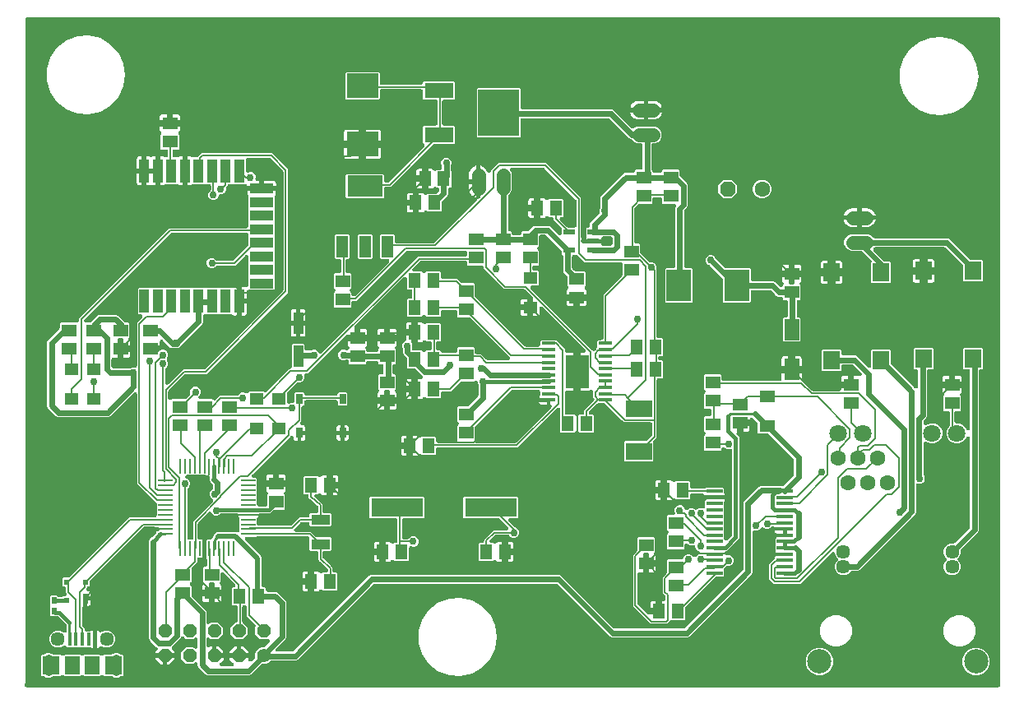
<source format=gbr>
G04 EAGLE Gerber RS-274X export*
G75*
%MOMM*%
%FSLAX34Y34*%
%LPD*%
%INTop Copper*%
%IPPOS*%
%AMOC8*
5,1,8,0,0,1.08239X$1,22.5*%
G01*
%ADD10R,1.500000X1.300000*%
%ADD11R,1.300000X1.500000*%
%ADD12R,1.900000X1.100000*%
%ADD13R,1.600000X1.300000*%
%ADD14R,0.700000X1.100000*%
%ADD15R,1.500000X0.280000*%
%ADD16R,0.280000X1.500000*%
%ADD17R,1.550000X2.200000*%
%ADD18R,1.473200X0.355600*%
%ADD19R,2.387600X3.403600*%
%ADD20P,1.732040X8X202.500000*%
%ADD21C,1.600200*%
%ADD22R,2.500000X3.250000*%
%ADD23R,2.700000X1.800000*%
%ADD24R,1.219000X2.235000*%
%ADD25R,3.600000X2.200000*%
%ADD26R,3.250000X2.500000*%
%ADD27R,3.000000X1.600000*%
%ADD28R,4.191000X4.826000*%
%ADD29R,1.000000X2.300000*%
%ADD30C,1.422400*%
%ADD31R,1.651000X0.431800*%
%ADD32R,5.334000X1.930400*%
%ADD33C,1.422400*%
%ADD34P,1.539592X8X202.500000*%
%ADD35C,1.600000*%
%ADD36C,1.450000*%
%ADD37C,1.800000*%
%ADD38C,2.500000*%
%ADD39R,1.400000X1.200000*%
%ADD40R,1.000000X2.450000*%
%ADD41R,2.450000X1.000000*%
%ADD42R,0.500000X0.700000*%
%ADD43R,0.600000X1.000000*%
%ADD44R,0.600000X0.600000*%
%ADD45R,1.700000X1.900000*%
%ADD46R,0.400000X1.350000*%
%ADD47R,1.500000X1.900000*%
%ADD48R,1.800000X1.900000*%
%ADD49C,1.108000*%
%ADD50R,1.200000X0.600000*%
%ADD51C,0.152400*%
%ADD52C,0.756400*%
%ADD53C,0.406400*%
%ADD54C,0.609600*%
%ADD55C,0.254000*%
%ADD56C,0.508000*%

G36*
X1000016Y-2283D02*
X1000016Y-2283D01*
X1000034Y-2285D01*
X1000216Y-2264D01*
X1000399Y-2245D01*
X1000416Y-2240D01*
X1000433Y-2238D01*
X1000608Y-2181D01*
X1000784Y-2127D01*
X1000799Y-2119D01*
X1000816Y-2113D01*
X1000976Y-2023D01*
X1001138Y-1935D01*
X1001151Y-1924D01*
X1001167Y-1915D01*
X1001306Y-1795D01*
X1001447Y-1678D01*
X1001458Y-1664D01*
X1001472Y-1652D01*
X1001584Y-1507D01*
X1001699Y-1364D01*
X1001707Y-1348D01*
X1001718Y-1334D01*
X1001800Y-1169D01*
X1001885Y-1007D01*
X1001890Y-990D01*
X1001898Y-974D01*
X1001945Y-795D01*
X1001996Y-620D01*
X1001998Y-602D01*
X1002002Y-585D01*
X1002029Y-254D01*
X1002029Y685800D01*
X1002027Y685818D01*
X1002029Y685836D01*
X1002008Y686018D01*
X1001989Y686201D01*
X1001984Y686218D01*
X1001982Y686235D01*
X1001925Y686410D01*
X1001871Y686586D01*
X1001863Y686601D01*
X1001857Y686618D01*
X1001767Y686778D01*
X1001679Y686940D01*
X1001668Y686953D01*
X1001659Y686969D01*
X1001539Y687108D01*
X1001422Y687249D01*
X1001408Y687260D01*
X1001396Y687274D01*
X1001251Y687386D01*
X1001108Y687501D01*
X1001092Y687509D01*
X1001078Y687520D01*
X1000913Y687602D01*
X1000751Y687687D01*
X1000734Y687692D01*
X1000718Y687700D01*
X1000539Y687747D01*
X1000364Y687798D01*
X1000346Y687800D01*
X1000329Y687804D01*
X999998Y687831D01*
X796Y687831D01*
X778Y687829D01*
X760Y687831D01*
X578Y687810D01*
X395Y687791D01*
X378Y687786D01*
X360Y687784D01*
X186Y687727D01*
X10Y687673D01*
X-5Y687665D01*
X-22Y687659D01*
X-183Y687569D01*
X-344Y687481D01*
X-357Y687470D01*
X-373Y687461D01*
X-512Y687341D01*
X-653Y687224D01*
X-664Y687210D01*
X-678Y687198D01*
X-790Y687053D01*
X-905Y686910D01*
X-914Y686894D01*
X-924Y686880D01*
X-1006Y686715D01*
X-1091Y686553D01*
X-1096Y686536D01*
X-1104Y686520D01*
X-1152Y686341D01*
X-1202Y686166D01*
X-1204Y686148D01*
X-1208Y686131D01*
X-1235Y685800D01*
X-1235Y2399D01*
X-1817Y1817D01*
X-1829Y1804D01*
X-1842Y1792D01*
X-1956Y1648D01*
X-2072Y1506D01*
X-2081Y1490D01*
X-2092Y1476D01*
X-2175Y1312D01*
X-2261Y1150D01*
X-2266Y1133D01*
X-2274Y1117D01*
X-2324Y940D01*
X-2376Y764D01*
X-2377Y746D01*
X-2382Y729D01*
X-2396Y546D01*
X-2412Y363D01*
X-2410Y345D01*
X-2412Y328D01*
X-2389Y146D01*
X-2369Y-37D01*
X-2363Y-54D01*
X-2361Y-72D01*
X-2303Y-245D01*
X-2247Y-421D01*
X-2239Y-437D01*
X-2233Y-453D01*
X-2141Y-613D01*
X-2052Y-773D01*
X-2041Y-787D01*
X-2032Y-802D01*
X-1817Y-1055D01*
X-1182Y-1690D01*
X-1162Y-1707D01*
X-1144Y-1728D01*
X-1006Y-1835D01*
X-871Y-1945D01*
X-847Y-1958D01*
X-826Y-1974D01*
X-669Y-2052D01*
X-515Y-2134D01*
X-490Y-2142D01*
X-466Y-2154D01*
X-296Y-2199D01*
X-129Y-2249D01*
X-103Y-2251D01*
X-77Y-2258D01*
X254Y-2285D01*
X999998Y-2285D01*
X1000016Y-2283D01*
G37*
%LPC*%
G36*
X185526Y10159D02*
X185526Y10159D01*
X183846Y10855D01*
X182274Y12427D01*
X178035Y16666D01*
X176463Y18238D01*
X175767Y19918D01*
X175767Y21489D01*
X175766Y21498D01*
X175767Y21507D01*
X175746Y21699D01*
X175727Y21890D01*
X175725Y21898D01*
X175724Y21907D01*
X175666Y22089D01*
X175609Y22275D01*
X175605Y22283D01*
X175602Y22291D01*
X175509Y22460D01*
X175417Y22629D01*
X175412Y22636D01*
X175407Y22643D01*
X175282Y22791D01*
X175160Y22938D01*
X175153Y22944D01*
X175147Y22950D01*
X174995Y23070D01*
X174846Y23190D01*
X174838Y23194D01*
X174831Y23200D01*
X174659Y23287D01*
X174489Y23376D01*
X174480Y23378D01*
X174472Y23382D01*
X174286Y23434D01*
X174102Y23487D01*
X174093Y23488D01*
X174084Y23490D01*
X173892Y23505D01*
X173700Y23520D01*
X173692Y23519D01*
X173683Y23520D01*
X173490Y23495D01*
X173301Y23473D01*
X173292Y23471D01*
X173283Y23469D01*
X173100Y23408D01*
X172918Y23348D01*
X172910Y23344D01*
X172902Y23341D01*
X172736Y23246D01*
X172567Y23151D01*
X172560Y23145D01*
X172553Y23140D01*
X172300Y22926D01*
X171217Y21843D01*
X164063Y21843D01*
X159003Y26903D01*
X159003Y34057D01*
X164063Y39117D01*
X171217Y39117D01*
X172300Y38034D01*
X172307Y38029D01*
X172312Y38022D01*
X172462Y37902D01*
X172611Y37779D01*
X172619Y37775D01*
X172626Y37770D01*
X172796Y37681D01*
X172967Y37591D01*
X172976Y37588D01*
X172983Y37584D01*
X173168Y37531D01*
X173353Y37476D01*
X173362Y37475D01*
X173370Y37473D01*
X173561Y37457D01*
X173754Y37440D01*
X173763Y37441D01*
X173772Y37440D01*
X173961Y37462D01*
X174154Y37483D01*
X174163Y37486D01*
X174171Y37487D01*
X174353Y37546D01*
X174538Y37604D01*
X174546Y37609D01*
X174554Y37612D01*
X174721Y37706D01*
X174890Y37799D01*
X174897Y37805D01*
X174905Y37809D01*
X175050Y37935D01*
X175197Y38060D01*
X175203Y38067D01*
X175210Y38073D01*
X175326Y38223D01*
X175447Y38376D01*
X175451Y38384D01*
X175456Y38391D01*
X175542Y38562D01*
X175629Y38735D01*
X175632Y38743D01*
X175636Y38751D01*
X175686Y38937D01*
X175737Y39123D01*
X175738Y39131D01*
X175740Y39140D01*
X175767Y39471D01*
X175767Y46889D01*
X175766Y46898D01*
X175767Y46907D01*
X175746Y47099D01*
X175727Y47290D01*
X175725Y47298D01*
X175724Y47307D01*
X175667Y47487D01*
X175609Y47675D01*
X175605Y47683D01*
X175602Y47691D01*
X175509Y47860D01*
X175417Y48029D01*
X175412Y48036D01*
X175407Y48043D01*
X175282Y48191D01*
X175160Y48338D01*
X175153Y48344D01*
X175147Y48350D01*
X174995Y48470D01*
X174846Y48590D01*
X174838Y48594D01*
X174831Y48600D01*
X174659Y48687D01*
X174489Y48776D01*
X174480Y48778D01*
X174472Y48782D01*
X174286Y48834D01*
X174102Y48887D01*
X174093Y48888D01*
X174084Y48890D01*
X173892Y48905D01*
X173700Y48920D01*
X173692Y48919D01*
X173683Y48920D01*
X173490Y48895D01*
X173301Y48873D01*
X173292Y48871D01*
X173283Y48869D01*
X173100Y48808D01*
X172918Y48748D01*
X172910Y48744D01*
X172902Y48741D01*
X172736Y48646D01*
X172567Y48551D01*
X172560Y48545D01*
X172553Y48540D01*
X172300Y48326D01*
X171217Y47243D01*
X164063Y47243D01*
X161860Y49445D01*
X161850Y49454D01*
X161841Y49464D01*
X161695Y49581D01*
X161549Y49701D01*
X161537Y49707D01*
X161527Y49715D01*
X161359Y49801D01*
X161193Y49889D01*
X161180Y49893D01*
X161168Y49899D01*
X160988Y49950D01*
X160807Y50004D01*
X160794Y50005D01*
X160781Y50009D01*
X160595Y50023D01*
X160406Y50040D01*
X160393Y50039D01*
X160380Y50040D01*
X160195Y50017D01*
X160006Y49997D01*
X159993Y49993D01*
X159980Y49991D01*
X159802Y49932D01*
X159622Y49875D01*
X159610Y49869D01*
X159598Y49865D01*
X159434Y49771D01*
X159270Y49681D01*
X159260Y49672D01*
X159248Y49665D01*
X159106Y49542D01*
X158963Y49420D01*
X158955Y49410D01*
X158944Y49401D01*
X158830Y49252D01*
X158713Y49104D01*
X158707Y49092D01*
X158699Y49082D01*
X158547Y48786D01*
X158309Y48210D01*
X156737Y46638D01*
X149671Y39572D01*
X149660Y39559D01*
X149646Y39547D01*
X149533Y39403D01*
X149416Y39261D01*
X149408Y39245D01*
X149397Y39231D01*
X149313Y39067D01*
X149228Y38905D01*
X149222Y38888D01*
X149214Y38872D01*
X149165Y38695D01*
X149113Y38519D01*
X149111Y38502D01*
X149106Y38484D01*
X149093Y38301D01*
X149076Y38118D01*
X149078Y38101D01*
X149077Y38083D01*
X149100Y37901D01*
X149120Y37718D01*
X149125Y37701D01*
X149127Y37683D01*
X149186Y37510D01*
X149241Y37334D01*
X149250Y37319D01*
X149256Y37302D01*
X149347Y37143D01*
X149436Y36982D01*
X149448Y36968D01*
X149457Y36953D01*
X149671Y36700D01*
X151893Y34478D01*
X151893Y32765D01*
X142494Y32765D01*
X142476Y32763D01*
X142459Y32765D01*
X142276Y32744D01*
X142265Y32742D01*
X141986Y32765D01*
X132587Y32765D01*
X132587Y34478D01*
X134133Y36024D01*
X134141Y36034D01*
X134151Y36043D01*
X134269Y36190D01*
X134388Y36335D01*
X134394Y36347D01*
X134402Y36358D01*
X134488Y36525D01*
X134576Y36691D01*
X134580Y36704D01*
X134586Y36716D01*
X134637Y36896D01*
X134691Y37077D01*
X134692Y37090D01*
X134696Y37103D01*
X134710Y37289D01*
X134728Y37478D01*
X134726Y37491D01*
X134727Y37505D01*
X134705Y37690D01*
X134684Y37878D01*
X134680Y37891D01*
X134678Y37904D01*
X134620Y38082D01*
X134563Y38262D01*
X134556Y38274D01*
X134552Y38286D01*
X134459Y38449D01*
X134368Y38614D01*
X134359Y38624D01*
X134352Y38636D01*
X134229Y38778D01*
X134107Y38921D01*
X134097Y38930D01*
X134088Y38940D01*
X133939Y39055D01*
X133791Y39171D01*
X133779Y39177D01*
X133769Y39185D01*
X133570Y39287D01*
X131982Y40875D01*
X127743Y45114D01*
X126171Y46686D01*
X125475Y48366D01*
X125475Y148498D01*
X126171Y150178D01*
X127458Y151465D01*
X129477Y152301D01*
X129535Y152319D01*
X129559Y152332D01*
X129584Y152340D01*
X129735Y152427D01*
X129889Y152511D01*
X129909Y152528D01*
X129933Y152541D01*
X130186Y152756D01*
X132820Y155390D01*
X132918Y155510D01*
X133022Y155626D01*
X133046Y155666D01*
X133075Y155702D01*
X133148Y155839D01*
X133227Y155972D01*
X133242Y156016D01*
X133264Y156057D01*
X133308Y156206D01*
X133359Y156353D01*
X133365Y156399D01*
X133379Y156443D01*
X133393Y156598D01*
X133414Y156751D01*
X133411Y156798D01*
X133415Y156844D01*
X133398Y156999D01*
X133389Y157153D01*
X133377Y157198D01*
X133372Y157245D01*
X133325Y157393D01*
X133285Y157542D01*
X133263Y157590D01*
X133250Y157628D01*
X133208Y157704D01*
X133143Y157842D01*
X133052Y157999D01*
X132959Y158349D01*
X134937Y158349D01*
X134964Y158351D01*
X134991Y158349D01*
X135164Y158371D01*
X135338Y158388D01*
X135363Y158396D01*
X135390Y158400D01*
X135556Y158455D01*
X135723Y158507D01*
X135746Y158519D01*
X135772Y158528D01*
X135923Y158615D01*
X136077Y158698D01*
X136097Y158715D01*
X136121Y158729D01*
X136374Y158944D01*
X136379Y158951D01*
X136386Y158956D01*
X136506Y159105D01*
X136629Y159255D01*
X136633Y159263D01*
X136639Y159270D01*
X136728Y159441D01*
X136818Y159611D01*
X136820Y159620D01*
X136824Y159628D01*
X136878Y159813D01*
X136932Y159997D01*
X136933Y160006D01*
X136936Y160014D01*
X136951Y160206D01*
X136969Y160398D01*
X136968Y160407D01*
X136968Y160416D01*
X136946Y160605D01*
X136925Y160798D01*
X136923Y160807D01*
X136922Y160816D01*
X136862Y160998D01*
X136804Y161182D01*
X136800Y161190D01*
X136797Y161198D01*
X136702Y161367D01*
X136609Y161534D01*
X136603Y161541D01*
X136599Y161549D01*
X136473Y161695D01*
X136349Y161841D01*
X136341Y161847D01*
X136336Y161854D01*
X136184Y161971D01*
X136033Y162091D01*
X136025Y162095D01*
X136018Y162100D01*
X135845Y162186D01*
X135674Y162273D01*
X135665Y162276D01*
X135657Y162280D01*
X135471Y162330D01*
X135286Y162381D01*
X135277Y162382D01*
X135268Y162384D01*
X134938Y162411D01*
X132333Y162411D01*
X132272Y162485D01*
X132258Y162496D01*
X132246Y162510D01*
X132101Y162622D01*
X131958Y162737D01*
X131942Y162745D01*
X131928Y162756D01*
X131763Y162838D01*
X131601Y162923D01*
X131584Y162928D01*
X131568Y162936D01*
X131389Y162983D01*
X131214Y163034D01*
X131196Y163036D01*
X131179Y163040D01*
X130848Y163067D01*
X121423Y163067D01*
X121396Y163065D01*
X121369Y163067D01*
X121195Y163045D01*
X121022Y163027D01*
X120996Y163020D01*
X120970Y163016D01*
X120804Y162961D01*
X120637Y162909D01*
X120613Y162896D01*
X120588Y162888D01*
X120436Y162801D01*
X120283Y162717D01*
X120263Y162700D01*
X120239Y162687D01*
X119986Y162472D01*
X65420Y107906D01*
X65403Y107885D01*
X65382Y107868D01*
X65275Y107730D01*
X65165Y107594D01*
X65152Y107571D01*
X65136Y107549D01*
X65058Y107393D01*
X64976Y107239D01*
X64968Y107213D01*
X64956Y107189D01*
X64911Y107020D01*
X64861Y106853D01*
X64859Y106826D01*
X64852Y106800D01*
X64825Y106469D01*
X64825Y102388D01*
X63932Y101495D01*
X63754Y101495D01*
X63736Y101493D01*
X63718Y101495D01*
X63536Y101474D01*
X63353Y101455D01*
X63336Y101450D01*
X63319Y101448D01*
X63144Y101391D01*
X62968Y101337D01*
X62953Y101329D01*
X62936Y101323D01*
X62776Y101233D01*
X62614Y101145D01*
X62601Y101134D01*
X62585Y101125D01*
X62446Y101005D01*
X62305Y100888D01*
X62294Y100874D01*
X62280Y100862D01*
X62168Y100717D01*
X62053Y100574D01*
X62045Y100558D01*
X62034Y100544D01*
X61952Y100379D01*
X61867Y100217D01*
X61862Y100200D01*
X61854Y100184D01*
X61807Y100005D01*
X61756Y99830D01*
X61754Y99812D01*
X61750Y99795D01*
X61723Y99464D01*
X61723Y99460D01*
X61671Y99361D01*
X61668Y99352D01*
X61664Y99345D01*
X61611Y99161D01*
X61556Y98975D01*
X61555Y98966D01*
X61552Y98958D01*
X61537Y98766D01*
X61519Y98574D01*
X61520Y98565D01*
X61520Y98556D01*
X61542Y98367D01*
X61563Y98174D01*
X61565Y98165D01*
X61566Y98157D01*
X61626Y97974D01*
X61684Y97790D01*
X61689Y97782D01*
X61691Y97774D01*
X61787Y97605D01*
X61879Y97438D01*
X61885Y97431D01*
X61889Y97423D01*
X62015Y97277D01*
X62139Y97131D01*
X62147Y97125D01*
X62152Y97118D01*
X62304Y97001D01*
X62455Y96881D01*
X62463Y96877D01*
X62470Y96872D01*
X62643Y96786D01*
X62814Y96699D01*
X62823Y96696D01*
X62831Y96692D01*
X63018Y96642D01*
X63202Y96591D01*
X63211Y96590D01*
X63220Y96588D01*
X63551Y96561D01*
X63635Y96561D01*
X64281Y96388D01*
X64860Y96053D01*
X65333Y95580D01*
X65668Y95001D01*
X65841Y94355D01*
X65841Y91051D01*
X60300Y91051D01*
X60283Y91050D01*
X60265Y91051D01*
X60082Y91030D01*
X59900Y91011D01*
X59883Y91006D01*
X59865Y91004D01*
X59690Y90947D01*
X59515Y90893D01*
X59499Y90885D01*
X59482Y90879D01*
X59322Y90789D01*
X59161Y90702D01*
X59147Y90690D01*
X59132Y90681D01*
X58992Y90561D01*
X58852Y90444D01*
X58851Y90444D01*
X58851Y90443D01*
X58840Y90430D01*
X58827Y90418D01*
X58826Y90418D01*
X58714Y90273D01*
X58599Y90130D01*
X58590Y90114D01*
X58580Y90100D01*
X58498Y89935D01*
X58413Y89772D01*
X58408Y89755D01*
X58400Y89739D01*
X58352Y89561D01*
X58302Y89385D01*
X58300Y89368D01*
X58296Y89350D01*
X58269Y89020D01*
X58269Y81253D01*
X58204Y81217D01*
X58042Y81129D01*
X58029Y81118D01*
X58013Y81109D01*
X57874Y80989D01*
X57733Y80872D01*
X57722Y80858D01*
X57708Y80846D01*
X57596Y80701D01*
X57481Y80558D01*
X57473Y80542D01*
X57462Y80528D01*
X57380Y80363D01*
X57295Y80201D01*
X57290Y80184D01*
X57282Y80168D01*
X57235Y79989D01*
X57184Y79814D01*
X57182Y79796D01*
X57178Y79779D01*
X57151Y79448D01*
X57151Y61733D01*
X57153Y61706D01*
X57151Y61679D01*
X57173Y61505D01*
X57191Y61332D01*
X57198Y61306D01*
X57202Y61280D01*
X57257Y61114D01*
X57309Y60947D01*
X57322Y60923D01*
X57330Y60898D01*
X57417Y60746D01*
X57501Y60593D01*
X57518Y60573D01*
X57531Y60549D01*
X57746Y60296D01*
X59437Y58605D01*
X59437Y57376D01*
X59439Y57358D01*
X59437Y57340D01*
X59458Y57158D01*
X59477Y56975D01*
X59482Y56958D01*
X59484Y56941D01*
X59541Y56766D01*
X59595Y56590D01*
X59603Y56575D01*
X59609Y56558D01*
X59699Y56398D01*
X59787Y56236D01*
X59798Y56223D01*
X59807Y56207D01*
X59927Y56068D01*
X60044Y55927D01*
X60058Y55916D01*
X60070Y55902D01*
X60215Y55790D01*
X60358Y55675D01*
X60374Y55667D01*
X60388Y55656D01*
X60553Y55574D01*
X60715Y55489D01*
X60732Y55484D01*
X60748Y55476D01*
X60927Y55429D01*
X61102Y55378D01*
X61120Y55376D01*
X61137Y55372D01*
X61468Y55345D01*
X65240Y55345D01*
X65267Y55347D01*
X65294Y55345D01*
X65467Y55367D01*
X65641Y55385D01*
X65666Y55392D01*
X65693Y55396D01*
X65859Y55451D01*
X66026Y55503D01*
X66049Y55516D01*
X66075Y55524D01*
X66226Y55611D01*
X66380Y55695D01*
X66400Y55712D01*
X66424Y55725D01*
X66542Y55825D01*
X67169Y56188D01*
X67815Y56361D01*
X68119Y56361D01*
X68119Y47070D01*
X68119Y37779D01*
X67815Y37779D01*
X67169Y37952D01*
X66530Y38321D01*
X66500Y38345D01*
X66365Y38455D01*
X66341Y38468D01*
X66320Y38484D01*
X66163Y38562D01*
X66009Y38644D01*
X65984Y38652D01*
X65960Y38664D01*
X65790Y38709D01*
X65623Y38759D01*
X65597Y38761D01*
X65571Y38768D01*
X65240Y38795D01*
X41518Y38795D01*
X40213Y40101D01*
X40199Y40112D01*
X40187Y40126D01*
X40044Y40239D01*
X39901Y40356D01*
X39886Y40364D01*
X39871Y40375D01*
X39708Y40459D01*
X39546Y40545D01*
X39529Y40550D01*
X39513Y40558D01*
X39336Y40607D01*
X39160Y40659D01*
X39142Y40661D01*
X39125Y40666D01*
X38942Y40679D01*
X38759Y40696D01*
X38741Y40694D01*
X38723Y40695D01*
X38542Y40672D01*
X38358Y40652D01*
X38341Y40647D01*
X38324Y40645D01*
X38150Y40586D01*
X37975Y40531D01*
X37959Y40522D01*
X37942Y40517D01*
X37783Y40425D01*
X37622Y40336D01*
X37609Y40324D01*
X37593Y40316D01*
X37340Y40101D01*
X37120Y39881D01*
X33895Y38545D01*
X30405Y38545D01*
X27180Y39881D01*
X24711Y42350D01*
X23375Y45575D01*
X23375Y49065D01*
X24711Y52290D01*
X27180Y54759D01*
X30405Y56095D01*
X33895Y56095D01*
X37120Y54759D01*
X37590Y54289D01*
X37604Y54278D01*
X37616Y54264D01*
X37759Y54151D01*
X37902Y54034D01*
X37918Y54026D01*
X37932Y54014D01*
X38095Y53932D01*
X38257Y53845D01*
X38275Y53840D01*
X38291Y53832D01*
X38467Y53783D01*
X38643Y53731D01*
X38661Y53729D01*
X38679Y53724D01*
X38861Y53711D01*
X39044Y53694D01*
X39062Y53696D01*
X39080Y53695D01*
X39261Y53718D01*
X39445Y53738D01*
X39462Y53743D01*
X39480Y53745D01*
X39654Y53804D01*
X39828Y53859D01*
X39844Y53868D01*
X39861Y53874D01*
X40021Y53965D01*
X40181Y54054D01*
X40194Y54066D01*
X40210Y54075D01*
X40463Y54289D01*
X40553Y54379D01*
X40569Y54399D01*
X40590Y54417D01*
X40697Y54555D01*
X40808Y54690D01*
X40820Y54714D01*
X40836Y54735D01*
X40914Y54891D01*
X40996Y55046D01*
X41004Y55072D01*
X41016Y55095D01*
X41061Y55265D01*
X41111Y55432D01*
X41113Y55459D01*
X41120Y55484D01*
X41147Y55815D01*
X41147Y61439D01*
X41145Y61466D01*
X41147Y61493D01*
X41125Y61667D01*
X41107Y61840D01*
X41100Y61865D01*
X41096Y61892D01*
X41041Y62058D01*
X40989Y62225D01*
X40976Y62248D01*
X40968Y62274D01*
X40881Y62425D01*
X40797Y62579D01*
X40780Y62599D01*
X40767Y62623D01*
X40552Y62876D01*
X33268Y70160D01*
X33247Y70177D01*
X33229Y70198D01*
X33092Y70305D01*
X32956Y70415D01*
X32933Y70428D01*
X32911Y70444D01*
X32754Y70522D01*
X32600Y70604D01*
X32575Y70612D01*
X32551Y70624D01*
X32381Y70669D01*
X32215Y70719D01*
X32188Y70721D01*
X32162Y70728D01*
X31831Y70755D01*
X24808Y70755D01*
X23915Y71648D01*
X23915Y79923D01*
X23986Y80013D01*
X24102Y80155D01*
X24111Y80171D01*
X24122Y80185D01*
X24205Y80348D01*
X24291Y80511D01*
X24296Y80528D01*
X24304Y80544D01*
X24353Y80720D01*
X24406Y80897D01*
X24407Y80915D01*
X24412Y80932D01*
X24426Y81115D01*
X24442Y81298D01*
X24440Y81315D01*
X24442Y81333D01*
X24419Y81515D01*
X24399Y81698D01*
X24393Y81715D01*
X24391Y81733D01*
X24333Y81907D01*
X24277Y82082D01*
X24269Y82097D01*
X24263Y82114D01*
X24171Y82273D01*
X24083Y82434D01*
X24071Y82448D01*
X24062Y82463D01*
X23915Y82636D01*
X23915Y90912D01*
X24808Y91805D01*
X31072Y91805D01*
X31857Y91020D01*
X31877Y91003D01*
X31895Y90982D01*
X32033Y90875D01*
X32168Y90765D01*
X32192Y90752D01*
X32213Y90736D01*
X32370Y90658D01*
X32524Y90576D01*
X32549Y90568D01*
X32573Y90556D01*
X32743Y90511D01*
X32910Y90461D01*
X32936Y90459D01*
X32962Y90452D01*
X33293Y90425D01*
X35707Y90425D01*
X35734Y90427D01*
X35760Y90425D01*
X35934Y90447D01*
X36108Y90465D01*
X36133Y90472D01*
X36160Y90476D01*
X36325Y90531D01*
X36493Y90583D01*
X36516Y90596D01*
X36541Y90604D01*
X36693Y90691D01*
X36847Y90775D01*
X36867Y90792D01*
X36890Y90805D01*
X37143Y91020D01*
X37668Y91545D01*
X39001Y91545D01*
X39010Y91546D01*
X39019Y91545D01*
X39210Y91565D01*
X39402Y91585D01*
X39411Y91587D01*
X39420Y91588D01*
X39603Y91646D01*
X39787Y91703D01*
X39795Y91707D01*
X39803Y91710D01*
X39972Y91803D01*
X40141Y91895D01*
X40148Y91900D01*
X40156Y91905D01*
X40302Y92029D01*
X40450Y92152D01*
X40456Y92159D01*
X40463Y92165D01*
X40581Y92315D01*
X40703Y92466D01*
X40707Y92474D01*
X40712Y92481D01*
X40800Y92653D01*
X40888Y92823D01*
X40891Y92832D01*
X40895Y92840D01*
X40946Y93025D01*
X41000Y93210D01*
X41000Y93219D01*
X41003Y93228D01*
X41017Y93420D01*
X41032Y93612D01*
X41031Y93620D01*
X41032Y93629D01*
X41008Y93821D01*
X40986Y94011D01*
X40983Y94020D01*
X40982Y94029D01*
X40920Y94211D01*
X40861Y94394D01*
X40856Y94402D01*
X40853Y94410D01*
X40757Y94577D01*
X40663Y94745D01*
X40657Y94752D01*
X40652Y94759D01*
X40438Y95012D01*
X40385Y95065D01*
X40385Y99464D01*
X40383Y99482D01*
X40385Y99500D01*
X40364Y99682D01*
X40345Y99865D01*
X40340Y99882D01*
X40338Y99899D01*
X40281Y100074D01*
X40227Y100250D01*
X40219Y100265D01*
X40213Y100282D01*
X40123Y100442D01*
X40035Y100604D01*
X40024Y100617D01*
X40015Y100633D01*
X39895Y100772D01*
X39778Y100913D01*
X39764Y100924D01*
X39752Y100938D01*
X39607Y101050D01*
X39464Y101165D01*
X39448Y101173D01*
X39434Y101184D01*
X39269Y101266D01*
X39107Y101351D01*
X39090Y101356D01*
X39074Y101364D01*
X38895Y101411D01*
X38720Y101462D01*
X38702Y101464D01*
X38685Y101468D01*
X38354Y101495D01*
X37668Y101495D01*
X36775Y102388D01*
X36775Y109652D01*
X37668Y110545D01*
X42461Y110545D01*
X42488Y110547D01*
X42515Y110545D01*
X42689Y110567D01*
X42862Y110585D01*
X42888Y110592D01*
X42914Y110596D01*
X43080Y110651D01*
X43247Y110703D01*
X43271Y110716D01*
X43296Y110724D01*
X43448Y110811D01*
X43601Y110895D01*
X43621Y110912D01*
X43645Y110925D01*
X43898Y111140D01*
X105479Y172721D01*
X131864Y172721D01*
X131882Y172723D01*
X131900Y172721D01*
X132082Y172742D01*
X132265Y172761D01*
X132282Y172766D01*
X132299Y172768D01*
X132474Y172825D01*
X132650Y172879D01*
X132665Y172887D01*
X132682Y172893D01*
X132842Y172983D01*
X133004Y173071D01*
X133017Y173082D01*
X133033Y173091D01*
X133172Y173211D01*
X133313Y173328D01*
X133324Y173342D01*
X133338Y173354D01*
X133450Y173499D01*
X133565Y173642D01*
X133573Y173658D01*
X133584Y173672D01*
X133666Y173837D01*
X133751Y173999D01*
X133756Y174016D01*
X133764Y174032D01*
X133811Y174210D01*
X133862Y174386D01*
X133864Y174404D01*
X133868Y174421D01*
X133895Y174752D01*
X133895Y186387D01*
X133893Y186414D01*
X133895Y186441D01*
X133873Y186615D01*
X133855Y186788D01*
X133848Y186814D01*
X133844Y186840D01*
X133789Y187006D01*
X133737Y187173D01*
X133724Y187197D01*
X133716Y187222D01*
X133629Y187374D01*
X133545Y187527D01*
X133528Y187547D01*
X133515Y187571D01*
X133300Y187824D01*
X113537Y207587D01*
X113537Y299525D01*
X113536Y299533D01*
X113537Y299542D01*
X113516Y299735D01*
X113497Y299925D01*
X113495Y299934D01*
X113494Y299943D01*
X113435Y300127D01*
X113379Y300310D01*
X113375Y300318D01*
X113372Y300326D01*
X113279Y300495D01*
X113187Y300664D01*
X113182Y300671D01*
X113177Y300679D01*
X113053Y300825D01*
X112930Y300973D01*
X112923Y300979D01*
X112917Y300986D01*
X112765Y301106D01*
X112616Y301226D01*
X112608Y301230D01*
X112601Y301235D01*
X112428Y301323D01*
X112259Y301411D01*
X112250Y301414D01*
X112242Y301418D01*
X112056Y301470D01*
X111872Y301523D01*
X111863Y301523D01*
X111854Y301526D01*
X111661Y301540D01*
X111470Y301556D01*
X111462Y301555D01*
X111453Y301555D01*
X111260Y301531D01*
X111071Y301509D01*
X111062Y301506D01*
X111053Y301505D01*
X110871Y301444D01*
X110688Y301384D01*
X110680Y301379D01*
X110672Y301377D01*
X110505Y301280D01*
X110337Y301186D01*
X110330Y301180D01*
X110323Y301176D01*
X110070Y300961D01*
X85648Y276539D01*
X83968Y275843D01*
X31856Y275843D01*
X30176Y276539D01*
X21523Y285192D01*
X20827Y286872D01*
X20827Y353208D01*
X21523Y354888D01*
X33560Y366925D01*
X33577Y366946D01*
X33598Y366963D01*
X33705Y367101D01*
X33815Y367237D01*
X33828Y367260D01*
X33844Y367281D01*
X33922Y367438D01*
X34004Y367592D01*
X34012Y367618D01*
X34024Y367642D01*
X34069Y367811D01*
X34119Y367978D01*
X34121Y368005D01*
X34128Y368031D01*
X34155Y368361D01*
X34155Y372232D01*
X35048Y373125D01*
X51816Y373125D01*
X51834Y373127D01*
X51852Y373125D01*
X52034Y373146D01*
X52217Y373165D01*
X52234Y373170D01*
X52251Y373172D01*
X52426Y373229D01*
X52602Y373283D01*
X52617Y373291D01*
X52634Y373297D01*
X52794Y373387D01*
X52956Y373475D01*
X52969Y373486D01*
X52985Y373495D01*
X53124Y373615D01*
X53265Y373732D01*
X53276Y373746D01*
X53290Y373758D01*
X53402Y373903D01*
X53517Y374046D01*
X53525Y374062D01*
X53536Y374076D01*
X53618Y374240D01*
X53703Y374403D01*
X53708Y374420D01*
X53716Y374436D01*
X53763Y374615D01*
X53814Y374790D01*
X53816Y374808D01*
X53820Y374825D01*
X53847Y375156D01*
X53847Y377375D01*
X146627Y470155D01*
X225984Y470155D01*
X226002Y470157D01*
X226020Y470155D01*
X226202Y470176D01*
X226385Y470195D01*
X226402Y470200D01*
X226419Y470202D01*
X226594Y470259D01*
X226770Y470313D01*
X226785Y470321D01*
X226802Y470327D01*
X226962Y470417D01*
X227124Y470505D01*
X227137Y470516D01*
X227153Y470525D01*
X227292Y470645D01*
X227433Y470762D01*
X227444Y470776D01*
X227458Y470788D01*
X227570Y470933D01*
X227685Y471076D01*
X227693Y471092D01*
X227704Y471106D01*
X227786Y471271D01*
X227871Y471433D01*
X227876Y471450D01*
X227884Y471466D01*
X227931Y471645D01*
X227982Y471820D01*
X227984Y471838D01*
X227988Y471855D01*
X228015Y472186D01*
X228015Y474923D01*
X228086Y475013D01*
X228202Y475155D01*
X228211Y475171D01*
X228222Y475185D01*
X228305Y475349D01*
X228391Y475511D01*
X228396Y475528D01*
X228404Y475544D01*
X228453Y475720D01*
X228506Y475897D01*
X228507Y475915D01*
X228512Y475932D01*
X228526Y476115D01*
X228542Y476298D01*
X228540Y476315D01*
X228542Y476333D01*
X228519Y476515D01*
X228499Y476698D01*
X228493Y476715D01*
X228491Y476733D01*
X228433Y476907D01*
X228377Y477082D01*
X228369Y477097D01*
X228363Y477114D01*
X228271Y477274D01*
X228183Y477434D01*
X228171Y477448D01*
X228162Y477463D01*
X228015Y477636D01*
X228015Y488923D01*
X228086Y489013D01*
X228202Y489155D01*
X228211Y489171D01*
X228222Y489185D01*
X228305Y489349D01*
X228391Y489511D01*
X228396Y489528D01*
X228404Y489544D01*
X228453Y489720D01*
X228506Y489897D01*
X228507Y489915D01*
X228512Y489932D01*
X228526Y490115D01*
X228542Y490298D01*
X228540Y490315D01*
X228542Y490333D01*
X228519Y490515D01*
X228499Y490698D01*
X228493Y490715D01*
X228491Y490733D01*
X228433Y490907D01*
X228377Y491082D01*
X228369Y491097D01*
X228363Y491114D01*
X228271Y491274D01*
X228183Y491434D01*
X228171Y491448D01*
X228162Y491463D01*
X228015Y491636D01*
X228015Y503370D01*
X228013Y503397D01*
X228015Y503424D01*
X227993Y503597D01*
X227975Y503771D01*
X227968Y503796D01*
X227964Y503823D01*
X227909Y503988D01*
X227857Y504156D01*
X227844Y504179D01*
X227836Y504205D01*
X227749Y504356D01*
X227665Y504510D01*
X227648Y504530D01*
X227635Y504554D01*
X227535Y504672D01*
X227172Y505299D01*
X226999Y505945D01*
X226999Y508781D01*
X241322Y508781D01*
X241340Y508782D01*
X241357Y508781D01*
X241540Y508802D01*
X241722Y508821D01*
X241739Y508826D01*
X241757Y508828D01*
X241798Y508841D01*
X241892Y508814D01*
X241910Y508812D01*
X241927Y508808D01*
X242258Y508781D01*
X256581Y508781D01*
X256581Y505945D01*
X256408Y505299D01*
X256039Y504660D01*
X256015Y504630D01*
X255905Y504495D01*
X255892Y504471D01*
X255876Y504450D01*
X255798Y504293D01*
X255716Y504139D01*
X255708Y504114D01*
X255696Y504090D01*
X255651Y503920D01*
X255601Y503753D01*
X255599Y503727D01*
X255592Y503701D01*
X255565Y503370D01*
X255565Y491637D01*
X255494Y491547D01*
X255378Y491405D01*
X255369Y491389D01*
X255358Y491375D01*
X255275Y491211D01*
X255189Y491049D01*
X255184Y491032D01*
X255176Y491016D01*
X255126Y490839D01*
X255074Y490663D01*
X255073Y490645D01*
X255068Y490628D01*
X255054Y490445D01*
X255038Y490262D01*
X255040Y490244D01*
X255038Y490227D01*
X255061Y490045D01*
X255081Y489862D01*
X255087Y489845D01*
X255089Y489827D01*
X255147Y489654D01*
X255203Y489478D01*
X255211Y489462D01*
X255217Y489446D01*
X255309Y489286D01*
X255397Y489126D01*
X255409Y489112D01*
X255418Y489097D01*
X255565Y488924D01*
X255565Y477637D01*
X255494Y477547D01*
X255378Y477405D01*
X255369Y477389D01*
X255358Y477375D01*
X255275Y477211D01*
X255189Y477049D01*
X255184Y477032D01*
X255176Y477016D01*
X255126Y476839D01*
X255074Y476663D01*
X255073Y476645D01*
X255068Y476628D01*
X255054Y476445D01*
X255038Y476262D01*
X255040Y476244D01*
X255038Y476227D01*
X255061Y476045D01*
X255081Y475862D01*
X255087Y475845D01*
X255089Y475827D01*
X255147Y475654D01*
X255203Y475478D01*
X255211Y475462D01*
X255217Y475446D01*
X255309Y475286D01*
X255397Y475126D01*
X255409Y475112D01*
X255418Y475097D01*
X255565Y474924D01*
X255565Y463637D01*
X255494Y463547D01*
X255378Y463405D01*
X255369Y463389D01*
X255358Y463375D01*
X255274Y463210D01*
X255189Y463049D01*
X255184Y463032D01*
X255176Y463016D01*
X255126Y462839D01*
X255074Y462663D01*
X255073Y462645D01*
X255068Y462628D01*
X255054Y462445D01*
X255038Y462262D01*
X255040Y462244D01*
X255038Y462227D01*
X255061Y462045D01*
X255081Y461862D01*
X255087Y461845D01*
X255089Y461827D01*
X255147Y461654D01*
X255203Y461478D01*
X255211Y461462D01*
X255217Y461446D01*
X255309Y461286D01*
X255397Y461126D01*
X255409Y461112D01*
X255418Y461097D01*
X255565Y460924D01*
X255565Y449637D01*
X255494Y449547D01*
X255378Y449405D01*
X255369Y449389D01*
X255358Y449375D01*
X255274Y449210D01*
X255189Y449049D01*
X255184Y449032D01*
X255176Y449016D01*
X255126Y448838D01*
X255074Y448663D01*
X255073Y448645D01*
X255068Y448628D01*
X255054Y448445D01*
X255038Y448262D01*
X255040Y448244D01*
X255038Y448227D01*
X255061Y448045D01*
X255081Y447862D01*
X255087Y447845D01*
X255089Y447827D01*
X255147Y447654D01*
X255203Y447478D01*
X255211Y447462D01*
X255217Y447446D01*
X255309Y447286D01*
X255397Y447126D01*
X255409Y447112D01*
X255418Y447097D01*
X255565Y446924D01*
X255565Y435637D01*
X255493Y435546D01*
X255378Y435405D01*
X255369Y435389D01*
X255358Y435375D01*
X255275Y435211D01*
X255189Y435049D01*
X255184Y435032D01*
X255176Y435016D01*
X255126Y434839D01*
X255074Y434663D01*
X255073Y434645D01*
X255068Y434628D01*
X255054Y434444D01*
X255038Y434262D01*
X255040Y434244D01*
X255038Y434227D01*
X255061Y434045D01*
X255081Y433862D01*
X255087Y433845D01*
X255089Y433827D01*
X255147Y433654D01*
X255203Y433478D01*
X255211Y433462D01*
X255217Y433446D01*
X255309Y433286D01*
X255397Y433126D01*
X255409Y433112D01*
X255418Y433097D01*
X255565Y432924D01*
X255565Y421637D01*
X255494Y421547D01*
X255378Y421405D01*
X255369Y421389D01*
X255358Y421375D01*
X255275Y421211D01*
X255189Y421049D01*
X255184Y421032D01*
X255176Y421016D01*
X255126Y420839D01*
X255074Y420663D01*
X255073Y420645D01*
X255068Y420628D01*
X255054Y420445D01*
X255038Y420262D01*
X255040Y420244D01*
X255038Y420227D01*
X255061Y420045D01*
X255081Y419862D01*
X255087Y419845D01*
X255089Y419827D01*
X255147Y419654D01*
X255203Y419478D01*
X255211Y419462D01*
X255217Y419446D01*
X255309Y419286D01*
X255397Y419126D01*
X255409Y419112D01*
X255418Y419097D01*
X255565Y418924D01*
X255565Y407648D01*
X254672Y406755D01*
X228412Y406755D01*
X228394Y406753D01*
X228376Y406755D01*
X228194Y406734D01*
X228011Y406715D01*
X227994Y406710D01*
X227977Y406708D01*
X227802Y406651D01*
X227626Y406597D01*
X227611Y406589D01*
X227594Y406583D01*
X227434Y406493D01*
X227272Y406405D01*
X227259Y406394D01*
X227243Y406385D01*
X227104Y406265D01*
X226963Y406148D01*
X226952Y406134D01*
X226938Y406122D01*
X226826Y405977D01*
X226711Y405834D01*
X226703Y405818D01*
X226692Y405804D01*
X226610Y405639D01*
X226525Y405477D01*
X226520Y405460D01*
X226512Y405444D01*
X226465Y405265D01*
X226414Y405090D01*
X226412Y405072D01*
X226408Y405055D01*
X226381Y404724D01*
X226381Y397729D01*
X221339Y397729D01*
X221339Y410021D01*
X224175Y410021D01*
X224821Y409848D01*
X224968Y409762D01*
X225102Y409702D01*
X225231Y409635D01*
X225285Y409619D01*
X225335Y409597D01*
X225478Y409564D01*
X225618Y409523D01*
X225674Y409519D01*
X225728Y409506D01*
X225874Y409502D01*
X226020Y409490D01*
X226075Y409497D01*
X226130Y409495D01*
X226274Y409520D01*
X226419Y409537D01*
X226472Y409555D01*
X226527Y409564D01*
X226663Y409617D01*
X226802Y409662D01*
X226851Y409690D01*
X226902Y409710D01*
X227025Y409788D01*
X227153Y409860D01*
X227195Y409896D01*
X227242Y409926D01*
X227347Y410028D01*
X227458Y410123D01*
X227492Y410167D01*
X227531Y410206D01*
X227615Y410326D01*
X227704Y410441D01*
X227729Y410491D01*
X227761Y410537D01*
X227818Y410671D01*
X227884Y410802D01*
X227898Y410856D01*
X227920Y410906D01*
X227950Y411049D01*
X227988Y411191D01*
X227993Y411254D01*
X228003Y411300D01*
X228004Y411384D01*
X228015Y411521D01*
X228015Y418923D01*
X228086Y419013D01*
X228202Y419155D01*
X228211Y419171D01*
X228222Y419185D01*
X228305Y419349D01*
X228391Y419511D01*
X228396Y419528D01*
X228404Y419544D01*
X228453Y419720D01*
X228506Y419897D01*
X228507Y419915D01*
X228512Y419932D01*
X228526Y420115D01*
X228542Y420298D01*
X228540Y420315D01*
X228542Y420333D01*
X228519Y420515D01*
X228499Y420698D01*
X228493Y420715D01*
X228491Y420733D01*
X228433Y420907D01*
X228377Y421082D01*
X228369Y421097D01*
X228363Y421114D01*
X228271Y421274D01*
X228183Y421434D01*
X228171Y421448D01*
X228162Y421463D01*
X228015Y421636D01*
X228015Y432923D01*
X228086Y433013D01*
X228202Y433155D01*
X228211Y433171D01*
X228222Y433185D01*
X228305Y433349D01*
X228391Y433511D01*
X228396Y433528D01*
X228404Y433544D01*
X228453Y433720D01*
X228506Y433897D01*
X228507Y433915D01*
X228512Y433932D01*
X228526Y434115D01*
X228542Y434298D01*
X228540Y434315D01*
X228542Y434333D01*
X228519Y434515D01*
X228499Y434698D01*
X228493Y434715D01*
X228491Y434733D01*
X228433Y434907D01*
X228377Y435082D01*
X228369Y435097D01*
X228363Y435114D01*
X228271Y435274D01*
X228183Y435434D01*
X228171Y435448D01*
X228162Y435463D01*
X228015Y435636D01*
X228015Y440857D01*
X228014Y440866D01*
X228015Y440875D01*
X227994Y441069D01*
X227975Y441258D01*
X227973Y441267D01*
X227972Y441276D01*
X227914Y441459D01*
X227857Y441643D01*
X227853Y441651D01*
X227850Y441659D01*
X227758Y441826D01*
X227665Y441997D01*
X227660Y442004D01*
X227655Y442012D01*
X227531Y442159D01*
X227408Y442306D01*
X227401Y442312D01*
X227395Y442319D01*
X227243Y442438D01*
X227094Y442559D01*
X227086Y442563D01*
X227079Y442568D01*
X226906Y442656D01*
X226737Y442744D01*
X226728Y442747D01*
X226720Y442751D01*
X226534Y442803D01*
X226350Y442856D01*
X226341Y442856D01*
X226332Y442859D01*
X226139Y442873D01*
X225948Y442888D01*
X225940Y442887D01*
X225931Y442888D01*
X225738Y442864D01*
X225549Y442842D01*
X225540Y442839D01*
X225531Y442838D01*
X225348Y442776D01*
X225166Y442717D01*
X225158Y442712D01*
X225150Y442709D01*
X224983Y442613D01*
X224815Y442519D01*
X224808Y442513D01*
X224801Y442508D01*
X224548Y442294D01*
X214307Y432053D01*
X196560Y432053D01*
X196533Y432051D01*
X196506Y432053D01*
X196332Y432031D01*
X196159Y432013D01*
X196133Y432006D01*
X196107Y432002D01*
X195941Y431947D01*
X195774Y431895D01*
X195750Y431882D01*
X195725Y431874D01*
X195573Y431787D01*
X195420Y431703D01*
X195399Y431686D01*
X195376Y431673D01*
X195123Y431458D01*
X193506Y429841D01*
X191556Y429033D01*
X189444Y429033D01*
X187494Y429841D01*
X186001Y431334D01*
X185193Y433284D01*
X185193Y435396D01*
X186001Y437346D01*
X187494Y438839D01*
X189444Y439647D01*
X191556Y439647D01*
X193506Y438839D01*
X195123Y437222D01*
X195144Y437205D01*
X195161Y437184D01*
X195299Y437077D01*
X195435Y436967D01*
X195458Y436954D01*
X195479Y436938D01*
X195636Y436860D01*
X195790Y436778D01*
X195816Y436770D01*
X195840Y436758D01*
X196009Y436713D01*
X196176Y436663D01*
X196203Y436661D01*
X196229Y436654D01*
X196560Y436627D01*
X211571Y436627D01*
X211598Y436629D01*
X211625Y436627D01*
X211799Y436649D01*
X211972Y436667D01*
X211998Y436674D01*
X212024Y436678D01*
X212190Y436733D01*
X212357Y436785D01*
X212381Y436798D01*
X212406Y436806D01*
X212558Y436893D01*
X212711Y436977D01*
X212731Y436994D01*
X212755Y437007D01*
X213008Y437222D01*
X227420Y451634D01*
X227437Y451655D01*
X227458Y451672D01*
X227565Y451810D01*
X227675Y451946D01*
X227688Y451969D01*
X227704Y451991D01*
X227782Y452147D01*
X227864Y452301D01*
X227872Y452327D01*
X227884Y452351D01*
X227929Y452520D01*
X227979Y452687D01*
X227981Y452714D01*
X227988Y452740D01*
X228015Y453071D01*
X228015Y460923D01*
X228086Y461013D01*
X228202Y461155D01*
X228211Y461171D01*
X228222Y461185D01*
X228305Y461349D01*
X228391Y461511D01*
X228396Y461528D01*
X228404Y461544D01*
X228453Y461720D01*
X228506Y461897D01*
X228507Y461915D01*
X228512Y461932D01*
X228526Y462115D01*
X228542Y462298D01*
X228540Y462315D01*
X228542Y462333D01*
X228519Y462515D01*
X228499Y462698D01*
X228493Y462715D01*
X228491Y462733D01*
X228433Y462907D01*
X228377Y463082D01*
X228369Y463097D01*
X228363Y463114D01*
X228271Y463274D01*
X228183Y463434D01*
X228171Y463448D01*
X228162Y463463D01*
X228008Y463645D01*
X227994Y463768D01*
X227975Y463951D01*
X227970Y463968D01*
X227968Y463985D01*
X227911Y464160D01*
X227857Y464336D01*
X227849Y464351D01*
X227843Y464368D01*
X227753Y464528D01*
X227665Y464690D01*
X227654Y464703D01*
X227645Y464719D01*
X227525Y464858D01*
X227408Y464999D01*
X227394Y465010D01*
X227382Y465024D01*
X227237Y465136D01*
X227094Y465251D01*
X227078Y465259D01*
X227064Y465270D01*
X226899Y465352D01*
X226737Y465437D01*
X226720Y465442D01*
X226704Y465450D01*
X226525Y465497D01*
X226350Y465548D01*
X226332Y465550D01*
X226315Y465554D01*
X225984Y465581D01*
X149363Y465581D01*
X149336Y465579D01*
X149309Y465581D01*
X149135Y465559D01*
X148962Y465541D01*
X148936Y465534D01*
X148910Y465530D01*
X148744Y465475D01*
X148577Y465423D01*
X148553Y465410D01*
X148528Y465402D01*
X148376Y465315D01*
X148223Y465231D01*
X148203Y465214D01*
X148179Y465201D01*
X147926Y464986D01*
X59532Y376592D01*
X59527Y376585D01*
X59520Y376580D01*
X59398Y376429D01*
X59277Y376281D01*
X59273Y376273D01*
X59267Y376266D01*
X59178Y376095D01*
X59089Y375925D01*
X59086Y375917D01*
X59082Y375909D01*
X59029Y375723D01*
X58974Y375539D01*
X58973Y375530D01*
X58970Y375522D01*
X58955Y375330D01*
X58937Y375138D01*
X58938Y375129D01*
X58938Y375120D01*
X58960Y374931D01*
X58981Y374738D01*
X58983Y374729D01*
X58984Y374721D01*
X59044Y374539D01*
X59102Y374354D01*
X59107Y374346D01*
X59109Y374338D01*
X59204Y374169D01*
X59297Y374002D01*
X59303Y373995D01*
X59307Y373987D01*
X59434Y373841D01*
X59558Y373695D01*
X59565Y373689D01*
X59570Y373682D01*
X59722Y373565D01*
X59873Y373445D01*
X59881Y373441D01*
X59888Y373436D01*
X60061Y373350D01*
X60232Y373263D01*
X60241Y373260D01*
X60249Y373256D01*
X60435Y373206D01*
X60620Y373155D01*
X60629Y373154D01*
X60638Y373152D01*
X60969Y373125D01*
X64217Y373125D01*
X64243Y373127D01*
X64270Y373125D01*
X64444Y373147D01*
X64617Y373165D01*
X64643Y373172D01*
X64669Y373176D01*
X64835Y373231D01*
X65002Y373283D01*
X65026Y373296D01*
X65051Y373304D01*
X65203Y373391D01*
X65356Y373475D01*
X65377Y373492D01*
X65400Y373505D01*
X65653Y373720D01*
X72340Y380407D01*
X74020Y381103D01*
X92096Y381103D01*
X93776Y380407D01*
X95348Y378835D01*
X100463Y373720D01*
X100484Y373703D01*
X100501Y373682D01*
X100639Y373575D01*
X100775Y373465D01*
X100798Y373452D01*
X100819Y373436D01*
X100976Y373358D01*
X101130Y373276D01*
X101156Y373268D01*
X101180Y373256D01*
X101349Y373211D01*
X101516Y373161D01*
X101543Y373159D01*
X101569Y373152D01*
X101899Y373125D01*
X104652Y373125D01*
X105545Y372232D01*
X105545Y357968D01*
X105315Y357739D01*
X105263Y357675D01*
X105203Y357618D01*
X105135Y357519D01*
X105060Y357427D01*
X105021Y357354D01*
X104974Y357286D01*
X104927Y357177D01*
X104871Y357072D01*
X104848Y356992D01*
X104815Y356917D01*
X104790Y356800D01*
X104756Y356686D01*
X104749Y356603D01*
X104732Y356523D01*
X104731Y356403D01*
X104720Y356285D01*
X104729Y356203D01*
X104728Y356120D01*
X104751Y356003D01*
X104763Y355884D01*
X104788Y355806D01*
X104804Y355725D01*
X104849Y355614D01*
X104885Y355501D01*
X104925Y355428D01*
X104956Y355352D01*
X105022Y355253D01*
X105080Y355148D01*
X105133Y355085D01*
X105179Y355017D01*
X105263Y354932D01*
X105340Y354841D01*
X105405Y354790D01*
X105463Y354732D01*
X105522Y354691D01*
X106053Y354160D01*
X106388Y353581D01*
X106561Y352935D01*
X106561Y349349D01*
X99769Y349349D01*
X99769Y355044D01*
X99767Y355062D01*
X99769Y355080D01*
X99748Y355262D01*
X99729Y355445D01*
X99724Y355462D01*
X99722Y355479D01*
X99665Y355654D01*
X99611Y355830D01*
X99603Y355845D01*
X99597Y355862D01*
X99507Y356022D01*
X99419Y356184D01*
X99408Y356197D01*
X99399Y356213D01*
X99279Y356352D01*
X99162Y356493D01*
X99148Y356504D01*
X99136Y356518D01*
X98991Y356630D01*
X98848Y356745D01*
X98832Y356753D01*
X98818Y356764D01*
X98653Y356846D01*
X98491Y356931D01*
X98474Y356936D01*
X98458Y356944D01*
X98279Y356991D01*
X98104Y357042D01*
X98086Y357044D01*
X98069Y357048D01*
X97738Y357075D01*
X95302Y357075D01*
X95284Y357073D01*
X95266Y357075D01*
X95084Y357054D01*
X94901Y357035D01*
X94884Y357030D01*
X94867Y357028D01*
X94692Y356971D01*
X94516Y356917D01*
X94501Y356909D01*
X94484Y356903D01*
X94324Y356813D01*
X94162Y356725D01*
X94149Y356714D01*
X94133Y356705D01*
X93994Y356585D01*
X93853Y356468D01*
X93842Y356454D01*
X93828Y356442D01*
X93716Y356297D01*
X93601Y356154D01*
X93593Y356138D01*
X93582Y356124D01*
X93500Y355959D01*
X93415Y355797D01*
X93410Y355780D01*
X93402Y355764D01*
X93354Y355585D01*
X93304Y355410D01*
X93302Y355392D01*
X93298Y355375D01*
X93271Y355044D01*
X93271Y347318D01*
X93272Y347300D01*
X93271Y347283D01*
X93292Y347100D01*
X93311Y346918D01*
X93316Y346901D01*
X93318Y346883D01*
X93375Y346708D01*
X93429Y346533D01*
X93437Y346517D01*
X93443Y346500D01*
X93533Y346340D01*
X93620Y346179D01*
X93632Y346165D01*
X93641Y346149D01*
X93686Y346097D01*
X93601Y345992D01*
X93593Y345976D01*
X93582Y345962D01*
X93500Y345797D01*
X93415Y345634D01*
X93410Y345617D01*
X93402Y345601D01*
X93354Y345423D01*
X93304Y345248D01*
X93302Y345230D01*
X93298Y345213D01*
X93271Y344882D01*
X93271Y337059D01*
X89154Y337059D01*
X89136Y337057D01*
X89118Y337059D01*
X88936Y337038D01*
X88753Y337019D01*
X88736Y337014D01*
X88719Y337012D01*
X88544Y336955D01*
X88368Y336901D01*
X88353Y336893D01*
X88336Y336887D01*
X88176Y336797D01*
X88014Y336709D01*
X88001Y336698D01*
X87985Y336689D01*
X87846Y336569D01*
X87705Y336452D01*
X87694Y336438D01*
X87680Y336426D01*
X87568Y336281D01*
X87453Y336138D01*
X87445Y336122D01*
X87434Y336108D01*
X87352Y335943D01*
X87267Y335781D01*
X87262Y335764D01*
X87254Y335748D01*
X87207Y335569D01*
X87156Y335394D01*
X87154Y335376D01*
X87150Y335359D01*
X87123Y335028D01*
X87123Y328168D01*
X87125Y328150D01*
X87123Y328132D01*
X87144Y327950D01*
X87163Y327767D01*
X87168Y327750D01*
X87170Y327733D01*
X87227Y327558D01*
X87281Y327382D01*
X87289Y327367D01*
X87295Y327350D01*
X87385Y327190D01*
X87473Y327028D01*
X87484Y327015D01*
X87493Y326999D01*
X87613Y326860D01*
X87730Y326719D01*
X87744Y326708D01*
X87756Y326694D01*
X87901Y326582D01*
X88044Y326467D01*
X88060Y326459D01*
X88074Y326448D01*
X88239Y326366D01*
X88401Y326281D01*
X88418Y326276D01*
X88434Y326268D01*
X88613Y326221D01*
X88788Y326170D01*
X88806Y326168D01*
X88823Y326164D01*
X89154Y326137D01*
X106496Y326137D01*
X106527Y326140D01*
X106559Y326138D01*
X106728Y326160D01*
X106897Y326177D01*
X106927Y326186D01*
X106958Y326190D01*
X107274Y326291D01*
X108672Y326871D01*
X110797Y326871D01*
X110933Y326832D01*
X111114Y326777D01*
X111127Y326776D01*
X111140Y326772D01*
X111328Y326757D01*
X111515Y326739D01*
X111528Y326740D01*
X111542Y326739D01*
X111728Y326761D01*
X111915Y326780D01*
X111928Y326784D01*
X111941Y326786D01*
X112120Y326844D01*
X112300Y326900D01*
X112311Y326907D01*
X112324Y326911D01*
X112489Y327004D01*
X112653Y327094D01*
X112663Y327102D01*
X112675Y327109D01*
X112817Y327232D01*
X112961Y327353D01*
X112969Y327363D01*
X112980Y327372D01*
X113095Y327520D01*
X113212Y327667D01*
X113218Y327679D01*
X113226Y327690D01*
X113310Y327859D01*
X113396Y328026D01*
X113400Y328038D01*
X113406Y328051D01*
X113454Y328232D01*
X113506Y328413D01*
X113507Y328426D01*
X113510Y328439D01*
X113537Y328770D01*
X113537Y372803D01*
X115472Y374737D01*
X115472Y374738D01*
X118722Y377988D01*
X118727Y377995D01*
X118734Y378000D01*
X118854Y378150D01*
X118977Y378299D01*
X118981Y378307D01*
X118987Y378314D01*
X119076Y378485D01*
X119165Y378655D01*
X119168Y378663D01*
X119172Y378671D01*
X119225Y378857D01*
X119280Y379041D01*
X119281Y379050D01*
X119284Y379058D01*
X119299Y379250D01*
X119317Y379442D01*
X119316Y379451D01*
X119316Y379460D01*
X119294Y379647D01*
X119273Y379842D01*
X119271Y379851D01*
X119270Y379859D01*
X119210Y380041D01*
X119152Y380226D01*
X119147Y380234D01*
X119145Y380242D01*
X119050Y380411D01*
X118957Y380578D01*
X118951Y380585D01*
X118947Y380593D01*
X118821Y380739D01*
X118696Y380885D01*
X118689Y380891D01*
X118684Y380898D01*
X118532Y381015D01*
X118381Y381135D01*
X118373Y381139D01*
X118366Y381144D01*
X118193Y381230D01*
X118022Y381317D01*
X118013Y381320D01*
X118005Y381324D01*
X117819Y381374D01*
X117634Y381425D01*
X117625Y381426D01*
X117616Y381428D01*
X117285Y381455D01*
X115208Y381455D01*
X114315Y382348D01*
X114315Y408112D01*
X115208Y409005D01*
X126483Y409005D01*
X126573Y408934D01*
X126715Y408818D01*
X126731Y408809D01*
X126745Y408798D01*
X126909Y408715D01*
X127071Y408629D01*
X127088Y408624D01*
X127104Y408616D01*
X127280Y408567D01*
X127457Y408514D01*
X127475Y408513D01*
X127492Y408508D01*
X127675Y408494D01*
X127858Y408478D01*
X127875Y408480D01*
X127893Y408478D01*
X128075Y408501D01*
X128258Y408521D01*
X128275Y408527D01*
X128293Y408529D01*
X128467Y408587D01*
X128642Y408643D01*
X128657Y408651D01*
X128674Y408657D01*
X128834Y408749D01*
X128994Y408837D01*
X129008Y408849D01*
X129023Y408858D01*
X129196Y409005D01*
X140483Y409005D01*
X140573Y408934D01*
X140715Y408818D01*
X140731Y408809D01*
X140745Y408798D01*
X140909Y408715D01*
X141071Y408629D01*
X141088Y408624D01*
X141104Y408616D01*
X141280Y408567D01*
X141457Y408514D01*
X141475Y408513D01*
X141492Y408508D01*
X141675Y408494D01*
X141858Y408478D01*
X141875Y408480D01*
X141893Y408478D01*
X142075Y408501D01*
X142258Y408521D01*
X142275Y408527D01*
X142293Y408529D01*
X142467Y408587D01*
X142642Y408643D01*
X142657Y408651D01*
X142674Y408657D01*
X142834Y408749D01*
X142994Y408837D01*
X143008Y408849D01*
X143023Y408858D01*
X143196Y409005D01*
X154483Y409005D01*
X154573Y408934D01*
X154715Y408818D01*
X154731Y408809D01*
X154745Y408798D01*
X154909Y408715D01*
X155071Y408629D01*
X155088Y408624D01*
X155104Y408616D01*
X155280Y408567D01*
X155457Y408514D01*
X155475Y408513D01*
X155492Y408508D01*
X155675Y408494D01*
X155858Y408478D01*
X155875Y408480D01*
X155893Y408478D01*
X156075Y408501D01*
X156258Y408521D01*
X156275Y408527D01*
X156293Y408529D01*
X156467Y408587D01*
X156642Y408643D01*
X156657Y408651D01*
X156674Y408657D01*
X156834Y408749D01*
X156994Y408837D01*
X157008Y408849D01*
X157023Y408858D01*
X157196Y409005D01*
X168483Y409005D01*
X168573Y408934D01*
X168715Y408818D01*
X168731Y408809D01*
X168745Y408798D01*
X168909Y408715D01*
X169071Y408629D01*
X169088Y408624D01*
X169104Y408616D01*
X169280Y408567D01*
X169457Y408514D01*
X169475Y408513D01*
X169492Y408508D01*
X169675Y408494D01*
X169858Y408478D01*
X169875Y408480D01*
X169893Y408478D01*
X170075Y408501D01*
X170258Y408521D01*
X170275Y408527D01*
X170293Y408529D01*
X170467Y408587D01*
X170642Y408643D01*
X170657Y408651D01*
X170674Y408657D01*
X170834Y408749D01*
X170994Y408837D01*
X171008Y408849D01*
X171023Y408858D01*
X171196Y409005D01*
X182483Y409005D01*
X182573Y408934D01*
X182715Y408818D01*
X182731Y408809D01*
X182745Y408798D01*
X182909Y408715D01*
X183071Y408629D01*
X183088Y408624D01*
X183104Y408616D01*
X183280Y408567D01*
X183457Y408514D01*
X183475Y408513D01*
X183492Y408508D01*
X183675Y408494D01*
X183858Y408478D01*
X183875Y408480D01*
X183893Y408478D01*
X184075Y408501D01*
X184258Y408521D01*
X184275Y408527D01*
X184293Y408529D01*
X184467Y408587D01*
X184642Y408643D01*
X184657Y408651D01*
X184674Y408657D01*
X184834Y408749D01*
X184994Y408837D01*
X185008Y408849D01*
X185023Y408858D01*
X185196Y409005D01*
X196483Y409005D01*
X196573Y408934D01*
X196715Y408818D01*
X196731Y408809D01*
X196745Y408798D01*
X196909Y408715D01*
X197071Y408629D01*
X197088Y408624D01*
X197104Y408616D01*
X197280Y408567D01*
X197457Y408514D01*
X197475Y408513D01*
X197492Y408508D01*
X197675Y408494D01*
X197858Y408478D01*
X197875Y408480D01*
X197893Y408478D01*
X198075Y408501D01*
X198258Y408521D01*
X198275Y408527D01*
X198293Y408529D01*
X198467Y408587D01*
X198642Y408643D01*
X198657Y408651D01*
X198674Y408657D01*
X198834Y408749D01*
X198994Y408837D01*
X199008Y408849D01*
X199023Y408858D01*
X199196Y409005D01*
X210930Y409005D01*
X210957Y409007D01*
X210984Y409005D01*
X211157Y409027D01*
X211331Y409045D01*
X211356Y409052D01*
X211383Y409056D01*
X211549Y409111D01*
X211716Y409163D01*
X211739Y409176D01*
X211765Y409184D01*
X211916Y409271D01*
X212070Y409355D01*
X212090Y409372D01*
X212114Y409385D01*
X212232Y409485D01*
X212859Y409848D01*
X213505Y410021D01*
X216341Y410021D01*
X216341Y395698D01*
X216342Y395680D01*
X216341Y395663D01*
X216362Y395480D01*
X216381Y395298D01*
X216386Y395281D01*
X216388Y395263D01*
X216401Y395222D01*
X216374Y395128D01*
X216372Y395110D01*
X216368Y395093D01*
X216341Y394762D01*
X216341Y380439D01*
X213505Y380439D01*
X212859Y380612D01*
X212220Y380981D01*
X212190Y381005D01*
X212055Y381115D01*
X212031Y381128D01*
X212010Y381144D01*
X211853Y381222D01*
X211699Y381304D01*
X211674Y381312D01*
X211650Y381324D01*
X211480Y381369D01*
X211313Y381419D01*
X211287Y381421D01*
X211261Y381428D01*
X210930Y381455D01*
X199197Y381455D01*
X199107Y381526D01*
X198965Y381642D01*
X198949Y381651D01*
X198935Y381662D01*
X198771Y381745D01*
X198609Y381831D01*
X198592Y381836D01*
X198576Y381844D01*
X198399Y381894D01*
X198223Y381946D01*
X198205Y381947D01*
X198188Y381952D01*
X198005Y381966D01*
X197822Y381982D01*
X197804Y381980D01*
X197787Y381982D01*
X197605Y381959D01*
X197422Y381939D01*
X197405Y381933D01*
X197387Y381931D01*
X197214Y381873D01*
X197038Y381817D01*
X197022Y381809D01*
X197006Y381803D01*
X196846Y381711D01*
X196686Y381623D01*
X196672Y381611D01*
X196657Y381602D01*
X196484Y381455D01*
X185197Y381455D01*
X185107Y381526D01*
X184965Y381642D01*
X184949Y381651D01*
X184935Y381662D01*
X184771Y381745D01*
X184609Y381831D01*
X184592Y381836D01*
X184576Y381844D01*
X184399Y381894D01*
X184223Y381946D01*
X184205Y381947D01*
X184188Y381952D01*
X184005Y381966D01*
X183822Y381982D01*
X183804Y381980D01*
X183787Y381982D01*
X183605Y381959D01*
X183422Y381939D01*
X183405Y381933D01*
X183387Y381931D01*
X183214Y381873D01*
X183038Y381817D01*
X183022Y381809D01*
X183005Y381803D01*
X182846Y381711D01*
X182686Y381623D01*
X182672Y381611D01*
X182657Y381602D01*
X182404Y381387D01*
X181952Y380935D01*
X181935Y380915D01*
X181914Y380897D01*
X181808Y380759D01*
X181697Y380624D01*
X181684Y380600D01*
X181668Y380579D01*
X181590Y380422D01*
X181508Y380268D01*
X181500Y380243D01*
X181488Y380219D01*
X181443Y380049D01*
X181393Y379882D01*
X181391Y379856D01*
X181384Y379830D01*
X181357Y379499D01*
X181357Y373232D01*
X180661Y371552D01*
X158953Y349845D01*
X158934Y349821D01*
X158910Y349800D01*
X158806Y349665D01*
X158698Y349533D01*
X158684Y349506D01*
X158665Y349481D01*
X158513Y349186D01*
X158309Y348692D01*
X157022Y347405D01*
X155342Y346709D01*
X149560Y346709D01*
X147880Y347405D01*
X140458Y354828D01*
X140401Y354874D01*
X140350Y354927D01*
X140245Y355002D01*
X140146Y355083D01*
X140081Y355117D01*
X140021Y355159D01*
X139904Y355211D01*
X139790Y355271D01*
X139720Y355292D01*
X139653Y355322D01*
X139527Y355350D01*
X139404Y355386D01*
X139331Y355393D01*
X139260Y355409D01*
X139132Y355411D01*
X139003Y355423D01*
X138930Y355415D01*
X138857Y355416D01*
X138731Y355393D01*
X138603Y355379D01*
X138533Y355357D01*
X138461Y355344D01*
X138342Y355296D01*
X138219Y355258D01*
X138155Y355222D01*
X138087Y355195D01*
X137979Y355125D01*
X137867Y355063D01*
X137811Y355015D01*
X137750Y354975D01*
X137658Y354886D01*
X137560Y354802D01*
X137514Y354745D01*
X137462Y354693D01*
X137390Y354587D01*
X137310Y354486D01*
X137277Y354421D01*
X137236Y354360D01*
X137186Y354242D01*
X137128Y354127D01*
X137108Y354057D01*
X137080Y353989D01*
X137054Y353863D01*
X137020Y353740D01*
X137015Y353666D01*
X137000Y353595D01*
X137000Y353466D01*
X136991Y353338D01*
X137000Y353265D01*
X137000Y353192D01*
X137030Y353025D01*
X137041Y352941D01*
X137041Y349349D01*
X128218Y349349D01*
X128200Y349347D01*
X128183Y349349D01*
X128000Y349328D01*
X127818Y349309D01*
X127801Y349304D01*
X127783Y349302D01*
X127608Y349245D01*
X127433Y349191D01*
X127417Y349183D01*
X127400Y349177D01*
X127240Y349087D01*
X127079Y348999D01*
X127065Y348988D01*
X127049Y348979D01*
X126910Y348859D01*
X126769Y348742D01*
X126758Y348728D01*
X126745Y348716D01*
X126632Y348571D01*
X126517Y348428D01*
X126509Y348412D01*
X126498Y348398D01*
X126416Y348233D01*
X126332Y348071D01*
X126327Y348054D01*
X126319Y348038D01*
X126271Y347859D01*
X126220Y347684D01*
X126219Y347666D01*
X126214Y347649D01*
X126187Y347318D01*
X126187Y344882D01*
X126189Y344864D01*
X126187Y344846D01*
X126209Y344664D01*
X126227Y344481D01*
X126232Y344464D01*
X126234Y344447D01*
X126291Y344272D01*
X126345Y344096D01*
X126353Y344081D01*
X126359Y344064D01*
X126449Y343904D01*
X126537Y343742D01*
X126548Y343729D01*
X126557Y343713D01*
X126677Y343574D01*
X126795Y343433D01*
X126808Y343422D01*
X126820Y343408D01*
X126965Y343296D01*
X127108Y343181D01*
X127124Y343173D01*
X127138Y343162D01*
X127303Y343080D01*
X127466Y342995D01*
X127483Y342990D01*
X127499Y342982D01*
X127677Y342934D01*
X127852Y342884D01*
X127870Y342882D01*
X127887Y342878D01*
X128218Y342851D01*
X134860Y342851D01*
X134887Y342853D01*
X134914Y342851D01*
X135088Y342873D01*
X135261Y342891D01*
X135287Y342898D01*
X135313Y342902D01*
X135479Y342957D01*
X135646Y343009D01*
X135670Y343022D01*
X135695Y343030D01*
X135847Y343117D01*
X136000Y343200D01*
X136020Y343218D01*
X136044Y343231D01*
X136297Y343446D01*
X137202Y344351D01*
X139152Y345159D01*
X141264Y345159D01*
X143214Y344351D01*
X144707Y342858D01*
X145515Y340908D01*
X145515Y338796D01*
X144707Y336846D01*
X144577Y336716D01*
X144566Y336702D01*
X144552Y336691D01*
X144438Y336547D01*
X144322Y336405D01*
X144314Y336389D01*
X144303Y336375D01*
X144219Y336211D01*
X144133Y336049D01*
X144128Y336032D01*
X144120Y336016D01*
X144071Y335839D01*
X144019Y335663D01*
X144017Y335645D01*
X144012Y335628D01*
X143999Y335445D01*
X143982Y335262D01*
X143984Y335244D01*
X143983Y335227D01*
X144006Y335045D01*
X144026Y334862D01*
X144031Y334845D01*
X144033Y334827D01*
X144092Y334654D01*
X144147Y334478D01*
X144156Y334462D01*
X144162Y334445D01*
X144253Y334286D01*
X144342Y334126D01*
X144354Y334112D01*
X144363Y334097D01*
X144577Y333844D01*
X144707Y333714D01*
X145515Y331764D01*
X145515Y329652D01*
X144707Y327702D01*
X143090Y326085D01*
X143073Y326064D01*
X143052Y326047D01*
X142945Y325909D01*
X142835Y325773D01*
X142822Y325750D01*
X142806Y325729D01*
X142728Y325572D01*
X142646Y325418D01*
X142638Y325392D01*
X142626Y325368D01*
X142581Y325199D01*
X142531Y325032D01*
X142529Y325005D01*
X142522Y324979D01*
X142495Y324648D01*
X142495Y311161D01*
X142496Y311152D01*
X142495Y311143D01*
X142516Y310949D01*
X142535Y310760D01*
X142537Y310751D01*
X142538Y310742D01*
X142597Y310557D01*
X142653Y310375D01*
X142657Y310367D01*
X142660Y310359D01*
X142752Y310191D01*
X142845Y310021D01*
X142850Y310014D01*
X142855Y310006D01*
X142979Y309859D01*
X143102Y309712D01*
X143109Y309706D01*
X143115Y309699D01*
X143267Y309580D01*
X143416Y309459D01*
X143424Y309455D01*
X143431Y309450D01*
X143604Y309362D01*
X143773Y309274D01*
X143782Y309271D01*
X143790Y309267D01*
X143976Y309215D01*
X144160Y309162D01*
X144169Y309162D01*
X144178Y309159D01*
X144371Y309145D01*
X144562Y309130D01*
X144570Y309131D01*
X144579Y309130D01*
X144772Y309154D01*
X144961Y309176D01*
X144970Y309179D01*
X144979Y309180D01*
X145162Y309242D01*
X145344Y309301D01*
X145352Y309306D01*
X145360Y309309D01*
X145527Y309405D01*
X145695Y309499D01*
X145702Y309505D01*
X145709Y309510D01*
X145962Y309724D01*
X161105Y324867D01*
X182107Y324867D01*
X182134Y324869D01*
X182161Y324867D01*
X182335Y324889D01*
X182508Y324907D01*
X182534Y324914D01*
X182560Y324918D01*
X182726Y324973D01*
X182893Y325025D01*
X182917Y325038D01*
X182942Y325046D01*
X183094Y325133D01*
X183247Y325217D01*
X183267Y325234D01*
X183291Y325247D01*
X183544Y325462D01*
X263564Y405482D01*
X263581Y405503D01*
X263602Y405520D01*
X263709Y405658D01*
X263819Y405794D01*
X263832Y405817D01*
X263848Y405839D01*
X263926Y405995D01*
X264008Y406149D01*
X264016Y406175D01*
X264028Y406199D01*
X264073Y406368D01*
X264123Y406535D01*
X264125Y406562D01*
X264132Y406588D01*
X264159Y406919D01*
X264159Y528563D01*
X264157Y528590D01*
X264159Y528617D01*
X264137Y528791D01*
X264119Y528964D01*
X264112Y528990D01*
X264108Y529016D01*
X264053Y529182D01*
X264001Y529349D01*
X263988Y529373D01*
X263980Y529398D01*
X263893Y529550D01*
X263809Y529703D01*
X263792Y529723D01*
X263779Y529747D01*
X263564Y530000D01*
X251362Y542202D01*
X251341Y542219D01*
X251324Y542240D01*
X251186Y542347D01*
X251050Y542457D01*
X251027Y542470D01*
X251005Y542486D01*
X250849Y542564D01*
X250695Y542646D01*
X250669Y542654D01*
X250645Y542666D01*
X250476Y542711D01*
X250309Y542761D01*
X250282Y542763D01*
X250256Y542770D01*
X249925Y542797D01*
X227396Y542797D01*
X227378Y542795D01*
X227360Y542797D01*
X227178Y542776D01*
X226995Y542757D01*
X226978Y542752D01*
X226961Y542750D01*
X226786Y542693D01*
X226610Y542639D01*
X226595Y542631D01*
X226578Y542625D01*
X226418Y542535D01*
X226256Y542447D01*
X226243Y542436D01*
X226227Y542427D01*
X226088Y542307D01*
X225947Y542190D01*
X225936Y542176D01*
X225922Y542164D01*
X225810Y542019D01*
X225695Y541876D01*
X225687Y541860D01*
X225676Y541846D01*
X225594Y541681D01*
X225509Y541519D01*
X225504Y541502D01*
X225496Y541486D01*
X225449Y541307D01*
X225398Y541132D01*
X225396Y541114D01*
X225392Y541097D01*
X225365Y540766D01*
X225365Y529545D01*
X225366Y529531D01*
X225365Y529518D01*
X225386Y529331D01*
X225405Y529144D01*
X225409Y529131D01*
X225410Y529118D01*
X225468Y528939D01*
X225523Y528759D01*
X225529Y528747D01*
X225533Y528734D01*
X225625Y528571D01*
X225715Y528405D01*
X225723Y528395D01*
X225730Y528383D01*
X225852Y528240D01*
X225972Y528096D01*
X225983Y528087D01*
X225991Y528077D01*
X226140Y527961D01*
X226286Y527843D01*
X226298Y527837D01*
X226308Y527829D01*
X226477Y527745D01*
X226643Y527658D01*
X226656Y527654D01*
X226668Y527648D01*
X226850Y527598D01*
X227030Y527547D01*
X227044Y527545D01*
X227057Y527542D01*
X227243Y527529D01*
X227432Y527514D01*
X227445Y527515D01*
X227458Y527514D01*
X227644Y527539D01*
X227831Y527561D01*
X227844Y527565D01*
X227857Y527566D01*
X228173Y527668D01*
X229068Y528039D01*
X231180Y528039D01*
X233130Y527231D01*
X234623Y525738D01*
X235431Y523788D01*
X235431Y521676D01*
X235411Y521629D01*
X235407Y521616D01*
X235401Y521605D01*
X235349Y521425D01*
X235295Y521244D01*
X235293Y521231D01*
X235290Y521218D01*
X235274Y521030D01*
X235257Y520843D01*
X235258Y520830D01*
X235257Y520816D01*
X235279Y520629D01*
X235298Y520443D01*
X235302Y520430D01*
X235304Y520417D01*
X235362Y520238D01*
X235418Y520058D01*
X235424Y520047D01*
X235429Y520034D01*
X235521Y519870D01*
X235611Y519705D01*
X235620Y519695D01*
X235627Y519683D01*
X235749Y519541D01*
X235870Y519397D01*
X235881Y519389D01*
X235890Y519378D01*
X236038Y519264D01*
X236185Y519146D01*
X236197Y519140D01*
X236208Y519132D01*
X236375Y519048D01*
X236543Y518962D01*
X236556Y518958D01*
X236568Y518952D01*
X236750Y518904D01*
X236931Y518852D01*
X236944Y518851D01*
X236957Y518848D01*
X237288Y518821D01*
X239291Y518821D01*
X239291Y513779D01*
X226974Y513779D01*
X226959Y513925D01*
X226954Y513942D01*
X226952Y513959D01*
X226895Y514134D01*
X226841Y514310D01*
X226833Y514325D01*
X226827Y514342D01*
X226737Y514502D01*
X226650Y514664D01*
X226638Y514677D01*
X226629Y514693D01*
X226510Y514831D01*
X226392Y514973D01*
X226378Y514984D01*
X226366Y514998D01*
X226222Y515109D01*
X226078Y515225D01*
X226062Y515233D01*
X226048Y515244D01*
X225884Y515326D01*
X225721Y515411D01*
X225704Y515416D01*
X225688Y515424D01*
X225510Y515471D01*
X225334Y515522D01*
X225316Y515524D01*
X225299Y515528D01*
X224968Y515555D01*
X213197Y515555D01*
X213107Y515626D01*
X212965Y515742D01*
X212949Y515751D01*
X212935Y515762D01*
X212771Y515845D01*
X212609Y515931D01*
X212592Y515936D01*
X212576Y515944D01*
X212400Y515993D01*
X212223Y516046D01*
X212205Y516047D01*
X212188Y516052D01*
X212005Y516066D01*
X211822Y516082D01*
X211805Y516080D01*
X211787Y516082D01*
X211605Y516059D01*
X211422Y516039D01*
X211405Y516033D01*
X211387Y516031D01*
X211213Y515973D01*
X211038Y515917D01*
X211023Y515909D01*
X211006Y515903D01*
X210846Y515811D01*
X210686Y515723D01*
X210672Y515711D01*
X210657Y515702D01*
X210484Y515555D01*
X208534Y515555D01*
X208516Y515553D01*
X208498Y515555D01*
X208316Y515534D01*
X208133Y515515D01*
X208116Y515510D01*
X208099Y515508D01*
X207924Y515451D01*
X207748Y515397D01*
X207733Y515389D01*
X207716Y515383D01*
X207556Y515293D01*
X207394Y515205D01*
X207381Y515194D01*
X207365Y515185D01*
X207226Y515065D01*
X207085Y514948D01*
X207074Y514934D01*
X207060Y514922D01*
X206948Y514777D01*
X206833Y514634D01*
X206825Y514618D01*
X206814Y514604D01*
X206732Y514439D01*
X206683Y514345D01*
X205546Y513208D01*
X205529Y513187D01*
X205508Y513170D01*
X205401Y513031D01*
X205291Y512896D01*
X205278Y512873D01*
X205262Y512851D01*
X205184Y512695D01*
X205102Y512541D01*
X205094Y512515D01*
X205082Y512491D01*
X205037Y512322D01*
X204987Y512155D01*
X204985Y512128D01*
X204978Y512102D01*
X204951Y511771D01*
X204951Y509484D01*
X204143Y507534D01*
X202650Y506041D01*
X200700Y505233D01*
X199362Y505233D01*
X199344Y505231D01*
X199326Y505233D01*
X199144Y505212D01*
X198961Y505193D01*
X198944Y505188D01*
X198927Y505186D01*
X198752Y505129D01*
X198576Y505075D01*
X198561Y505067D01*
X198544Y505061D01*
X198384Y504971D01*
X198222Y504883D01*
X198209Y504872D01*
X198193Y504863D01*
X198054Y504743D01*
X197913Y504626D01*
X197902Y504612D01*
X197888Y504600D01*
X197776Y504455D01*
X197661Y504312D01*
X197653Y504296D01*
X197642Y504282D01*
X197560Y504117D01*
X197475Y503955D01*
X197470Y503938D01*
X197462Y503922D01*
X197414Y503743D01*
X197364Y503568D01*
X197362Y503550D01*
X197358Y503533D01*
X197350Y503434D01*
X196523Y501438D01*
X195030Y499945D01*
X193413Y499276D01*
X193413Y499275D01*
X193080Y499137D01*
X190968Y499137D01*
X189018Y499945D01*
X187525Y501438D01*
X186717Y503388D01*
X186717Y505500D01*
X187525Y507450D01*
X189142Y509067D01*
X189159Y509088D01*
X189180Y509105D01*
X189287Y509243D01*
X189397Y509379D01*
X189410Y509402D01*
X189426Y509423D01*
X189504Y509580D01*
X189586Y509734D01*
X189594Y509760D01*
X189606Y509784D01*
X189651Y509953D01*
X189701Y510120D01*
X189703Y510147D01*
X189710Y510173D01*
X189737Y510504D01*
X189737Y513524D01*
X189735Y513542D01*
X189737Y513560D01*
X189716Y513741D01*
X189697Y513925D01*
X189692Y513942D01*
X189690Y513959D01*
X189633Y514134D01*
X189579Y514310D01*
X189571Y514325D01*
X189565Y514342D01*
X189475Y514502D01*
X189387Y514664D01*
X189376Y514677D01*
X189367Y514693D01*
X189247Y514832D01*
X189130Y514973D01*
X189116Y514984D01*
X189104Y514998D01*
X188959Y515110D01*
X188816Y515225D01*
X188800Y515233D01*
X188786Y515244D01*
X188621Y515326D01*
X188459Y515411D01*
X188442Y515416D01*
X188426Y515424D01*
X188247Y515471D01*
X188072Y515522D01*
X188054Y515524D01*
X188037Y515528D01*
X187706Y515555D01*
X185197Y515555D01*
X185107Y515626D01*
X184965Y515742D01*
X184949Y515751D01*
X184935Y515762D01*
X184771Y515845D01*
X184609Y515931D01*
X184592Y515936D01*
X184576Y515944D01*
X184400Y515993D01*
X184223Y516046D01*
X184205Y516047D01*
X184188Y516052D01*
X184005Y516066D01*
X183822Y516082D01*
X183805Y516080D01*
X183787Y516082D01*
X183605Y516059D01*
X183422Y516039D01*
X183405Y516033D01*
X183387Y516031D01*
X183213Y515973D01*
X183038Y515917D01*
X183023Y515909D01*
X183006Y515903D01*
X182846Y515811D01*
X182686Y515723D01*
X182672Y515711D01*
X182657Y515702D01*
X182484Y515555D01*
X170750Y515555D01*
X170723Y515553D01*
X170696Y515555D01*
X170523Y515533D01*
X170349Y515515D01*
X170324Y515508D01*
X170297Y515504D01*
X170131Y515449D01*
X169964Y515397D01*
X169941Y515384D01*
X169915Y515376D01*
X169764Y515289D01*
X169610Y515205D01*
X169590Y515188D01*
X169566Y515175D01*
X169448Y515075D01*
X168821Y514712D01*
X168175Y514539D01*
X165339Y514539D01*
X165339Y528862D01*
X165337Y528880D01*
X165339Y528897D01*
X165318Y529079D01*
X165299Y529262D01*
X165294Y529279D01*
X165292Y529297D01*
X165279Y529338D01*
X165306Y529432D01*
X165308Y529450D01*
X165312Y529467D01*
X165339Y529798D01*
X165339Y544121D01*
X168175Y544121D01*
X168821Y543948D01*
X169460Y543579D01*
X169490Y543555D01*
X169625Y543445D01*
X169649Y543432D01*
X169670Y543416D01*
X169827Y543338D01*
X169981Y543256D01*
X170006Y543248D01*
X170030Y543236D01*
X170200Y543191D01*
X170367Y543141D01*
X170393Y543139D01*
X170419Y543132D01*
X170750Y543105D01*
X174793Y543105D01*
X174820Y543107D01*
X174847Y543105D01*
X175021Y543127D01*
X175194Y543145D01*
X175220Y543152D01*
X175246Y543156D01*
X175412Y543211D01*
X175579Y543263D01*
X175603Y543276D01*
X175628Y543284D01*
X175780Y543371D01*
X175933Y543455D01*
X175953Y543472D01*
X175977Y543485D01*
X176230Y543700D01*
X179901Y547371D01*
X252661Y547371D01*
X268733Y531299D01*
X268733Y404183D01*
X184843Y320293D01*
X163841Y320293D01*
X163814Y320291D01*
X163787Y320293D01*
X163613Y320271D01*
X163440Y320253D01*
X163414Y320246D01*
X163388Y320242D01*
X163222Y320187D01*
X163055Y320135D01*
X163031Y320122D01*
X163006Y320114D01*
X162854Y320027D01*
X162701Y319943D01*
X162681Y319926D01*
X162657Y319913D01*
X162404Y319698D01*
X146138Y303432D01*
X146121Y303411D01*
X146100Y303394D01*
X145993Y303256D01*
X145883Y303120D01*
X145870Y303097D01*
X145854Y303075D01*
X145776Y302919D01*
X145694Y302765D01*
X145686Y302739D01*
X145674Y302715D01*
X145629Y302546D01*
X145579Y302379D01*
X145577Y302352D01*
X145570Y302326D01*
X145543Y301995D01*
X145543Y295483D01*
X145544Y295474D01*
X145543Y295465D01*
X145564Y295273D01*
X145583Y295082D01*
X145585Y295074D01*
X145586Y295065D01*
X145644Y294883D01*
X145701Y294697D01*
X145705Y294689D01*
X145708Y294681D01*
X145801Y294513D01*
X145893Y294343D01*
X145898Y294337D01*
X145903Y294329D01*
X146028Y294181D01*
X146150Y294034D01*
X146157Y294029D01*
X146163Y294022D01*
X146315Y293902D01*
X146464Y293782D01*
X146472Y293778D01*
X146479Y293772D01*
X146652Y293684D01*
X146821Y293596D01*
X146830Y293594D01*
X146838Y293590D01*
X147023Y293538D01*
X147208Y293485D01*
X147217Y293484D01*
X147226Y293482D01*
X147418Y293468D01*
X147610Y293452D01*
X147618Y293453D01*
X147627Y293452D01*
X147819Y293476D01*
X148009Y293499D01*
X148018Y293502D01*
X148027Y293503D01*
X148209Y293564D01*
X148392Y293624D01*
X148400Y293628D01*
X148408Y293631D01*
X148576Y293727D01*
X148743Y293822D01*
X148750Y293827D01*
X148757Y293832D01*
X149010Y294047D01*
X149348Y294385D01*
X162293Y294385D01*
X162320Y294387D01*
X162347Y294385D01*
X162521Y294407D01*
X162694Y294425D01*
X162720Y294432D01*
X162746Y294436D01*
X162912Y294491D01*
X163079Y294543D01*
X163103Y294556D01*
X163128Y294564D01*
X163280Y294651D01*
X163433Y294735D01*
X163453Y294752D01*
X163477Y294765D01*
X163730Y294980D01*
X167834Y299084D01*
X167851Y299105D01*
X167872Y299122D01*
X167979Y299260D01*
X168089Y299396D01*
X168102Y299419D01*
X168118Y299441D01*
X168196Y299597D01*
X168278Y299751D01*
X168286Y299777D01*
X168298Y299801D01*
X168343Y299970D01*
X168393Y300137D01*
X168395Y300164D01*
X168402Y300190D01*
X168429Y300521D01*
X168429Y302808D01*
X169237Y304758D01*
X170730Y306251D01*
X172680Y307059D01*
X174792Y307059D01*
X176742Y306251D01*
X178235Y304758D01*
X179043Y302808D01*
X179043Y300696D01*
X178235Y298746D01*
X177341Y297852D01*
X177335Y297845D01*
X177329Y297840D01*
X177208Y297690D01*
X177086Y297541D01*
X177082Y297533D01*
X177076Y297526D01*
X176988Y297356D01*
X176897Y297185D01*
X176895Y297176D01*
X176891Y297169D01*
X176838Y296984D01*
X176783Y296799D01*
X176782Y296790D01*
X176779Y296782D01*
X176764Y296591D01*
X176746Y296398D01*
X176747Y296389D01*
X176747Y296380D01*
X176769Y296191D01*
X176790Y295998D01*
X176792Y295989D01*
X176793Y295981D01*
X176853Y295799D01*
X176911Y295614D01*
X176915Y295606D01*
X176918Y295598D01*
X177012Y295431D01*
X177106Y295262D01*
X177112Y295255D01*
X177116Y295247D01*
X177241Y295102D01*
X177366Y294955D01*
X177374Y294949D01*
X177379Y294942D01*
X177530Y294826D01*
X177682Y294705D01*
X177690Y294701D01*
X177697Y294696D01*
X177868Y294611D01*
X178041Y294523D01*
X178050Y294520D01*
X178058Y294516D01*
X178243Y294467D01*
X178429Y294415D01*
X178438Y294414D01*
X178447Y294412D01*
X178777Y294385D01*
X191012Y294385D01*
X191639Y293757D01*
X191653Y293746D01*
X191664Y293732D01*
X191809Y293618D01*
X191950Y293502D01*
X191966Y293494D01*
X191980Y293483D01*
X192144Y293400D01*
X192306Y293314D01*
X192323Y293309D01*
X192339Y293301D01*
X192516Y293251D01*
X192692Y293199D01*
X192710Y293197D01*
X192727Y293193D01*
X192910Y293179D01*
X193093Y293163D01*
X193111Y293164D01*
X193129Y293163D01*
X193311Y293186D01*
X193493Y293206D01*
X193510Y293211D01*
X193528Y293214D01*
X193702Y293272D01*
X193877Y293327D01*
X193893Y293336D01*
X193910Y293342D01*
X194069Y293433D01*
X194229Y293522D01*
X194243Y293534D01*
X194259Y293543D01*
X194512Y293757D01*
X196762Y296008D01*
X198697Y297943D01*
X216444Y297943D01*
X216471Y297945D01*
X216498Y297943D01*
X216672Y297965D01*
X216845Y297983D01*
X216871Y297990D01*
X216897Y297994D01*
X217063Y298049D01*
X217230Y298101D01*
X217254Y298114D01*
X217279Y298122D01*
X217431Y298209D01*
X217584Y298293D01*
X217605Y298310D01*
X217628Y298323D01*
X217881Y298538D01*
X219498Y300155D01*
X221448Y300963D01*
X223560Y300963D01*
X225181Y300291D01*
X225203Y300285D01*
X225223Y300274D01*
X225395Y300226D01*
X225567Y300175D01*
X225589Y300172D01*
X225610Y300166D01*
X225790Y300153D01*
X225968Y300136D01*
X225990Y300139D01*
X226012Y300137D01*
X226191Y300160D01*
X226368Y300178D01*
X226389Y300185D01*
X226411Y300187D01*
X226582Y300245D01*
X226752Y300298D01*
X226772Y300309D01*
X226793Y300316D01*
X226949Y300405D01*
X227106Y300491D01*
X227123Y300505D01*
X227142Y300517D01*
X227395Y300731D01*
X228588Y301925D01*
X243852Y301925D01*
X243927Y301849D01*
X243941Y301838D01*
X243952Y301825D01*
X244096Y301711D01*
X244238Y301594D01*
X244254Y301586D01*
X244268Y301575D01*
X244431Y301492D01*
X244594Y301406D01*
X244611Y301401D01*
X244627Y301393D01*
X244804Y301343D01*
X244980Y301291D01*
X244998Y301289D01*
X245015Y301285D01*
X245198Y301271D01*
X245381Y301255D01*
X245399Y301256D01*
X245416Y301255D01*
X245599Y301278D01*
X245781Y301298D01*
X245798Y301303D01*
X245816Y301306D01*
X245990Y301364D01*
X246165Y301419D01*
X246181Y301428D01*
X246198Y301434D01*
X246357Y301526D01*
X246517Y301614D01*
X246531Y301626D01*
X246546Y301635D01*
X246799Y301849D01*
X270325Y325375D01*
X270844Y325375D01*
X270862Y325377D01*
X270880Y325375D01*
X271062Y325396D01*
X271245Y325415D01*
X271262Y325420D01*
X271279Y325422D01*
X271454Y325479D01*
X271630Y325533D01*
X271645Y325541D01*
X271662Y325547D01*
X271822Y325637D01*
X271984Y325725D01*
X271997Y325736D01*
X272013Y325745D01*
X272152Y325865D01*
X272293Y325982D01*
X272304Y325996D01*
X272318Y326008D01*
X272430Y326153D01*
X272545Y326296D01*
X272553Y326312D01*
X272564Y326326D01*
X272646Y326491D01*
X272731Y326653D01*
X272736Y326670D01*
X272744Y326686D01*
X272791Y326865D01*
X272842Y327040D01*
X272844Y327058D01*
X272848Y327075D01*
X272875Y327406D01*
X272875Y350482D01*
X273768Y351375D01*
X285032Y351375D01*
X285925Y350482D01*
X285925Y346456D01*
X285927Y346438D01*
X285925Y346420D01*
X285946Y346238D01*
X285965Y346055D01*
X285970Y346038D01*
X285972Y346021D01*
X286029Y345846D01*
X286083Y345670D01*
X286091Y345655D01*
X286097Y345638D01*
X286187Y345478D01*
X286275Y345316D01*
X286286Y345303D01*
X286295Y345287D01*
X286415Y345148D01*
X286532Y345007D01*
X286546Y344996D01*
X286558Y344982D01*
X286703Y344870D01*
X286846Y344755D01*
X286862Y344747D01*
X286876Y344736D01*
X287041Y344654D01*
X287203Y344569D01*
X287220Y344564D01*
X287236Y344556D01*
X287415Y344509D01*
X287590Y344458D01*
X287608Y344456D01*
X287625Y344452D01*
X287956Y344425D01*
X292424Y344425D01*
X292455Y344428D01*
X292487Y344426D01*
X292656Y344448D01*
X292825Y344465D01*
X292855Y344474D01*
X292886Y344478D01*
X293202Y344579D01*
X294600Y345159D01*
X296712Y345159D01*
X298662Y344351D01*
X300155Y342858D01*
X300285Y342543D01*
X300292Y342531D01*
X300296Y342519D01*
X300386Y342355D01*
X300475Y342188D01*
X300484Y342178D01*
X300490Y342166D01*
X300611Y342024D01*
X300732Y341878D01*
X300742Y341869D01*
X300751Y341859D01*
X300899Y341742D01*
X301044Y341624D01*
X301056Y341618D01*
X301067Y341610D01*
X301235Y341524D01*
X301401Y341437D01*
X301414Y341433D01*
X301426Y341427D01*
X301606Y341377D01*
X301787Y341324D01*
X301801Y341323D01*
X301814Y341319D01*
X302002Y341305D01*
X302188Y341289D01*
X302202Y341291D01*
X302215Y341290D01*
X302403Y341314D01*
X302589Y341335D01*
X302601Y341339D01*
X302615Y341340D01*
X302792Y341400D01*
X302972Y341458D01*
X302984Y341464D01*
X302996Y341469D01*
X303159Y341562D01*
X303323Y341654D01*
X303333Y341663D01*
X303345Y341669D01*
X303598Y341884D01*
X402913Y441199D01*
X451224Y441199D01*
X451242Y441201D01*
X451260Y441199D01*
X451442Y441220D01*
X451625Y441239D01*
X451642Y441244D01*
X451659Y441246D01*
X451834Y441303D01*
X452010Y441357D01*
X452025Y441365D01*
X452042Y441371D01*
X452202Y441461D01*
X452364Y441549D01*
X452377Y441560D01*
X452393Y441569D01*
X452532Y441689D01*
X452673Y441806D01*
X452684Y441820D01*
X452698Y441832D01*
X452810Y441976D01*
X452925Y442120D01*
X452933Y442136D01*
X452944Y442150D01*
X453026Y442315D01*
X453111Y442477D01*
X453116Y442494D01*
X453124Y442510D01*
X453171Y442689D01*
X453222Y442864D01*
X453224Y442882D01*
X453228Y442899D01*
X453255Y443230D01*
X453255Y445262D01*
X453253Y445280D01*
X453255Y445298D01*
X453234Y445479D01*
X453215Y445663D01*
X453210Y445680D01*
X453208Y445697D01*
X453151Y445872D01*
X453097Y446048D01*
X453089Y446063D01*
X453083Y446080D01*
X452993Y446240D01*
X452905Y446402D01*
X452894Y446415D01*
X452885Y446431D01*
X452766Y446569D01*
X452648Y446711D01*
X452634Y446722D01*
X452622Y446736D01*
X452477Y446848D01*
X452334Y446963D01*
X452318Y446971D01*
X452304Y446982D01*
X452139Y447064D01*
X451977Y447149D01*
X451960Y447154D01*
X451944Y447162D01*
X451765Y447209D01*
X451590Y447260D01*
X451572Y447262D01*
X451555Y447266D01*
X451224Y447293D01*
X391933Y447293D01*
X391906Y447291D01*
X391879Y447293D01*
X391705Y447271D01*
X391532Y447253D01*
X391506Y447246D01*
X391480Y447242D01*
X391314Y447187D01*
X391147Y447135D01*
X391123Y447122D01*
X391098Y447114D01*
X390946Y447027D01*
X390793Y446943D01*
X390773Y446926D01*
X390749Y446913D01*
X390496Y446698D01*
X339275Y395477D01*
X336176Y395477D01*
X336158Y395475D01*
X336140Y395477D01*
X335958Y395456D01*
X335775Y395437D01*
X335758Y395432D01*
X335741Y395430D01*
X335566Y395373D01*
X335390Y395319D01*
X335375Y395311D01*
X335358Y395305D01*
X335198Y395215D01*
X335036Y395127D01*
X335023Y395116D01*
X335007Y395107D01*
X334868Y394987D01*
X334727Y394870D01*
X334716Y394856D01*
X334702Y394844D01*
X334590Y394699D01*
X334475Y394556D01*
X334467Y394540D01*
X334456Y394526D01*
X334374Y394361D01*
X334289Y394199D01*
X334284Y394182D01*
X334276Y394166D01*
X334229Y393987D01*
X334178Y393812D01*
X334176Y393794D01*
X334172Y393777D01*
X334145Y393446D01*
X334145Y389768D01*
X333252Y388875D01*
X316988Y388875D01*
X316095Y389768D01*
X316095Y404032D01*
X317027Y404964D01*
X317039Y404977D01*
X317052Y404989D01*
X317167Y405134D01*
X317282Y405275D01*
X317291Y405291D01*
X317302Y405305D01*
X317385Y405468D01*
X317471Y405631D01*
X317476Y405648D01*
X317484Y405664D01*
X317534Y405841D01*
X317586Y406017D01*
X317587Y406035D01*
X317592Y406052D01*
X317606Y406235D01*
X317622Y406418D01*
X317620Y406436D01*
X317622Y406453D01*
X317599Y406635D01*
X317579Y406818D01*
X317573Y406835D01*
X317571Y406853D01*
X317513Y407026D01*
X317457Y407202D01*
X317449Y407218D01*
X317443Y407234D01*
X317352Y407393D01*
X317263Y407554D01*
X317251Y407568D01*
X317242Y407583D01*
X317027Y407836D01*
X316095Y408768D01*
X316095Y423032D01*
X316988Y423925D01*
X321818Y423925D01*
X321836Y423927D01*
X321854Y423925D01*
X322036Y423946D01*
X322219Y423965D01*
X322236Y423970D01*
X322253Y423972D01*
X322428Y424029D01*
X322604Y424083D01*
X322619Y424091D01*
X322636Y424097D01*
X322796Y424187D01*
X322958Y424275D01*
X322971Y424286D01*
X322987Y424295D01*
X323126Y424415D01*
X323267Y424532D01*
X323278Y424546D01*
X323292Y424558D01*
X323404Y424703D01*
X323519Y424846D01*
X323527Y424862D01*
X323538Y424876D01*
X323620Y425041D01*
X323705Y425203D01*
X323710Y425220D01*
X323718Y425236D01*
X323765Y425415D01*
X323816Y425590D01*
X323818Y425608D01*
X323822Y425625D01*
X323849Y425956D01*
X323849Y436879D01*
X323847Y436897D01*
X323849Y436915D01*
X323828Y437097D01*
X323809Y437280D01*
X323804Y437297D01*
X323802Y437314D01*
X323745Y437489D01*
X323691Y437665D01*
X323683Y437680D01*
X323677Y437697D01*
X323587Y437857D01*
X323499Y438019D01*
X323488Y438032D01*
X323479Y438048D01*
X323359Y438187D01*
X323242Y438328D01*
X323228Y438339D01*
X323216Y438353D01*
X323071Y438465D01*
X322928Y438580D01*
X322912Y438588D01*
X322898Y438599D01*
X322733Y438681D01*
X322571Y438766D01*
X322554Y438771D01*
X322538Y438779D01*
X322359Y438826D01*
X322184Y438877D01*
X322166Y438879D01*
X322149Y438883D01*
X321818Y438910D01*
X318143Y438910D01*
X317250Y439803D01*
X317250Y463417D01*
X318143Y464310D01*
X331597Y464310D01*
X332490Y463417D01*
X332490Y439803D01*
X331597Y438910D01*
X330454Y438910D01*
X330436Y438908D01*
X330418Y438910D01*
X330236Y438889D01*
X330053Y438870D01*
X330036Y438865D01*
X330019Y438863D01*
X329844Y438806D01*
X329668Y438752D01*
X329653Y438744D01*
X329636Y438738D01*
X329476Y438648D01*
X329314Y438560D01*
X329301Y438549D01*
X329285Y438540D01*
X329146Y438420D01*
X329005Y438303D01*
X328994Y438289D01*
X328980Y438277D01*
X328868Y438132D01*
X328753Y437989D01*
X328745Y437973D01*
X328734Y437959D01*
X328652Y437794D01*
X328567Y437632D01*
X328562Y437615D01*
X328554Y437599D01*
X328506Y437420D01*
X328456Y437245D01*
X328454Y437227D01*
X328450Y437210D01*
X328423Y436879D01*
X328423Y425956D01*
X328425Y425938D01*
X328423Y425920D01*
X328444Y425738D01*
X328463Y425555D01*
X328468Y425538D01*
X328470Y425521D01*
X328527Y425346D01*
X328581Y425170D01*
X328589Y425155D01*
X328595Y425138D01*
X328685Y424978D01*
X328773Y424816D01*
X328784Y424803D01*
X328793Y424787D01*
X328913Y424648D01*
X329030Y424507D01*
X329044Y424496D01*
X329056Y424482D01*
X329201Y424370D01*
X329344Y424255D01*
X329360Y424247D01*
X329374Y424236D01*
X329539Y424154D01*
X329701Y424069D01*
X329718Y424064D01*
X329734Y424056D01*
X329913Y424009D01*
X330088Y423958D01*
X330106Y423956D01*
X330123Y423952D01*
X330454Y423925D01*
X333252Y423925D01*
X334145Y423032D01*
X334145Y408768D01*
X333213Y407836D01*
X333201Y407822D01*
X333188Y407811D01*
X333074Y407667D01*
X332958Y407525D01*
X332949Y407509D01*
X332938Y407495D01*
X332855Y407331D01*
X332769Y407169D01*
X332764Y407152D01*
X332756Y407136D01*
X332706Y406959D01*
X332654Y406783D01*
X332653Y406765D01*
X332648Y406748D01*
X332634Y406565D01*
X332618Y406382D01*
X332620Y406364D01*
X332618Y406347D01*
X332641Y406165D01*
X332661Y405982D01*
X332667Y405965D01*
X332669Y405947D01*
X332727Y405773D01*
X332783Y405598D01*
X332791Y405582D01*
X332797Y405566D01*
X332889Y405407D01*
X332977Y405246D01*
X332989Y405232D01*
X332998Y405217D01*
X333213Y404964D01*
X334145Y404032D01*
X334145Y402082D01*
X334147Y402064D01*
X334145Y402046D01*
X334166Y401864D01*
X334185Y401681D01*
X334190Y401664D01*
X334192Y401647D01*
X334249Y401472D01*
X334303Y401296D01*
X334311Y401281D01*
X334317Y401264D01*
X334407Y401104D01*
X334495Y400942D01*
X334506Y400929D01*
X334515Y400913D01*
X334635Y400774D01*
X334752Y400633D01*
X334766Y400622D01*
X334778Y400608D01*
X334923Y400496D01*
X335066Y400381D01*
X335082Y400373D01*
X335096Y400362D01*
X335261Y400280D01*
X335423Y400195D01*
X335440Y400190D01*
X335456Y400182D01*
X335635Y400135D01*
X335810Y400084D01*
X335828Y400082D01*
X335845Y400078D01*
X336176Y400051D01*
X336539Y400051D01*
X336566Y400053D01*
X336593Y400051D01*
X336767Y400073D01*
X336940Y400091D01*
X336966Y400098D01*
X336992Y400102D01*
X337158Y400157D01*
X337325Y400209D01*
X337349Y400222D01*
X337374Y400230D01*
X337526Y400317D01*
X337679Y400401D01*
X337699Y400418D01*
X337723Y400431D01*
X337976Y400646D01*
X372773Y435443D01*
X372778Y435450D01*
X372785Y435455D01*
X372906Y435605D01*
X373028Y435754D01*
X373032Y435762D01*
X373038Y435769D01*
X373127Y435940D01*
X373216Y436110D01*
X373219Y436118D01*
X373223Y436126D01*
X373276Y436310D01*
X373331Y436496D01*
X373332Y436505D01*
X373335Y436513D01*
X373350Y436705D01*
X373368Y436897D01*
X373367Y436906D01*
X373367Y436915D01*
X373345Y437103D01*
X373324Y437297D01*
X373322Y437306D01*
X373321Y437314D01*
X373261Y437495D01*
X373203Y437681D01*
X373198Y437689D01*
X373196Y437697D01*
X373101Y437865D01*
X373008Y438033D01*
X373002Y438040D01*
X372998Y438048D01*
X372872Y438193D01*
X372747Y438340D01*
X372740Y438346D01*
X372735Y438353D01*
X372583Y438470D01*
X372432Y438590D01*
X372424Y438594D01*
X372417Y438599D01*
X372244Y438685D01*
X372073Y438772D01*
X372064Y438775D01*
X372056Y438779D01*
X371870Y438829D01*
X371685Y438880D01*
X371676Y438881D01*
X371667Y438883D01*
X371336Y438910D01*
X364363Y438910D01*
X363470Y439803D01*
X363470Y463417D01*
X364363Y464310D01*
X377817Y464310D01*
X378710Y463417D01*
X378710Y456946D01*
X378712Y456928D01*
X378710Y456910D01*
X378731Y456728D01*
X378750Y456545D01*
X378755Y456528D01*
X378757Y456511D01*
X378814Y456335D01*
X378868Y456160D01*
X378876Y456145D01*
X378882Y456128D01*
X378972Y455968D01*
X379060Y455806D01*
X379071Y455793D01*
X379080Y455777D01*
X379200Y455638D01*
X379317Y455497D01*
X379331Y455486D01*
X379343Y455472D01*
X379488Y455360D01*
X379631Y455245D01*
X379647Y455237D01*
X379661Y455226D01*
X379826Y455144D01*
X379988Y455059D01*
X380005Y455054D01*
X380021Y455046D01*
X380200Y454999D01*
X380375Y454948D01*
X380393Y454946D01*
X380410Y454942D01*
X380741Y454915D01*
X418835Y454915D01*
X418862Y454917D01*
X418889Y454915D01*
X419063Y454937D01*
X419236Y454955D01*
X419262Y454962D01*
X419288Y454966D01*
X419454Y455021D01*
X419621Y455073D01*
X419645Y455086D01*
X419670Y455094D01*
X419822Y455181D01*
X419975Y455265D01*
X419995Y455282D01*
X420019Y455295D01*
X420272Y455510D01*
X463111Y498349D01*
X463170Y498421D01*
X463236Y498486D01*
X463297Y498576D01*
X463366Y498660D01*
X463409Y498742D01*
X463462Y498820D01*
X463503Y498920D01*
X463554Y499016D01*
X463581Y499105D01*
X463617Y499191D01*
X463638Y499298D01*
X463669Y499402D01*
X463678Y499495D01*
X463696Y499586D01*
X463696Y499694D01*
X463705Y499803D01*
X463695Y499895D01*
X463695Y499988D01*
X463674Y500095D01*
X463662Y500203D01*
X463634Y500292D01*
X463615Y500383D01*
X463573Y500483D01*
X463541Y500587D01*
X463495Y500668D01*
X463459Y500754D01*
X463398Y500844D01*
X463346Y500939D01*
X463285Y501010D01*
X463233Y501087D01*
X463156Y501163D01*
X463085Y501246D01*
X463012Y501304D01*
X462946Y501369D01*
X462855Y501428D01*
X462769Y501496D01*
X462686Y501538D01*
X462608Y501589D01*
X462484Y501640D01*
X462410Y501678D01*
X462363Y501691D01*
X462302Y501717D01*
X461115Y502102D01*
X459761Y502792D01*
X458532Y503685D01*
X457457Y504760D01*
X456564Y505989D01*
X455874Y507343D01*
X455405Y508788D01*
X455167Y510288D01*
X455167Y515875D01*
X462535Y515875D01*
X462535Y502676D01*
X462536Y502667D01*
X462535Y502659D01*
X462556Y502467D01*
X462575Y502276D01*
X462577Y502267D01*
X462578Y502258D01*
X462636Y502075D01*
X462693Y501891D01*
X462697Y501883D01*
X462700Y501875D01*
X462793Y501706D01*
X462884Y501537D01*
X462890Y501530D01*
X462895Y501522D01*
X463020Y501375D01*
X463142Y501228D01*
X463149Y501222D01*
X463155Y501215D01*
X463306Y501096D01*
X463456Y500975D01*
X463464Y500971D01*
X463471Y500966D01*
X463644Y500878D01*
X463813Y500790D01*
X463822Y500787D01*
X463830Y500783D01*
X464016Y500731D01*
X464200Y500678D01*
X464209Y500678D01*
X464218Y500675D01*
X464410Y500661D01*
X464601Y500646D01*
X464610Y500647D01*
X464619Y500646D01*
X464811Y500670D01*
X465001Y500692D01*
X465010Y500695D01*
X465019Y500696D01*
X465201Y500758D01*
X465384Y500817D01*
X465392Y500822D01*
X465400Y500825D01*
X465568Y500921D01*
X465735Y501015D01*
X465742Y501021D01*
X465749Y501026D01*
X466002Y501240D01*
X466510Y501748D01*
X466527Y501769D01*
X466548Y501786D01*
X466655Y501925D01*
X466765Y502060D01*
X466778Y502083D01*
X466794Y502105D01*
X466872Y502261D01*
X466954Y502416D01*
X466962Y502441D01*
X466974Y502465D01*
X467019Y502634D01*
X467069Y502801D01*
X467071Y502828D01*
X467078Y502854D01*
X467105Y503185D01*
X467105Y517906D01*
X467103Y517924D01*
X467105Y517941D01*
X467084Y518124D01*
X467082Y518135D01*
X467105Y518414D01*
X467105Y534679D01*
X468525Y534218D01*
X469879Y533528D01*
X471108Y532635D01*
X472183Y531560D01*
X473076Y530331D01*
X473766Y528977D01*
X473810Y528840D01*
X473844Y528763D01*
X473869Y528682D01*
X473925Y528579D01*
X473972Y528471D01*
X474020Y528402D01*
X474061Y528328D01*
X474136Y528238D01*
X474203Y528142D01*
X474264Y528084D01*
X474318Y528019D01*
X474410Y527945D01*
X474495Y527864D01*
X474566Y527819D01*
X474632Y527766D01*
X474736Y527712D01*
X474836Y527650D01*
X474915Y527620D01*
X474989Y527581D01*
X475102Y527549D01*
X475212Y527507D01*
X475295Y527493D01*
X475376Y527470D01*
X475493Y527460D01*
X475609Y527441D01*
X475694Y527444D01*
X475778Y527437D01*
X475894Y527450D01*
X476011Y527454D01*
X476094Y527474D01*
X476177Y527484D01*
X476289Y527520D01*
X476403Y527547D01*
X476480Y527582D01*
X476560Y527608D01*
X476663Y527666D01*
X476769Y527715D01*
X476837Y527765D01*
X476911Y527806D01*
X477000Y527883D01*
X477095Y527952D01*
X477152Y528014D01*
X477216Y528070D01*
X477287Y528162D01*
X477367Y528249D01*
X477411Y528321D01*
X477462Y528388D01*
X477515Y528493D01*
X477575Y528593D01*
X477604Y528673D01*
X477642Y528748D01*
X477672Y528862D01*
X477712Y528972D01*
X477724Y529055D01*
X477746Y529137D01*
X477758Y529285D01*
X477771Y529370D01*
X477769Y529413D01*
X477773Y529468D01*
X477773Y529775D01*
X485209Y537211D01*
X534347Y537211D01*
X570485Y501073D01*
X570485Y460936D01*
X570498Y460799D01*
X570503Y460662D01*
X570518Y460599D01*
X570525Y460535D01*
X570565Y460404D01*
X570597Y460270D01*
X570624Y460212D01*
X570643Y460150D01*
X570708Y460030D01*
X570766Y459905D01*
X570804Y459853D01*
X570835Y459796D01*
X570922Y459691D01*
X571004Y459580D01*
X571051Y459536D01*
X571092Y459487D01*
X571199Y459401D01*
X571301Y459308D01*
X571356Y459275D01*
X571406Y459235D01*
X571528Y459171D01*
X571646Y459101D01*
X571706Y459079D01*
X571763Y459049D01*
X571895Y459011D01*
X572025Y458965D01*
X572088Y458956D01*
X572142Y458940D01*
X572115Y458937D01*
X572098Y458932D01*
X572081Y458930D01*
X571906Y458873D01*
X571730Y458819D01*
X571715Y458811D01*
X571698Y458805D01*
X571538Y458715D01*
X571376Y458628D01*
X571363Y458616D01*
X571347Y458607D01*
X571208Y458487D01*
X571067Y458370D01*
X571056Y458356D01*
X571042Y458344D01*
X570929Y458199D01*
X570815Y458056D01*
X570807Y458040D01*
X570796Y458026D01*
X570714Y457861D01*
X570629Y457699D01*
X570624Y457682D01*
X570616Y457666D01*
X570569Y457488D01*
X570518Y457312D01*
X570516Y457294D01*
X570512Y457277D01*
X570485Y456946D01*
X570486Y456928D01*
X570485Y456911D01*
X570485Y456910D01*
X570506Y456728D01*
X570525Y456545D01*
X570530Y456528D01*
X570532Y456510D01*
X570589Y456335D01*
X570643Y456160D01*
X570651Y456145D01*
X570657Y456128D01*
X570747Y455967D01*
X570835Y455806D01*
X570846Y455793D01*
X570855Y455777D01*
X570975Y455638D01*
X571092Y455497D01*
X571106Y455486D01*
X571118Y455472D01*
X571263Y455360D01*
X571406Y455245D01*
X571422Y455236D01*
X571436Y455226D01*
X571601Y455144D01*
X571763Y455059D01*
X571780Y455054D01*
X571796Y455046D01*
X571975Y454998D01*
X572150Y454948D01*
X572168Y454946D01*
X572185Y454942D01*
X572516Y454915D01*
X582984Y454915D01*
X591525Y454915D01*
X591525Y454304D01*
X591527Y454286D01*
X591525Y454268D01*
X591546Y454086D01*
X591565Y453903D01*
X591570Y453886D01*
X591572Y453869D01*
X591629Y453694D01*
X591683Y453518D01*
X591691Y453503D01*
X591697Y453486D01*
X591787Y453326D01*
X591875Y453164D01*
X591886Y453151D01*
X591895Y453135D01*
X592015Y452996D01*
X592132Y452855D01*
X592146Y452844D01*
X592158Y452830D01*
X592303Y452718D01*
X592446Y452603D01*
X592462Y452595D01*
X592476Y452584D01*
X592641Y452502D01*
X592803Y452417D01*
X592820Y452412D01*
X592836Y452404D01*
X593015Y452357D01*
X593190Y452306D01*
X593208Y452304D01*
X593225Y452300D01*
X593556Y452273D01*
X600964Y452273D01*
X600982Y452275D01*
X601000Y452273D01*
X601182Y452294D01*
X601365Y452313D01*
X601382Y452318D01*
X601399Y452320D01*
X601574Y452377D01*
X601750Y452431D01*
X601765Y452439D01*
X601782Y452445D01*
X601942Y452535D01*
X602104Y452623D01*
X602117Y452634D01*
X602133Y452643D01*
X602272Y452763D01*
X602413Y452880D01*
X602424Y452894D01*
X602438Y452906D01*
X602550Y453051D01*
X602665Y453194D01*
X602673Y453210D01*
X602684Y453224D01*
X602766Y453389D01*
X602851Y453551D01*
X602856Y453568D01*
X602864Y453584D01*
X602911Y453763D01*
X602962Y453938D01*
X602964Y453956D01*
X602968Y453973D01*
X602995Y454304D01*
X602995Y459842D01*
X602993Y459860D01*
X602995Y459878D01*
X602974Y460060D01*
X602955Y460243D01*
X602950Y460260D01*
X602948Y460277D01*
X602891Y460452D01*
X602837Y460628D01*
X602829Y460643D01*
X602823Y460660D01*
X602733Y460820D01*
X602645Y460982D01*
X602634Y460995D01*
X602625Y461011D01*
X602505Y461150D01*
X602388Y461291D01*
X602374Y461302D01*
X602362Y461316D01*
X602217Y461428D01*
X602074Y461543D01*
X602058Y461551D01*
X602044Y461562D01*
X601879Y461644D01*
X601717Y461729D01*
X601700Y461734D01*
X601684Y461742D01*
X601505Y461789D01*
X601330Y461840D01*
X601312Y461842D01*
X601295Y461846D01*
X600964Y461873D01*
X593556Y461873D01*
X593538Y461871D01*
X593520Y461873D01*
X593338Y461852D01*
X593155Y461833D01*
X593138Y461828D01*
X593121Y461826D01*
X592946Y461769D01*
X592770Y461715D01*
X592755Y461707D01*
X592738Y461701D01*
X592578Y461611D01*
X592416Y461523D01*
X592403Y461512D01*
X592387Y461503D01*
X592248Y461383D01*
X592107Y461266D01*
X592096Y461252D01*
X592082Y461240D01*
X591970Y461095D01*
X591855Y460952D01*
X591847Y460936D01*
X591836Y460922D01*
X591754Y460757D01*
X591669Y460595D01*
X591664Y460578D01*
X591656Y460562D01*
X591609Y460383D01*
X591558Y460208D01*
X591556Y460190D01*
X591552Y460173D01*
X591525Y459842D01*
X591525Y458977D01*
X582984Y458977D01*
X573030Y458977D01*
X573082Y458994D01*
X573215Y459029D01*
X573273Y459057D01*
X573334Y459077D01*
X573454Y459144D01*
X573578Y459204D01*
X573629Y459243D01*
X573685Y459275D01*
X573789Y459364D01*
X573898Y459447D01*
X573941Y459496D01*
X573989Y459538D01*
X574074Y459646D01*
X574165Y459749D01*
X574197Y459805D01*
X574236Y459856D01*
X574297Y459979D01*
X574366Y460098D01*
X574391Y460167D01*
X574416Y460216D01*
X574436Y460293D01*
X574478Y460410D01*
X574616Y460927D01*
X574985Y461566D01*
X575009Y461596D01*
X575119Y461731D01*
X575132Y461755D01*
X575148Y461776D01*
X575226Y461933D01*
X575308Y462087D01*
X575316Y462112D01*
X575328Y462136D01*
X575373Y462306D01*
X575423Y462473D01*
X575425Y462499D01*
X575432Y462525D01*
X575459Y462856D01*
X575459Y470078D01*
X576352Y470971D01*
X577850Y470971D01*
X577868Y470973D01*
X577886Y470971D01*
X578068Y470992D01*
X578251Y471011D01*
X578268Y471016D01*
X578285Y471018D01*
X578460Y471075D01*
X578636Y471129D01*
X578651Y471137D01*
X578668Y471143D01*
X578828Y471233D01*
X578990Y471321D01*
X579003Y471332D01*
X579019Y471341D01*
X579158Y471461D01*
X579299Y471578D01*
X579310Y471592D01*
X579324Y471604D01*
X579436Y471749D01*
X579551Y471892D01*
X579559Y471908D01*
X579570Y471922D01*
X579652Y472087D01*
X579737Y472249D01*
X579742Y472266D01*
X579750Y472282D01*
X579797Y472461D01*
X579848Y472636D01*
X579850Y472654D01*
X579854Y472671D01*
X579881Y473002D01*
X579881Y474874D01*
X580577Y476554D01*
X589248Y485225D01*
X589262Y485242D01*
X589279Y485257D01*
X589390Y485398D01*
X589503Y485536D01*
X589514Y485556D01*
X589528Y485574D01*
X589608Y485734D01*
X589692Y485892D01*
X589698Y485914D01*
X589708Y485934D01*
X589756Y486107D01*
X589807Y486278D01*
X589809Y486300D01*
X589815Y486322D01*
X589827Y486500D01*
X589843Y486679D01*
X589841Y486701D01*
X589842Y486724D01*
X589819Y486900D01*
X589815Y486935D01*
X589815Y489244D01*
X590395Y490642D01*
X590404Y490672D01*
X590418Y490700D01*
X590462Y490865D01*
X590511Y491028D01*
X590514Y491059D01*
X590522Y491089D01*
X590549Y491420D01*
X590549Y501798D01*
X591245Y503478D01*
X614224Y526457D01*
X615904Y527153D01*
X623944Y527153D01*
X623962Y527155D01*
X623980Y527153D01*
X624162Y527174D01*
X624345Y527193D01*
X624362Y527198D01*
X624379Y527200D01*
X624554Y527257D01*
X624730Y527311D01*
X624745Y527319D01*
X624762Y527325D01*
X624922Y527415D01*
X625084Y527503D01*
X625097Y527514D01*
X625113Y527523D01*
X625252Y527643D01*
X625393Y527760D01*
X625404Y527774D01*
X625418Y527786D01*
X625530Y527931D01*
X625645Y528074D01*
X625653Y528090D01*
X625664Y528104D01*
X625746Y528269D01*
X625831Y528431D01*
X625836Y528448D01*
X625844Y528464D01*
X625891Y528643D01*
X625942Y528818D01*
X625944Y528836D01*
X625948Y528853D01*
X625975Y529184D01*
X625975Y529712D01*
X626868Y530605D01*
X631952Y530605D01*
X631970Y530607D01*
X631988Y530605D01*
X632170Y530626D01*
X632353Y530645D01*
X632370Y530650D01*
X632387Y530652D01*
X632562Y530709D01*
X632738Y530763D01*
X632753Y530771D01*
X632770Y530777D01*
X632930Y530867D01*
X633092Y530955D01*
X633105Y530966D01*
X633121Y530975D01*
X633260Y531095D01*
X633401Y531212D01*
X633412Y531226D01*
X633426Y531238D01*
X633538Y531383D01*
X633653Y531526D01*
X633661Y531542D01*
X633672Y531556D01*
X633754Y531721D01*
X633839Y531883D01*
X633844Y531900D01*
X633852Y531916D01*
X633899Y532095D01*
X633950Y532270D01*
X633952Y532288D01*
X633956Y532305D01*
X633983Y532636D01*
X633983Y555752D01*
X633981Y555770D01*
X633983Y555788D01*
X633962Y555970D01*
X633943Y556153D01*
X633938Y556170D01*
X633936Y556187D01*
X633879Y556362D01*
X633825Y556538D01*
X633817Y556553D01*
X633811Y556570D01*
X633721Y556730D01*
X633633Y556892D01*
X633622Y556905D01*
X633613Y556921D01*
X633493Y557060D01*
X633376Y557201D01*
X633362Y557212D01*
X633350Y557226D01*
X633205Y557338D01*
X633062Y557453D01*
X633046Y557461D01*
X633032Y557472D01*
X632867Y557554D01*
X632705Y557639D01*
X632688Y557644D01*
X632672Y557652D01*
X632493Y557699D01*
X632318Y557750D01*
X632300Y557752D01*
X632283Y557756D01*
X631952Y557783D01*
X628710Y557783D01*
X625536Y559098D01*
X623381Y561252D01*
X623361Y561269D01*
X623343Y561290D01*
X623205Y561397D01*
X623070Y561507D01*
X623046Y561520D01*
X623025Y561536D01*
X622868Y561614D01*
X622714Y561696D01*
X622689Y561704D01*
X622665Y561716D01*
X622495Y561761D01*
X622328Y561811D01*
X622302Y561813D01*
X622276Y561820D01*
X622204Y561826D01*
X620472Y562543D01*
X599919Y583096D01*
X599898Y583113D01*
X599881Y583134D01*
X599743Y583241D01*
X599607Y583351D01*
X599584Y583364D01*
X599563Y583380D01*
X599406Y583458D01*
X599252Y583540D01*
X599226Y583548D01*
X599202Y583560D01*
X599033Y583605D01*
X598866Y583655D01*
X598839Y583657D01*
X598813Y583664D01*
X598483Y583691D01*
X510291Y583691D01*
X510273Y583689D01*
X510255Y583691D01*
X510073Y583670D01*
X509890Y583651D01*
X509873Y583646D01*
X509856Y583644D01*
X509681Y583587D01*
X509505Y583533D01*
X509490Y583525D01*
X509473Y583519D01*
X509313Y583429D01*
X509151Y583341D01*
X509138Y583330D01*
X509122Y583321D01*
X508983Y583201D01*
X508842Y583084D01*
X508831Y583070D01*
X508817Y583058D01*
X508705Y582913D01*
X508590Y582770D01*
X508582Y582754D01*
X508571Y582740D01*
X508489Y582575D01*
X508404Y582413D01*
X508399Y582396D01*
X508391Y582380D01*
X508344Y582201D01*
X508293Y582026D01*
X508291Y582008D01*
X508287Y581991D01*
X508260Y581660D01*
X508260Y564518D01*
X507367Y563625D01*
X464193Y563625D01*
X463300Y564518D01*
X463300Y614042D01*
X464193Y614935D01*
X507367Y614935D01*
X508260Y614042D01*
X508260Y594868D01*
X508262Y594850D01*
X508260Y594832D01*
X508281Y594650D01*
X508300Y594467D01*
X508305Y594450D01*
X508307Y594433D01*
X508364Y594258D01*
X508418Y594082D01*
X508426Y594067D01*
X508432Y594050D01*
X508522Y593890D01*
X508610Y593728D01*
X508621Y593715D01*
X508630Y593699D01*
X508750Y593560D01*
X508867Y593419D01*
X508881Y593408D01*
X508893Y593394D01*
X509038Y593282D01*
X509181Y593167D01*
X509197Y593159D01*
X509211Y593148D01*
X509376Y593066D01*
X509538Y592981D01*
X509555Y592976D01*
X509571Y592968D01*
X509750Y592921D01*
X509925Y592870D01*
X509943Y592868D01*
X509960Y592864D01*
X510291Y592837D01*
X602128Y592837D01*
X603808Y592141D01*
X622435Y573514D01*
X622449Y573502D01*
X622460Y573489D01*
X622605Y573375D01*
X622746Y573259D01*
X622762Y573250D01*
X622776Y573239D01*
X622940Y573156D01*
X623102Y573070D01*
X623119Y573065D01*
X623135Y573057D01*
X623313Y573008D01*
X623488Y572955D01*
X623506Y572954D01*
X623523Y572949D01*
X623706Y572936D01*
X623889Y572919D01*
X623907Y572921D01*
X623925Y572920D01*
X624107Y572943D01*
X624289Y572962D01*
X624306Y572968D01*
X624324Y572970D01*
X624498Y573028D01*
X624673Y573084D01*
X624689Y573093D01*
X624706Y573098D01*
X624865Y573190D01*
X625026Y573279D01*
X625039Y573290D01*
X625055Y573299D01*
X625308Y573514D01*
X625536Y573742D01*
X628710Y575057D01*
X646370Y575057D01*
X649544Y573742D01*
X651974Y571312D01*
X653289Y568138D01*
X653289Y564702D01*
X651974Y561528D01*
X649544Y559098D01*
X646370Y557783D01*
X645160Y557783D01*
X645142Y557781D01*
X645124Y557783D01*
X644942Y557762D01*
X644759Y557743D01*
X644742Y557738D01*
X644725Y557736D01*
X644550Y557679D01*
X644374Y557625D01*
X644359Y557617D01*
X644342Y557611D01*
X644182Y557521D01*
X644020Y557433D01*
X644007Y557422D01*
X643991Y557413D01*
X643852Y557293D01*
X643711Y557176D01*
X643700Y557162D01*
X643686Y557150D01*
X643574Y557005D01*
X643459Y556862D01*
X643451Y556846D01*
X643440Y556832D01*
X643358Y556667D01*
X643273Y556505D01*
X643268Y556488D01*
X643260Y556472D01*
X643213Y556293D01*
X643162Y556118D01*
X643160Y556100D01*
X643156Y556083D01*
X643129Y555752D01*
X643129Y531449D01*
X643131Y531422D01*
X643129Y531396D01*
X643151Y531222D01*
X643169Y531048D01*
X643177Y531023D01*
X643180Y530996D01*
X643235Y530831D01*
X643287Y530663D01*
X643300Y530640D01*
X643308Y530614D01*
X643395Y530463D01*
X643479Y530309D01*
X643496Y530289D01*
X643509Y530266D01*
X643724Y530013D01*
X644025Y529712D01*
X644025Y529336D01*
X644027Y529318D01*
X644025Y529300D01*
X644046Y529118D01*
X644065Y528935D01*
X644070Y528918D01*
X644072Y528901D01*
X644129Y528726D01*
X644183Y528550D01*
X644191Y528535D01*
X644197Y528518D01*
X644287Y528358D01*
X644375Y528196D01*
X644386Y528183D01*
X644395Y528167D01*
X644515Y528028D01*
X644632Y527887D01*
X644646Y527876D01*
X644658Y527862D01*
X644803Y527750D01*
X644946Y527635D01*
X644962Y527627D01*
X644976Y527616D01*
X645141Y527534D01*
X645303Y527449D01*
X645320Y527444D01*
X645336Y527436D01*
X645515Y527389D01*
X645690Y527338D01*
X645708Y527336D01*
X645725Y527332D01*
X646056Y527305D01*
X651884Y527305D01*
X651902Y527307D01*
X651920Y527305D01*
X652102Y527326D01*
X652285Y527345D01*
X652302Y527350D01*
X652319Y527352D01*
X652494Y527409D01*
X652670Y527463D01*
X652685Y527471D01*
X652702Y527477D01*
X652862Y527567D01*
X653024Y527655D01*
X653037Y527666D01*
X653053Y527675D01*
X653192Y527795D01*
X653333Y527912D01*
X653344Y527926D01*
X653358Y527938D01*
X653470Y528083D01*
X653585Y528226D01*
X653593Y528242D01*
X653604Y528256D01*
X653686Y528421D01*
X653771Y528583D01*
X653776Y528600D01*
X653784Y528616D01*
X653831Y528795D01*
X653882Y528970D01*
X653884Y528988D01*
X653888Y529005D01*
X653915Y529336D01*
X653915Y529712D01*
X654808Y530605D01*
X671072Y530605D01*
X671965Y529712D01*
X671965Y525333D01*
X671967Y525307D01*
X671965Y525280D01*
X671987Y525106D01*
X672005Y524933D01*
X672012Y524907D01*
X672016Y524881D01*
X672072Y524715D01*
X672123Y524548D01*
X672136Y524524D01*
X672144Y524499D01*
X672231Y524347D01*
X672315Y524194D01*
X672332Y524173D01*
X672345Y524150D01*
X672560Y523897D01*
X679771Y516686D01*
X680467Y515006D01*
X680467Y493120D01*
X679771Y491440D01*
X677252Y488921D01*
X677235Y488900D01*
X677214Y488883D01*
X677107Y488745D01*
X676997Y488609D01*
X676984Y488586D01*
X676968Y488565D01*
X676890Y488408D01*
X676808Y488254D01*
X676800Y488228D01*
X676788Y488204D01*
X676743Y488035D01*
X676693Y487868D01*
X676691Y487841D01*
X676684Y487815D01*
X676657Y487485D01*
X676657Y431286D01*
X676659Y431268D01*
X676657Y431250D01*
X676678Y431068D01*
X676697Y430885D01*
X676702Y430868D01*
X676704Y430851D01*
X676761Y430676D01*
X676815Y430500D01*
X676823Y430485D01*
X676829Y430468D01*
X676919Y430308D01*
X677007Y430146D01*
X677018Y430133D01*
X677027Y430117D01*
X677147Y429978D01*
X677264Y429837D01*
X677278Y429826D01*
X677290Y429812D01*
X677435Y429700D01*
X677578Y429585D01*
X677594Y429577D01*
X677608Y429566D01*
X677773Y429484D01*
X677935Y429399D01*
X677952Y429394D01*
X677968Y429386D01*
X678147Y429339D01*
X678322Y429288D01*
X678340Y429286D01*
X678357Y429282D01*
X678688Y429255D01*
X684172Y429255D01*
X685065Y428362D01*
X685065Y394598D01*
X684172Y393705D01*
X657908Y393705D01*
X657015Y394598D01*
X657015Y428362D01*
X657908Y429255D01*
X665480Y429255D01*
X665498Y429257D01*
X665516Y429255D01*
X665698Y429276D01*
X665881Y429295D01*
X665898Y429300D01*
X665915Y429302D01*
X666090Y429359D01*
X666266Y429413D01*
X666281Y429421D01*
X666298Y429427D01*
X666458Y429517D01*
X666620Y429605D01*
X666633Y429616D01*
X666649Y429625D01*
X666788Y429745D01*
X666929Y429862D01*
X666940Y429876D01*
X666954Y429888D01*
X667066Y430033D01*
X667181Y430176D01*
X667189Y430192D01*
X667200Y430206D01*
X667282Y430371D01*
X667367Y430533D01*
X667372Y430550D01*
X667380Y430566D01*
X667427Y430745D01*
X667478Y430920D01*
X667480Y430938D01*
X667484Y430955D01*
X667511Y431286D01*
X667511Y491130D01*
X668181Y492747D01*
X668185Y492760D01*
X668191Y492771D01*
X668243Y492952D01*
X668298Y493132D01*
X668299Y493145D01*
X668303Y493158D01*
X668318Y493347D01*
X668336Y493533D01*
X668334Y493546D01*
X668335Y493560D01*
X668314Y493746D01*
X668294Y493933D01*
X668290Y493946D01*
X668289Y493959D01*
X668230Y494137D01*
X668174Y494318D01*
X668168Y494329D01*
X668164Y494342D01*
X668071Y494506D01*
X667981Y494671D01*
X667972Y494681D01*
X667966Y494693D01*
X667843Y494835D01*
X667722Y494979D01*
X667711Y494987D01*
X667703Y494998D01*
X667555Y495112D01*
X667407Y495230D01*
X667395Y495236D01*
X667385Y495244D01*
X667216Y495328D01*
X667049Y495414D01*
X667036Y495418D01*
X667024Y495424D01*
X666841Y495473D01*
X666661Y495524D01*
X666648Y495525D01*
X666635Y495528D01*
X666304Y495555D01*
X654808Y495555D01*
X653915Y496448D01*
X653915Y500126D01*
X653913Y500144D01*
X653915Y500162D01*
X653894Y500344D01*
X653875Y500527D01*
X653870Y500544D01*
X653868Y500561D01*
X653811Y500736D01*
X653757Y500912D01*
X653749Y500927D01*
X653743Y500944D01*
X653653Y501104D01*
X653565Y501266D01*
X653554Y501279D01*
X653545Y501295D01*
X653425Y501434D01*
X653308Y501575D01*
X653294Y501586D01*
X653282Y501600D01*
X653137Y501712D01*
X652994Y501827D01*
X652978Y501835D01*
X652964Y501846D01*
X652799Y501928D01*
X652637Y502013D01*
X652620Y502018D01*
X652604Y502026D01*
X652425Y502073D01*
X652250Y502124D01*
X652232Y502126D01*
X652215Y502130D01*
X651884Y502157D01*
X646056Y502157D01*
X646038Y502155D01*
X646020Y502157D01*
X645838Y502136D01*
X645655Y502117D01*
X645638Y502112D01*
X645621Y502110D01*
X645446Y502053D01*
X645270Y501999D01*
X645255Y501991D01*
X645238Y501985D01*
X645078Y501895D01*
X644916Y501807D01*
X644903Y501796D01*
X644887Y501787D01*
X644748Y501667D01*
X644607Y501550D01*
X644596Y501536D01*
X644582Y501524D01*
X644470Y501379D01*
X644355Y501236D01*
X644347Y501220D01*
X644336Y501206D01*
X644254Y501041D01*
X644169Y500879D01*
X644164Y500862D01*
X644156Y500846D01*
X644109Y500667D01*
X644058Y500492D01*
X644056Y500474D01*
X644052Y500457D01*
X644025Y500126D01*
X644025Y496448D01*
X643132Y495555D01*
X630695Y495555D01*
X630668Y495553D01*
X630641Y495555D01*
X630467Y495533D01*
X630294Y495515D01*
X630268Y495508D01*
X630242Y495504D01*
X630076Y495449D01*
X629909Y495397D01*
X629885Y495384D01*
X629860Y495376D01*
X629708Y495289D01*
X629555Y495205D01*
X629535Y495188D01*
X629511Y495175D01*
X629258Y494960D01*
X626198Y491900D01*
X626181Y491879D01*
X626160Y491862D01*
X626053Y491724D01*
X625943Y491588D01*
X625930Y491565D01*
X625914Y491543D01*
X625836Y491387D01*
X625754Y491233D01*
X625746Y491207D01*
X625734Y491183D01*
X625689Y491014D01*
X625639Y490847D01*
X625637Y490820D01*
X625630Y490794D01*
X625603Y490463D01*
X625603Y456436D01*
X625605Y456418D01*
X625603Y456400D01*
X625624Y456218D01*
X625643Y456035D01*
X625648Y456018D01*
X625650Y456001D01*
X625707Y455826D01*
X625761Y455650D01*
X625769Y455635D01*
X625775Y455618D01*
X625865Y455458D01*
X625953Y455296D01*
X625964Y455283D01*
X625973Y455267D01*
X626093Y455128D01*
X626210Y454987D01*
X626224Y454976D01*
X626236Y454962D01*
X626381Y454850D01*
X626524Y454735D01*
X626540Y454727D01*
X626554Y454716D01*
X626719Y454634D01*
X626881Y454549D01*
X626898Y454544D01*
X626914Y454536D01*
X627093Y454489D01*
X627268Y454438D01*
X627286Y454436D01*
X627303Y454432D01*
X627634Y454405D01*
X630432Y454405D01*
X631325Y453512D01*
X631325Y445647D01*
X631327Y445620D01*
X631325Y445593D01*
X631347Y445419D01*
X631365Y445246D01*
X631372Y445220D01*
X631376Y445194D01*
X631431Y445028D01*
X631483Y444861D01*
X631496Y444837D01*
X631504Y444812D01*
X631591Y444660D01*
X631675Y444507D01*
X631692Y444487D01*
X631705Y444463D01*
X631920Y444210D01*
X640460Y435670D01*
X640481Y435653D01*
X640498Y435632D01*
X640636Y435525D01*
X640772Y435415D01*
X640795Y435402D01*
X640817Y435386D01*
X640973Y435308D01*
X641127Y435226D01*
X641153Y435218D01*
X641177Y435206D01*
X641346Y435161D01*
X641513Y435111D01*
X641540Y435109D01*
X641566Y435102D01*
X641897Y435075D01*
X644184Y435075D01*
X646134Y434267D01*
X647627Y432774D01*
X648435Y430824D01*
X648435Y428537D01*
X648437Y428510D01*
X648435Y428483D01*
X648457Y428309D01*
X648463Y428255D01*
X648463Y359036D01*
X648465Y359018D01*
X648463Y359000D01*
X648484Y358818D01*
X648503Y358635D01*
X648508Y358618D01*
X648510Y358601D01*
X648567Y358426D01*
X648621Y358250D01*
X648629Y358235D01*
X648635Y358218D01*
X648725Y358058D01*
X648813Y357896D01*
X648824Y357883D01*
X648833Y357867D01*
X648953Y357728D01*
X649070Y357587D01*
X649084Y357576D01*
X649096Y357562D01*
X649241Y357450D01*
X649384Y357335D01*
X649400Y357327D01*
X649414Y357316D01*
X649579Y357234D01*
X649741Y357149D01*
X649758Y357144D01*
X649774Y357136D01*
X649953Y357089D01*
X650128Y357038D01*
X650146Y357036D01*
X650163Y357032D01*
X650494Y357005D01*
X654172Y357005D01*
X655065Y356112D01*
X655065Y339848D01*
X654172Y338955D01*
X652018Y338955D01*
X652000Y338953D01*
X651982Y338955D01*
X651800Y338934D01*
X651617Y338915D01*
X651600Y338910D01*
X651583Y338908D01*
X651408Y338851D01*
X651232Y338797D01*
X651217Y338789D01*
X651200Y338783D01*
X651040Y338693D01*
X650878Y338605D01*
X650865Y338594D01*
X650849Y338585D01*
X650710Y338465D01*
X650569Y338348D01*
X650558Y338334D01*
X650544Y338322D01*
X650432Y338177D01*
X650317Y338034D01*
X650309Y338018D01*
X650298Y338004D01*
X650216Y337839D01*
X650131Y337677D01*
X650126Y337660D01*
X650118Y337644D01*
X650071Y337465D01*
X650020Y337290D01*
X650018Y337272D01*
X650014Y337255D01*
X649987Y336924D01*
X649987Y336176D01*
X649989Y336158D01*
X649987Y336140D01*
X650008Y335958D01*
X650027Y335775D01*
X650032Y335758D01*
X650034Y335741D01*
X650091Y335566D01*
X650145Y335390D01*
X650153Y335375D01*
X650159Y335358D01*
X650249Y335198D01*
X650337Y335036D01*
X650348Y335023D01*
X650357Y335007D01*
X650477Y334868D01*
X650594Y334727D01*
X650608Y334716D01*
X650620Y334702D01*
X650765Y334590D01*
X650908Y334475D01*
X650924Y334467D01*
X650938Y334456D01*
X651103Y334374D01*
X651265Y334289D01*
X651282Y334284D01*
X651298Y334276D01*
X651477Y334229D01*
X651652Y334178D01*
X651670Y334176D01*
X651687Y334172D01*
X652018Y334145D01*
X654172Y334145D01*
X655065Y333252D01*
X655065Y316988D01*
X654172Y316095D01*
X650494Y316095D01*
X650476Y316093D01*
X650458Y316095D01*
X650276Y316074D01*
X650093Y316055D01*
X650076Y316050D01*
X650059Y316048D01*
X649884Y315991D01*
X649708Y315937D01*
X649693Y315929D01*
X649676Y315923D01*
X649516Y315833D01*
X649354Y315745D01*
X649341Y315734D01*
X649325Y315725D01*
X649186Y315605D01*
X649045Y315488D01*
X649034Y315474D01*
X649020Y315462D01*
X648908Y315317D01*
X648793Y315174D01*
X648785Y315158D01*
X648774Y315144D01*
X648692Y314979D01*
X648607Y314817D01*
X648602Y314800D01*
X648594Y314784D01*
X648547Y314605D01*
X648496Y314430D01*
X648494Y314412D01*
X648490Y314395D01*
X648463Y314064D01*
X648463Y255085D01*
X645540Y252162D01*
X645523Y252141D01*
X645502Y252124D01*
X645395Y251986D01*
X645285Y251850D01*
X645272Y251827D01*
X645256Y251805D01*
X645178Y251649D01*
X645096Y251495D01*
X645088Y251469D01*
X645076Y251445D01*
X645031Y251276D01*
X644981Y251109D01*
X644979Y251082D01*
X644972Y251056D01*
X644945Y250725D01*
X644945Y230848D01*
X644052Y229955D01*
X615788Y229955D01*
X614895Y230848D01*
X614895Y250112D01*
X615788Y251005D01*
X637073Y251005D01*
X637100Y251007D01*
X637127Y251005D01*
X637301Y251027D01*
X637474Y251045D01*
X637500Y251052D01*
X637526Y251056D01*
X637692Y251111D01*
X637859Y251163D01*
X637883Y251176D01*
X637908Y251184D01*
X638059Y251271D01*
X638213Y251355D01*
X638233Y251372D01*
X638257Y251385D01*
X638510Y251600D01*
X643294Y256384D01*
X643311Y256405D01*
X643332Y256422D01*
X643439Y256560D01*
X643549Y256696D01*
X643562Y256719D01*
X643578Y256741D01*
X643656Y256897D01*
X643738Y257051D01*
X643746Y257077D01*
X643758Y257101D01*
X643803Y257270D01*
X643853Y257437D01*
X643855Y257464D01*
X643862Y257490D01*
X643889Y257821D01*
X643889Y268478D01*
X643887Y268496D01*
X643889Y268514D01*
X643868Y268696D01*
X643849Y268879D01*
X643844Y268896D01*
X643842Y268913D01*
X643785Y269088D01*
X643731Y269264D01*
X643723Y269279D01*
X643717Y269296D01*
X643627Y269456D01*
X643539Y269618D01*
X643528Y269631D01*
X643519Y269647D01*
X643399Y269786D01*
X643282Y269927D01*
X643268Y269938D01*
X643256Y269952D01*
X643111Y270064D01*
X642968Y270179D01*
X642952Y270187D01*
X642938Y270198D01*
X642773Y270280D01*
X642611Y270365D01*
X642594Y270370D01*
X642578Y270378D01*
X642399Y270425D01*
X642224Y270476D01*
X642206Y270478D01*
X642189Y270482D01*
X641858Y270509D01*
X614749Y270509D01*
X612814Y272444D01*
X595786Y289472D01*
X595765Y289489D01*
X595748Y289510D01*
X595610Y289617D01*
X595474Y289727D01*
X595451Y289740D01*
X595429Y289756D01*
X595273Y289834D01*
X595119Y289916D01*
X595093Y289924D01*
X595069Y289936D01*
X594900Y289981D01*
X594733Y290031D01*
X594706Y290033D01*
X594680Y290040D01*
X594349Y290067D01*
X588275Y290067D01*
X588248Y290065D01*
X588221Y290067D01*
X588047Y290045D01*
X587874Y290027D01*
X587848Y290020D01*
X587822Y290016D01*
X587656Y289961D01*
X587489Y289909D01*
X587465Y289896D01*
X587440Y289888D01*
X587289Y289801D01*
X587135Y289717D01*
X587115Y289700D01*
X587091Y289687D01*
X586838Y289472D01*
X579098Y281732D01*
X579093Y281725D01*
X579086Y281720D01*
X578965Y281570D01*
X578843Y281421D01*
X578839Y281413D01*
X578833Y281406D01*
X578745Y281236D01*
X578655Y281065D01*
X578652Y281056D01*
X578648Y281049D01*
X578595Y280864D01*
X578540Y280679D01*
X578539Y280670D01*
X578536Y280662D01*
X578521Y280470D01*
X578503Y280278D01*
X578504Y280269D01*
X578504Y280260D01*
X578526Y280071D01*
X578547Y279878D01*
X578549Y279869D01*
X578550Y279861D01*
X578610Y279679D01*
X578668Y279494D01*
X578673Y279486D01*
X578675Y279478D01*
X578770Y279309D01*
X578863Y279142D01*
X578869Y279135D01*
X578873Y279127D01*
X578999Y278981D01*
X579124Y278835D01*
X579131Y278829D01*
X579136Y278822D01*
X579288Y278705D01*
X579439Y278585D01*
X579447Y278581D01*
X579454Y278576D01*
X579627Y278490D01*
X579798Y278403D01*
X579807Y278400D01*
X579815Y278396D01*
X580001Y278346D01*
X580186Y278295D01*
X580195Y278294D01*
X580204Y278292D01*
X580535Y278265D01*
X583052Y278265D01*
X583945Y277372D01*
X583945Y261108D01*
X583052Y260215D01*
X568788Y260215D01*
X567856Y261147D01*
X567842Y261159D01*
X567831Y261172D01*
X567687Y261286D01*
X567545Y261402D01*
X567529Y261411D01*
X567515Y261422D01*
X567351Y261505D01*
X567189Y261591D01*
X567172Y261596D01*
X567156Y261604D01*
X566979Y261654D01*
X566803Y261706D01*
X566785Y261707D01*
X566768Y261712D01*
X566585Y261726D01*
X566402Y261742D01*
X566384Y261740D01*
X566367Y261742D01*
X566185Y261719D01*
X566002Y261699D01*
X565985Y261693D01*
X565967Y261691D01*
X565793Y261633D01*
X565618Y261577D01*
X565602Y261569D01*
X565586Y261563D01*
X565427Y261471D01*
X565266Y261383D01*
X565252Y261371D01*
X565237Y261362D01*
X564984Y261147D01*
X564052Y260215D01*
X549788Y260215D01*
X548895Y261108D01*
X548895Y277388D01*
X548951Y277459D01*
X549061Y277594D01*
X549074Y277618D01*
X549090Y277639D01*
X549168Y277796D01*
X549250Y277950D01*
X549258Y277975D01*
X549270Y277999D01*
X549315Y278169D01*
X549365Y278336D01*
X549367Y278362D01*
X549374Y278388D01*
X549401Y278719D01*
X549401Y283707D01*
X549400Y283716D01*
X549401Y283725D01*
X549380Y283918D01*
X549361Y284108D01*
X549359Y284117D01*
X549358Y284126D01*
X549299Y284310D01*
X549243Y284493D01*
X549239Y284501D01*
X549236Y284509D01*
X549143Y284678D01*
X549051Y284847D01*
X549046Y284854D01*
X549041Y284862D01*
X548918Y285007D01*
X548794Y285156D01*
X548787Y285162D01*
X548781Y285169D01*
X548629Y285288D01*
X548480Y285409D01*
X548472Y285413D01*
X548465Y285418D01*
X548292Y285506D01*
X548123Y285594D01*
X548114Y285597D01*
X548106Y285601D01*
X547920Y285653D01*
X547736Y285706D01*
X547727Y285706D01*
X547718Y285709D01*
X547525Y285723D01*
X547334Y285738D01*
X547326Y285737D01*
X547317Y285738D01*
X547124Y285714D01*
X546935Y285692D01*
X546926Y285689D01*
X546917Y285688D01*
X546735Y285626D01*
X546552Y285567D01*
X546544Y285562D01*
X546536Y285559D01*
X546369Y285463D01*
X546201Y285369D01*
X546194Y285363D01*
X546187Y285358D01*
X545934Y285144D01*
X507326Y246536D01*
X507325Y246536D01*
X505391Y244601D01*
X423416Y244601D01*
X423398Y244599D01*
X423380Y244601D01*
X423198Y244580D01*
X423015Y244561D01*
X422998Y244556D01*
X422981Y244554D01*
X422806Y244497D01*
X422630Y244443D01*
X422615Y244435D01*
X422598Y244429D01*
X422438Y244339D01*
X422276Y244251D01*
X422263Y244240D01*
X422247Y244231D01*
X422108Y244111D01*
X421967Y243994D01*
X421956Y243980D01*
X421942Y243968D01*
X421830Y243823D01*
X421715Y243680D01*
X421707Y243664D01*
X421696Y243650D01*
X421614Y243485D01*
X421529Y243323D01*
X421524Y243306D01*
X421516Y243290D01*
X421469Y243111D01*
X421418Y242936D01*
X421416Y242918D01*
X421412Y242901D01*
X421385Y242570D01*
X421385Y238248D01*
X420492Y237355D01*
X406228Y237355D01*
X405999Y237585D01*
X405935Y237637D01*
X405878Y237696D01*
X405780Y237764D01*
X405687Y237840D01*
X405615Y237879D01*
X405547Y237925D01*
X405437Y237973D01*
X405331Y238029D01*
X405253Y238052D01*
X405177Y238085D01*
X405060Y238109D01*
X404946Y238143D01*
X404863Y238151D01*
X404783Y238168D01*
X404664Y238169D01*
X404545Y238180D01*
X404463Y238171D01*
X404380Y238172D01*
X404263Y238149D01*
X404144Y238136D01*
X404066Y238112D01*
X403985Y238096D01*
X403874Y238051D01*
X403760Y238015D01*
X403688Y237975D01*
X403612Y237944D01*
X403513Y237878D01*
X403408Y237820D01*
X403345Y237767D01*
X403277Y237721D01*
X403192Y237637D01*
X403101Y237560D01*
X403050Y237495D01*
X402992Y237437D01*
X402951Y237378D01*
X402420Y236847D01*
X401841Y236512D01*
X401195Y236339D01*
X397609Y236339D01*
X397609Y245162D01*
X397607Y245180D01*
X397609Y245197D01*
X397588Y245380D01*
X397569Y245562D01*
X397564Y245579D01*
X397562Y245597D01*
X397505Y245772D01*
X397451Y245947D01*
X397443Y245963D01*
X397437Y245980D01*
X397347Y246140D01*
X397259Y246301D01*
X397248Y246315D01*
X397239Y246331D01*
X397194Y246383D01*
X397279Y246488D01*
X397287Y246504D01*
X397298Y246518D01*
X397380Y246683D01*
X397465Y246846D01*
X397470Y246863D01*
X397478Y246879D01*
X397525Y247057D01*
X397576Y247232D01*
X397578Y247250D01*
X397582Y247267D01*
X397609Y247598D01*
X397609Y256421D01*
X401195Y256421D01*
X401841Y256248D01*
X402420Y255913D01*
X402971Y255362D01*
X403038Y255269D01*
X403098Y255213D01*
X403151Y255150D01*
X403245Y255076D01*
X403333Y254995D01*
X403403Y254952D01*
X403467Y254900D01*
X403574Y254846D01*
X403676Y254784D01*
X403753Y254755D01*
X403826Y254718D01*
X403942Y254686D01*
X404053Y254645D01*
X404135Y254632D01*
X404214Y254610D01*
X404333Y254601D01*
X404451Y254583D01*
X404534Y254587D01*
X404616Y254581D01*
X404734Y254596D01*
X404854Y254601D01*
X404933Y254621D01*
X405015Y254631D01*
X405128Y254669D01*
X405244Y254698D01*
X405319Y254733D01*
X405397Y254759D01*
X405500Y254819D01*
X405608Y254870D01*
X405674Y254919D01*
X405746Y254960D01*
X405862Y255059D01*
X405931Y255111D01*
X405958Y255141D01*
X405999Y255175D01*
X406228Y255405D01*
X420492Y255405D01*
X421385Y254512D01*
X421385Y251206D01*
X421387Y251188D01*
X421385Y251170D01*
X421406Y250988D01*
X421425Y250805D01*
X421430Y250788D01*
X421432Y250771D01*
X421489Y250596D01*
X421543Y250420D01*
X421551Y250405D01*
X421557Y250388D01*
X421647Y250228D01*
X421735Y250066D01*
X421746Y250053D01*
X421755Y250037D01*
X421875Y249898D01*
X421992Y249757D01*
X422006Y249746D01*
X422018Y249732D01*
X422163Y249620D01*
X422306Y249505D01*
X422322Y249497D01*
X422336Y249486D01*
X422501Y249404D01*
X422663Y249319D01*
X422680Y249314D01*
X422696Y249306D01*
X422875Y249259D01*
X423050Y249208D01*
X423068Y249206D01*
X423085Y249202D01*
X423416Y249175D01*
X441625Y249175D01*
X441634Y249176D01*
X441643Y249175D01*
X441833Y249195D01*
X442026Y249215D01*
X442034Y249217D01*
X442043Y249218D01*
X442226Y249276D01*
X442411Y249333D01*
X442419Y249337D01*
X442427Y249340D01*
X442596Y249433D01*
X442765Y249525D01*
X442772Y249530D01*
X442779Y249535D01*
X442926Y249659D01*
X443074Y249782D01*
X443080Y249789D01*
X443086Y249795D01*
X443206Y249946D01*
X443326Y250096D01*
X443330Y250104D01*
X443336Y250111D01*
X443424Y250284D01*
X443512Y250453D01*
X443514Y250462D01*
X443518Y250470D01*
X443570Y250657D01*
X443623Y250840D01*
X443624Y250849D01*
X443626Y250858D01*
X443640Y251050D01*
X443656Y251242D01*
X443655Y251250D01*
X443656Y251259D01*
X443632Y251450D01*
X443609Y251641D01*
X443606Y251650D01*
X443605Y251659D01*
X443544Y251841D01*
X443484Y252024D01*
X443480Y252032D01*
X443477Y252040D01*
X443381Y252208D01*
X443286Y252375D01*
X443281Y252382D01*
X443276Y252389D01*
X443095Y252602D01*
X443095Y266872D01*
X444027Y267804D01*
X444039Y267817D01*
X444052Y267829D01*
X444167Y267974D01*
X444282Y268115D01*
X444291Y268131D01*
X444302Y268145D01*
X444385Y268309D01*
X444471Y268471D01*
X444476Y268488D01*
X444484Y268504D01*
X444534Y268681D01*
X444586Y268857D01*
X444587Y268875D01*
X444592Y268892D01*
X444606Y269075D01*
X444622Y269258D01*
X444620Y269276D01*
X444622Y269293D01*
X444599Y269475D01*
X444579Y269658D01*
X444573Y269675D01*
X444571Y269693D01*
X444513Y269866D01*
X444457Y270042D01*
X444449Y270058D01*
X444443Y270074D01*
X444352Y270233D01*
X444263Y270394D01*
X444251Y270408D01*
X444242Y270423D01*
X444027Y270676D01*
X443095Y271608D01*
X443095Y285872D01*
X443988Y286765D01*
X453193Y286765D01*
X453219Y286767D01*
X453246Y286765D01*
X453420Y286787D01*
X453593Y286805D01*
X453619Y286812D01*
X453645Y286816D01*
X453811Y286871D01*
X453978Y286923D01*
X454002Y286936D01*
X454027Y286944D01*
X454179Y287031D01*
X454332Y287115D01*
X454353Y287132D01*
X454376Y287145D01*
X454629Y287360D01*
X464224Y296955D01*
X464241Y296976D01*
X464262Y296993D01*
X464369Y297131D01*
X464479Y297267D01*
X464492Y297290D01*
X464508Y297311D01*
X464586Y297468D01*
X464668Y297622D01*
X464676Y297648D01*
X464688Y297672D01*
X464733Y297841D01*
X464783Y298008D01*
X464785Y298035D01*
X464792Y298061D01*
X464819Y298391D01*
X464819Y309442D01*
X464816Y309473D01*
X464818Y309505D01*
X464796Y309674D01*
X464779Y309843D01*
X464770Y309873D01*
X464766Y309904D01*
X464665Y310220D01*
X464085Y311619D01*
X464085Y311623D01*
X464065Y311813D01*
X464045Y312006D01*
X464043Y312014D01*
X464042Y312023D01*
X463984Y312205D01*
X463927Y312391D01*
X463923Y312399D01*
X463920Y312407D01*
X463827Y312575D01*
X463735Y312745D01*
X463730Y312751D01*
X463725Y312759D01*
X463600Y312907D01*
X463478Y313054D01*
X463471Y313059D01*
X463465Y313066D01*
X463313Y313186D01*
X463164Y313306D01*
X463156Y313310D01*
X463149Y313316D01*
X462976Y313404D01*
X462807Y313492D01*
X462798Y313494D01*
X462790Y313498D01*
X462605Y313550D01*
X462420Y313603D01*
X462411Y313604D01*
X462402Y313606D01*
X462210Y313620D01*
X462018Y313636D01*
X462010Y313635D01*
X462001Y313636D01*
X461810Y313612D01*
X461619Y313589D01*
X461610Y313586D01*
X461601Y313585D01*
X461420Y313524D01*
X461236Y313464D01*
X461228Y313460D01*
X461220Y313457D01*
X461052Y313361D01*
X460885Y313266D01*
X460878Y313261D01*
X460871Y313256D01*
X460618Y313041D01*
X460252Y312675D01*
X447815Y312675D01*
X447788Y312673D01*
X447761Y312675D01*
X447587Y312653D01*
X447414Y312635D01*
X447388Y312628D01*
X447362Y312624D01*
X447196Y312569D01*
X447029Y312517D01*
X447005Y312504D01*
X446980Y312496D01*
X446828Y312409D01*
X446675Y312325D01*
X446655Y312308D01*
X446631Y312295D01*
X446378Y312080D01*
X436811Y302513D01*
X428496Y302513D01*
X428478Y302511D01*
X428460Y302513D01*
X428278Y302492D01*
X428095Y302473D01*
X428078Y302468D01*
X428061Y302466D01*
X427886Y302409D01*
X427710Y302355D01*
X427695Y302347D01*
X427678Y302341D01*
X427518Y302251D01*
X427356Y302163D01*
X427343Y302152D01*
X427327Y302143D01*
X427188Y302023D01*
X427047Y301906D01*
X427036Y301892D01*
X427022Y301880D01*
X426910Y301735D01*
X426795Y301592D01*
X426787Y301576D01*
X426776Y301562D01*
X426694Y301397D01*
X426609Y301235D01*
X426604Y301218D01*
X426596Y301202D01*
X426549Y301023D01*
X426498Y300848D01*
X426496Y300830D01*
X426492Y300813D01*
X426465Y300482D01*
X426465Y296668D01*
X425572Y295775D01*
X411308Y295775D01*
X411079Y296005D01*
X411015Y296057D01*
X410958Y296116D01*
X410860Y296184D01*
X410767Y296260D01*
X410695Y296299D01*
X410627Y296345D01*
X410517Y296393D01*
X410411Y296449D01*
X410333Y296472D01*
X410257Y296505D01*
X410140Y296529D01*
X410026Y296563D01*
X409943Y296571D01*
X409863Y296588D01*
X409744Y296589D01*
X409625Y296600D01*
X409543Y296591D01*
X409460Y296592D01*
X409343Y296569D01*
X409224Y296556D01*
X409146Y296532D01*
X409065Y296516D01*
X408954Y296471D01*
X408840Y296435D01*
X408768Y296395D01*
X408692Y296364D01*
X408593Y296298D01*
X408488Y296240D01*
X408425Y296187D01*
X408357Y296141D01*
X408272Y296057D01*
X408181Y295980D01*
X408130Y295915D01*
X408072Y295857D01*
X408031Y295798D01*
X407500Y295267D01*
X406921Y294932D01*
X406275Y294759D01*
X402689Y294759D01*
X402689Y303582D01*
X402687Y303600D01*
X402689Y303617D01*
X402668Y303800D01*
X402649Y303982D01*
X402644Y303999D01*
X402642Y304017D01*
X402585Y304192D01*
X402531Y304367D01*
X402523Y304383D01*
X402517Y304400D01*
X402427Y304560D01*
X402339Y304721D01*
X402328Y304735D01*
X402319Y304751D01*
X402274Y304803D01*
X402359Y304908D01*
X402367Y304924D01*
X402378Y304938D01*
X402460Y305103D01*
X402545Y305266D01*
X402550Y305283D01*
X402558Y305299D01*
X402605Y305477D01*
X402656Y305652D01*
X402658Y305670D01*
X402662Y305687D01*
X402689Y306018D01*
X402689Y314841D01*
X405563Y314841D01*
X405571Y314842D01*
X405580Y314841D01*
X405774Y314862D01*
X405963Y314881D01*
X405972Y314883D01*
X405981Y314884D01*
X406165Y314942D01*
X406348Y314999D01*
X406356Y315003D01*
X406365Y315006D01*
X406533Y315099D01*
X406702Y315191D01*
X406709Y315196D01*
X406717Y315201D01*
X406864Y315325D01*
X407011Y315448D01*
X407017Y315455D01*
X407024Y315461D01*
X407143Y315612D01*
X407264Y315762D01*
X407268Y315770D01*
X407273Y315777D01*
X407361Y315950D01*
X407449Y316119D01*
X407452Y316128D01*
X407456Y316136D01*
X407508Y316322D01*
X407561Y316506D01*
X407561Y316515D01*
X407564Y316524D01*
X407578Y316717D01*
X407594Y316908D01*
X407593Y316916D01*
X407593Y316925D01*
X407569Y317118D01*
X407547Y317307D01*
X407544Y317316D01*
X407543Y317325D01*
X407481Y317508D01*
X407422Y317690D01*
X407417Y317698D01*
X407415Y317706D01*
X407318Y317873D01*
X407224Y318041D01*
X407218Y318048D01*
X407214Y318055D01*
X406999Y318308D01*
X399647Y325660D01*
X399626Y325677D01*
X399609Y325698D01*
X399471Y325805D01*
X399335Y325915D01*
X399312Y325928D01*
X399291Y325944D01*
X399134Y326022D01*
X398980Y326104D01*
X398954Y326112D01*
X398930Y326124D01*
X398761Y326169D01*
X398594Y326219D01*
X398567Y326221D01*
X398541Y326228D01*
X398211Y326255D01*
X392308Y326255D01*
X391415Y327148D01*
X391415Y335845D01*
X391413Y335871D01*
X391415Y335898D01*
X391393Y336072D01*
X391375Y336245D01*
X391368Y336271D01*
X391364Y336297D01*
X391309Y336463D01*
X391257Y336630D01*
X391244Y336654D01*
X391236Y336679D01*
X391149Y336831D01*
X391065Y336984D01*
X391048Y337005D01*
X391035Y337028D01*
X390820Y337281D01*
X387791Y340310D01*
X387095Y341990D01*
X387095Y345764D01*
X387092Y345795D01*
X387094Y345827D01*
X387072Y345996D01*
X387055Y346165D01*
X387046Y346195D01*
X387042Y346226D01*
X386941Y346542D01*
X386361Y347940D01*
X386361Y350052D01*
X387169Y352002D01*
X388662Y353495D01*
X389145Y353695D01*
X389165Y353706D01*
X389186Y353712D01*
X389342Y353801D01*
X389500Y353885D01*
X389517Y353899D01*
X389537Y353910D01*
X389672Y354028D01*
X389811Y354142D01*
X389825Y354159D01*
X389842Y354174D01*
X389951Y354315D01*
X390064Y354454D01*
X390075Y354474D01*
X390088Y354492D01*
X390168Y354652D01*
X390251Y354811D01*
X390258Y354832D01*
X390268Y354852D01*
X390314Y355025D01*
X390364Y355197D01*
X390366Y355219D01*
X390372Y355241D01*
X390399Y355572D01*
X390399Y359971D01*
X396191Y359971D01*
X396191Y352348D01*
X396194Y352318D01*
X396192Y352286D01*
X396214Y352117D01*
X396231Y351948D01*
X396240Y351918D01*
X396244Y351887D01*
X396345Y351571D01*
X396975Y350052D01*
X396975Y347940D01*
X396632Y347113D01*
X396628Y347100D01*
X396622Y347089D01*
X396570Y346909D01*
X396516Y346728D01*
X396514Y346715D01*
X396511Y346702D01*
X396495Y346514D01*
X396478Y346327D01*
X396479Y346314D01*
X396478Y346300D01*
X396500Y346114D01*
X396519Y345927D01*
X396523Y345914D01*
X396525Y345901D01*
X396583Y345722D01*
X396639Y345542D01*
X396645Y345531D01*
X396650Y345518D01*
X396743Y345353D01*
X396832Y345189D01*
X396841Y345179D01*
X396847Y345167D01*
X396970Y345025D01*
X397091Y344881D01*
X397102Y344873D01*
X397111Y344862D01*
X397259Y344748D01*
X397406Y344630D01*
X397418Y344624D01*
X397429Y344616D01*
X397597Y344532D01*
X397764Y344446D01*
X397777Y344442D01*
X397789Y344436D01*
X397972Y344387D01*
X398152Y344336D01*
X398165Y344335D01*
X398178Y344332D01*
X398509Y344305D01*
X406572Y344305D01*
X407504Y343373D01*
X407518Y343361D01*
X407529Y343348D01*
X407674Y343234D01*
X407815Y343118D01*
X407831Y343109D01*
X407845Y343098D01*
X408009Y343015D01*
X408171Y342929D01*
X408188Y342924D01*
X408204Y342916D01*
X408381Y342866D01*
X408557Y342814D01*
X408575Y342813D01*
X408592Y342808D01*
X408775Y342794D01*
X408958Y342778D01*
X408976Y342780D01*
X408993Y342778D01*
X409175Y342801D01*
X409358Y342821D01*
X409375Y342827D01*
X409393Y342829D01*
X409567Y342887D01*
X409742Y342943D01*
X409758Y342951D01*
X409774Y342957D01*
X409933Y343049D01*
X410094Y343137D01*
X410108Y343149D01*
X410123Y343158D01*
X410376Y343373D01*
X411308Y344305D01*
X414782Y344305D01*
X414800Y344307D01*
X414818Y344305D01*
X415000Y344326D01*
X415183Y344345D01*
X415200Y344350D01*
X415217Y344352D01*
X415392Y344409D01*
X415568Y344463D01*
X415583Y344471D01*
X415600Y344477D01*
X415760Y344567D01*
X415922Y344655D01*
X415935Y344666D01*
X415951Y344675D01*
X416090Y344795D01*
X416231Y344912D01*
X416242Y344926D01*
X416256Y344938D01*
X416368Y345083D01*
X416483Y345226D01*
X416491Y345242D01*
X416502Y345256D01*
X416584Y345421D01*
X416669Y345583D01*
X416674Y345600D01*
X416682Y345616D01*
X416729Y345795D01*
X416780Y345970D01*
X416782Y345988D01*
X416786Y346005D01*
X416813Y346336D01*
X416813Y352164D01*
X416811Y352182D01*
X416813Y352200D01*
X416792Y352382D01*
X416773Y352565D01*
X416768Y352582D01*
X416766Y352599D01*
X416709Y352774D01*
X416655Y352950D01*
X416647Y352965D01*
X416641Y352982D01*
X416551Y353142D01*
X416463Y353304D01*
X416452Y353317D01*
X416443Y353333D01*
X416323Y353472D01*
X416206Y353613D01*
X416192Y353624D01*
X416180Y353638D01*
X416035Y353750D01*
X415892Y353865D01*
X415876Y353873D01*
X415862Y353884D01*
X415697Y353966D01*
X415535Y354051D01*
X415518Y354056D01*
X415502Y354064D01*
X415323Y354111D01*
X415148Y354162D01*
X415130Y354164D01*
X415113Y354168D01*
X414782Y354195D01*
X411308Y354195D01*
X411079Y354425D01*
X411015Y354477D01*
X410958Y354536D01*
X410860Y354604D01*
X410767Y354680D01*
X410695Y354719D01*
X410627Y354765D01*
X410517Y354813D01*
X410411Y354869D01*
X410333Y354892D01*
X410257Y354925D01*
X410140Y354949D01*
X410026Y354983D01*
X409943Y354991D01*
X409863Y355008D01*
X409744Y355009D01*
X409625Y355020D01*
X409543Y355011D01*
X409460Y355012D01*
X409343Y354989D01*
X409224Y354976D01*
X409146Y354952D01*
X409065Y354936D01*
X408954Y354891D01*
X408840Y354855D01*
X408768Y354815D01*
X408692Y354784D01*
X408593Y354718D01*
X408488Y354660D01*
X408425Y354607D01*
X408357Y354561D01*
X408272Y354477D01*
X408181Y354400D01*
X408130Y354335D01*
X408072Y354277D01*
X408031Y354218D01*
X407500Y353687D01*
X406921Y353352D01*
X406275Y353179D01*
X402689Y353179D01*
X402689Y362002D01*
X402687Y362020D01*
X402689Y362037D01*
X402668Y362220D01*
X402649Y362402D01*
X402644Y362419D01*
X402642Y362437D01*
X402585Y362611D01*
X402531Y362787D01*
X402523Y362803D01*
X402517Y362820D01*
X402427Y362980D01*
X402339Y363141D01*
X402328Y363155D01*
X402319Y363171D01*
X402274Y363223D01*
X402359Y363328D01*
X402367Y363344D01*
X402378Y363358D01*
X402460Y363523D01*
X402545Y363686D01*
X402550Y363703D01*
X402558Y363719D01*
X402605Y363897D01*
X402656Y364072D01*
X402658Y364090D01*
X402662Y364107D01*
X402689Y364438D01*
X402689Y373261D01*
X406275Y373261D01*
X406921Y373088D01*
X407500Y372753D01*
X408051Y372202D01*
X408118Y372109D01*
X408178Y372053D01*
X408231Y371990D01*
X408325Y371916D01*
X408413Y371835D01*
X408483Y371792D01*
X408547Y371740D01*
X408654Y371686D01*
X408756Y371624D01*
X408833Y371595D01*
X408906Y371558D01*
X409022Y371526D01*
X409133Y371485D01*
X409215Y371472D01*
X409294Y371450D01*
X409413Y371441D01*
X409531Y371423D01*
X409614Y371427D01*
X409696Y371421D01*
X409814Y371436D01*
X409934Y371441D01*
X410013Y371461D01*
X410095Y371471D01*
X410208Y371509D01*
X410324Y371538D01*
X410399Y371573D01*
X410477Y371599D01*
X410580Y371659D01*
X410688Y371710D01*
X410754Y371759D01*
X410826Y371800D01*
X410942Y371899D01*
X411011Y371951D01*
X411038Y371981D01*
X411079Y372015D01*
X411308Y372245D01*
X425572Y372245D01*
X426465Y371352D01*
X426465Y355088D01*
X425572Y354195D01*
X423418Y354195D01*
X423400Y354193D01*
X423382Y354195D01*
X423200Y354174D01*
X423017Y354155D01*
X423000Y354150D01*
X422983Y354148D01*
X422808Y354091D01*
X422632Y354037D01*
X422617Y354029D01*
X422600Y354023D01*
X422440Y353933D01*
X422278Y353845D01*
X422265Y353834D01*
X422249Y353825D01*
X422110Y353705D01*
X421969Y353588D01*
X421958Y353574D01*
X421944Y353562D01*
X421832Y353417D01*
X421717Y353274D01*
X421709Y353258D01*
X421698Y353244D01*
X421616Y353079D01*
X421531Y352917D01*
X421526Y352900D01*
X421518Y352884D01*
X421471Y352705D01*
X421420Y352530D01*
X421418Y352512D01*
X421414Y352495D01*
X421387Y352164D01*
X421387Y346336D01*
X421389Y346318D01*
X421387Y346300D01*
X421408Y346118D01*
X421427Y345935D01*
X421432Y345918D01*
X421434Y345901D01*
X421491Y345726D01*
X421545Y345550D01*
X421553Y345535D01*
X421559Y345518D01*
X421649Y345358D01*
X421737Y345196D01*
X421748Y345183D01*
X421757Y345167D01*
X421877Y345028D01*
X421994Y344887D01*
X422008Y344876D01*
X422020Y344862D01*
X422165Y344750D01*
X422308Y344635D01*
X422324Y344627D01*
X422338Y344616D01*
X422503Y344534D01*
X422665Y344449D01*
X422682Y344444D01*
X422698Y344436D01*
X422877Y344389D01*
X423052Y344338D01*
X423070Y344336D01*
X423087Y344332D01*
X423418Y344305D01*
X425572Y344305D01*
X426777Y343099D01*
X426815Y343030D01*
X426826Y343017D01*
X426835Y343001D01*
X426955Y342862D01*
X427072Y342721D01*
X427086Y342710D01*
X427098Y342696D01*
X427243Y342584D01*
X427386Y342469D01*
X427402Y342461D01*
X427416Y342450D01*
X427581Y342368D01*
X427743Y342283D01*
X427760Y342278D01*
X427776Y342270D01*
X427955Y342223D01*
X428130Y342172D01*
X428148Y342170D01*
X428165Y342166D01*
X428496Y342139D01*
X441064Y342139D01*
X441082Y342141D01*
X441100Y342139D01*
X441282Y342160D01*
X441465Y342179D01*
X441482Y342184D01*
X441499Y342186D01*
X441674Y342243D01*
X441850Y342297D01*
X441865Y342305D01*
X441882Y342311D01*
X442042Y342401D01*
X442204Y342489D01*
X442217Y342500D01*
X442233Y342509D01*
X442372Y342629D01*
X442513Y342746D01*
X442524Y342760D01*
X442538Y342772D01*
X442650Y342917D01*
X442765Y343060D01*
X442773Y343076D01*
X442784Y343090D01*
X442866Y343254D01*
X442951Y343417D01*
X442956Y343434D01*
X442964Y343450D01*
X443011Y343629D01*
X443062Y343804D01*
X443064Y343822D01*
X443068Y343839D01*
X443095Y344170D01*
X443095Y346832D01*
X443988Y347725D01*
X460252Y347725D01*
X461145Y346832D01*
X461145Y342646D01*
X461147Y342628D01*
X461145Y342610D01*
X461166Y342428D01*
X461185Y342245D01*
X461190Y342228D01*
X461192Y342211D01*
X461249Y342036D01*
X461303Y341860D01*
X461311Y341845D01*
X461317Y341828D01*
X461407Y341668D01*
X461495Y341506D01*
X461506Y341493D01*
X461515Y341477D01*
X461635Y341338D01*
X461752Y341197D01*
X461766Y341186D01*
X461778Y341172D01*
X461923Y341060D01*
X462066Y340945D01*
X462082Y340937D01*
X462096Y340926D01*
X462261Y340844D01*
X462423Y340759D01*
X462440Y340754D01*
X462456Y340746D01*
X462635Y340699D01*
X462810Y340648D01*
X462828Y340646D01*
X462845Y340642D01*
X463176Y340615D01*
X467545Y340615D01*
X473046Y335114D01*
X473067Y335097D01*
X473084Y335076D01*
X473222Y334969D01*
X473358Y334859D01*
X473381Y334846D01*
X473403Y334830D01*
X473559Y334752D01*
X473713Y334670D01*
X473739Y334662D01*
X473763Y334650D01*
X473932Y334605D01*
X474099Y334555D01*
X474126Y334553D01*
X474152Y334546D01*
X474483Y334519D01*
X495543Y334519D01*
X495552Y334520D01*
X495561Y334519D01*
X495755Y334540D01*
X495944Y334559D01*
X495953Y334561D01*
X495962Y334562D01*
X496146Y334621D01*
X496329Y334677D01*
X496337Y334681D01*
X496345Y334684D01*
X496514Y334777D01*
X496683Y334869D01*
X496690Y334874D01*
X496698Y334879D01*
X496845Y335003D01*
X496992Y335126D01*
X496998Y335133D01*
X497005Y335139D01*
X497124Y335291D01*
X497245Y335440D01*
X497249Y335448D01*
X497254Y335455D01*
X497342Y335628D01*
X497430Y335797D01*
X497433Y335806D01*
X497437Y335814D01*
X497488Y336000D01*
X497542Y336184D01*
X497542Y336193D01*
X497545Y336202D01*
X497559Y336394D01*
X497574Y336586D01*
X497573Y336594D01*
X497574Y336603D01*
X497550Y336796D01*
X497528Y336985D01*
X497525Y336994D01*
X497524Y337003D01*
X497462Y337185D01*
X497403Y337368D01*
X497398Y337376D01*
X497395Y337384D01*
X497299Y337551D01*
X497205Y337719D01*
X497199Y337726D01*
X497194Y337733D01*
X496980Y337986D01*
X456846Y378120D01*
X456825Y378137D01*
X456808Y378158D01*
X456670Y378265D01*
X456534Y378375D01*
X456511Y378388D01*
X456489Y378404D01*
X456333Y378482D01*
X456179Y378564D01*
X456153Y378572D01*
X456129Y378584D01*
X455960Y378629D01*
X455793Y378679D01*
X455766Y378681D01*
X455740Y378688D01*
X455409Y378715D01*
X443988Y378715D01*
X443095Y379608D01*
X443095Y384302D01*
X443093Y384320D01*
X443095Y384338D01*
X443074Y384520D01*
X443055Y384703D01*
X443050Y384720D01*
X443048Y384737D01*
X442991Y384912D01*
X442937Y385088D01*
X442929Y385103D01*
X442923Y385120D01*
X442833Y385280D01*
X442745Y385442D01*
X442734Y385455D01*
X442725Y385471D01*
X442605Y385610D01*
X442488Y385751D01*
X442474Y385762D01*
X442462Y385776D01*
X442317Y385888D01*
X442174Y386003D01*
X442158Y386011D01*
X442144Y386022D01*
X441979Y386104D01*
X441817Y386189D01*
X441800Y386194D01*
X441784Y386202D01*
X441605Y386249D01*
X441430Y386300D01*
X441412Y386302D01*
X441395Y386306D01*
X441064Y386333D01*
X428496Y386333D01*
X428478Y386331D01*
X428460Y386333D01*
X428278Y386312D01*
X428095Y386293D01*
X428078Y386288D01*
X428061Y386286D01*
X427886Y386229D01*
X427710Y386175D01*
X427695Y386167D01*
X427678Y386161D01*
X427518Y386071D01*
X427356Y385983D01*
X427343Y385972D01*
X427327Y385963D01*
X427188Y385843D01*
X427047Y385726D01*
X427036Y385712D01*
X427022Y385700D01*
X426910Y385555D01*
X426795Y385412D01*
X426787Y385396D01*
X426776Y385382D01*
X426693Y385216D01*
X426609Y385055D01*
X426604Y385038D01*
X426596Y385022D01*
X426549Y384843D01*
X426498Y384668D01*
X426496Y384650D01*
X426492Y384633D01*
X426465Y384302D01*
X426465Y380488D01*
X425572Y379595D01*
X411308Y379595D01*
X410376Y380527D01*
X410362Y380539D01*
X410351Y380552D01*
X410207Y380666D01*
X410065Y380782D01*
X410049Y380791D01*
X410035Y380802D01*
X409871Y380885D01*
X409709Y380971D01*
X409692Y380976D01*
X409676Y380984D01*
X409499Y381034D01*
X409323Y381086D01*
X409305Y381087D01*
X409288Y381092D01*
X409105Y381106D01*
X408922Y381122D01*
X408904Y381120D01*
X408887Y381122D01*
X408705Y381099D01*
X408522Y381079D01*
X408505Y381073D01*
X408487Y381071D01*
X408313Y381013D01*
X408138Y380957D01*
X408122Y380949D01*
X408106Y380943D01*
X407947Y380851D01*
X407786Y380763D01*
X407772Y380751D01*
X407757Y380742D01*
X407504Y380527D01*
X406572Y379595D01*
X392308Y379595D01*
X391415Y380488D01*
X391415Y396752D01*
X392308Y397645D01*
X394970Y397645D01*
X394988Y397647D01*
X395006Y397645D01*
X395188Y397666D01*
X395371Y397685D01*
X395388Y397690D01*
X395405Y397692D01*
X395580Y397749D01*
X395756Y397803D01*
X395771Y397811D01*
X395788Y397817D01*
X395948Y397907D01*
X396110Y397995D01*
X396123Y398006D01*
X396139Y398015D01*
X396278Y398135D01*
X396419Y398252D01*
X396430Y398266D01*
X396444Y398278D01*
X396556Y398423D01*
X396671Y398566D01*
X396679Y398582D01*
X396690Y398596D01*
X396772Y398761D01*
X396857Y398923D01*
X396862Y398940D01*
X396870Y398956D01*
X396917Y399135D01*
X396968Y399310D01*
X396970Y399328D01*
X396974Y399345D01*
X397001Y399676D01*
X397001Y405504D01*
X396999Y405522D01*
X397001Y405540D01*
X396980Y405722D01*
X396961Y405905D01*
X396956Y405922D01*
X396954Y405939D01*
X396897Y406114D01*
X396843Y406290D01*
X396835Y406305D01*
X396829Y406322D01*
X396739Y406482D01*
X396651Y406644D01*
X396640Y406657D01*
X396631Y406673D01*
X396511Y406812D01*
X396394Y406953D01*
X396380Y406964D01*
X396368Y406978D01*
X396223Y407090D01*
X396080Y407205D01*
X396064Y407213D01*
X396050Y407224D01*
X395885Y407306D01*
X395723Y407391D01*
X395706Y407396D01*
X395690Y407404D01*
X395511Y407451D01*
X395336Y407502D01*
X395318Y407504D01*
X395301Y407508D01*
X394970Y407535D01*
X392308Y407535D01*
X391415Y408428D01*
X391415Y418329D01*
X391414Y418338D01*
X391415Y418347D01*
X391394Y418541D01*
X391375Y418730D01*
X391373Y418739D01*
X391372Y418748D01*
X391313Y418932D01*
X391257Y419115D01*
X391253Y419123D01*
X391250Y419131D01*
X391157Y419300D01*
X391065Y419469D01*
X391060Y419476D01*
X391055Y419484D01*
X390931Y419631D01*
X390808Y419778D01*
X390801Y419784D01*
X390795Y419791D01*
X390643Y419910D01*
X390494Y420031D01*
X390486Y420035D01*
X390479Y420040D01*
X390306Y420128D01*
X390137Y420216D01*
X390128Y420219D01*
X390120Y420223D01*
X389934Y420275D01*
X389750Y420328D01*
X389741Y420328D01*
X389732Y420331D01*
X389539Y420345D01*
X389348Y420360D01*
X389340Y420359D01*
X389331Y420360D01*
X389138Y420336D01*
X388949Y420314D01*
X388940Y420311D01*
X388931Y420310D01*
X388749Y420248D01*
X388566Y420189D01*
X388558Y420184D01*
X388550Y420181D01*
X388383Y420085D01*
X388215Y419991D01*
X388208Y419985D01*
X388201Y419980D01*
X387948Y419766D01*
X337706Y369524D01*
X337689Y369503D01*
X337668Y369486D01*
X337561Y369348D01*
X337451Y369212D01*
X337438Y369189D01*
X337422Y369167D01*
X337344Y369010D01*
X337262Y368856D01*
X337254Y368831D01*
X337242Y368807D01*
X337197Y368637D01*
X337147Y368471D01*
X337145Y368444D01*
X337138Y368418D01*
X337111Y368087D01*
X337111Y360729D01*
X329753Y360729D01*
X329726Y360727D01*
X329699Y360729D01*
X329525Y360707D01*
X329352Y360689D01*
X329326Y360682D01*
X329300Y360678D01*
X329134Y360623D01*
X328967Y360571D01*
X328943Y360558D01*
X328918Y360550D01*
X328766Y360463D01*
X328613Y360379D01*
X328593Y360362D01*
X328569Y360349D01*
X328316Y360134D01*
X288983Y320801D01*
X287622Y320801D01*
X287609Y320800D01*
X287595Y320801D01*
X287409Y320780D01*
X287221Y320761D01*
X287209Y320757D01*
X287195Y320756D01*
X287017Y320698D01*
X286837Y320643D01*
X286825Y320637D01*
X286812Y320633D01*
X286648Y320541D01*
X286483Y320451D01*
X286472Y320443D01*
X286461Y320436D01*
X286317Y320314D01*
X286173Y320194D01*
X286165Y320183D01*
X286155Y320175D01*
X286039Y320026D01*
X285921Y319880D01*
X285915Y319868D01*
X285907Y319858D01*
X285822Y319689D01*
X285735Y319523D01*
X285732Y319510D01*
X285726Y319498D01*
X285676Y319316D01*
X285624Y319136D01*
X285623Y319122D01*
X285619Y319109D01*
X285606Y318921D01*
X285591Y318734D01*
X285593Y318721D01*
X285592Y318708D01*
X285616Y318520D01*
X285638Y318335D01*
X285642Y318322D01*
X285644Y318309D01*
X285723Y318063D01*
X285723Y315936D01*
X284915Y313986D01*
X283422Y312493D01*
X281472Y311685D01*
X279185Y311685D01*
X279158Y311683D01*
X279131Y311685D01*
X278957Y311663D01*
X278784Y311645D01*
X278758Y311638D01*
X278732Y311634D01*
X278566Y311579D01*
X278399Y311527D01*
X278375Y311514D01*
X278350Y311506D01*
X278198Y311419D01*
X278045Y311335D01*
X278025Y311318D01*
X278001Y311305D01*
X277748Y311090D01*
X268200Y301542D01*
X268183Y301521D01*
X268162Y301504D01*
X268055Y301366D01*
X267945Y301230D01*
X267932Y301207D01*
X267916Y301185D01*
X267838Y301029D01*
X267756Y300875D01*
X267748Y300849D01*
X267736Y300825D01*
X267691Y300656D01*
X267641Y300489D01*
X267639Y300462D01*
X267632Y300436D01*
X267605Y300105D01*
X267605Y291622D01*
X267606Y291608D01*
X267605Y291595D01*
X267626Y291409D01*
X267645Y291221D01*
X267649Y291208D01*
X267650Y291195D01*
X267707Y291016D01*
X267763Y290836D01*
X267769Y290824D01*
X267773Y290812D01*
X267865Y290647D01*
X267955Y290482D01*
X267963Y290472D01*
X267970Y290460D01*
X268092Y290317D01*
X268212Y290173D01*
X268223Y290165D01*
X268231Y290154D01*
X268380Y290038D01*
X268526Y289921D01*
X268538Y289914D01*
X268548Y289906D01*
X268717Y289821D01*
X268883Y289735D01*
X268896Y289731D01*
X268908Y289725D01*
X269090Y289676D01*
X269270Y289624D01*
X269284Y289623D01*
X269297Y289619D01*
X269485Y289606D01*
X269672Y289591D01*
X269685Y289592D01*
X269698Y289591D01*
X269886Y289616D01*
X270071Y289638D01*
X270084Y289642D01*
X270097Y289644D01*
X270413Y289745D01*
X271740Y290295D01*
X273564Y290295D01*
X273582Y290297D01*
X273600Y290295D01*
X273782Y290316D01*
X273965Y290335D01*
X273982Y290340D01*
X273999Y290342D01*
X274174Y290399D01*
X274350Y290453D01*
X274365Y290461D01*
X274382Y290467D01*
X274542Y290557D01*
X274704Y290645D01*
X274717Y290656D01*
X274733Y290665D01*
X274872Y290785D01*
X275013Y290902D01*
X275024Y290916D01*
X275038Y290928D01*
X275150Y291073D01*
X275265Y291216D01*
X275273Y291232D01*
X275284Y291246D01*
X275366Y291411D01*
X275451Y291573D01*
X275456Y291590D01*
X275464Y291606D01*
X275511Y291785D01*
X275562Y291960D01*
X275564Y291978D01*
X275568Y291995D01*
X275595Y292326D01*
X275595Y300772D01*
X276488Y301665D01*
X284752Y301665D01*
X285645Y300772D01*
X285645Y299974D01*
X285647Y299956D01*
X285645Y299938D01*
X285666Y299756D01*
X285685Y299573D01*
X285690Y299556D01*
X285692Y299539D01*
X285749Y299364D01*
X285803Y299188D01*
X285811Y299173D01*
X285817Y299156D01*
X285907Y298996D01*
X285995Y298834D01*
X286006Y298821D01*
X286015Y298805D01*
X286135Y298666D01*
X286252Y298525D01*
X286266Y298514D01*
X286278Y298500D01*
X286423Y298388D01*
X286566Y298273D01*
X286582Y298265D01*
X286596Y298254D01*
X286761Y298172D01*
X286923Y298087D01*
X286940Y298082D01*
X286956Y298074D01*
X287135Y298027D01*
X287310Y297976D01*
X287328Y297974D01*
X287345Y297970D01*
X287676Y297943D01*
X318064Y297943D01*
X318082Y297945D01*
X318100Y297943D01*
X318282Y297964D01*
X318465Y297983D01*
X318482Y297988D01*
X318499Y297990D01*
X318674Y298047D01*
X318850Y298101D01*
X318865Y298109D01*
X318882Y298115D01*
X319042Y298205D01*
X319204Y298293D01*
X319217Y298304D01*
X319233Y298313D01*
X319372Y298433D01*
X319513Y298550D01*
X319524Y298564D01*
X319538Y298576D01*
X319650Y298721D01*
X319765Y298864D01*
X319773Y298880D01*
X319784Y298894D01*
X319866Y299059D01*
X319951Y299221D01*
X319956Y299238D01*
X319964Y299254D01*
X320011Y299433D01*
X320062Y299608D01*
X320064Y299626D01*
X320068Y299643D01*
X320095Y299974D01*
X320095Y300772D01*
X320988Y301665D01*
X329252Y301665D01*
X330145Y300772D01*
X330145Y288508D01*
X329252Y287615D01*
X320988Y287615D01*
X320095Y288508D01*
X320095Y291338D01*
X320093Y291356D01*
X320095Y291374D01*
X320074Y291556D01*
X320055Y291739D01*
X320050Y291756D01*
X320048Y291773D01*
X319991Y291948D01*
X319937Y292124D01*
X319929Y292139D01*
X319923Y292156D01*
X319833Y292316D01*
X319745Y292478D01*
X319734Y292491D01*
X319725Y292507D01*
X319605Y292646D01*
X319488Y292787D01*
X319474Y292798D01*
X319462Y292812D01*
X319317Y292924D01*
X319174Y293039D01*
X319158Y293047D01*
X319144Y293058D01*
X318979Y293140D01*
X318817Y293225D01*
X318800Y293230D01*
X318784Y293238D01*
X318605Y293285D01*
X318430Y293336D01*
X318412Y293338D01*
X318395Y293342D01*
X318064Y293369D01*
X287676Y293369D01*
X287658Y293367D01*
X287640Y293369D01*
X287458Y293348D01*
X287275Y293329D01*
X287258Y293324D01*
X287241Y293322D01*
X287066Y293265D01*
X286890Y293211D01*
X286875Y293203D01*
X286858Y293197D01*
X286698Y293107D01*
X286536Y293019D01*
X286523Y293008D01*
X286507Y292999D01*
X286368Y292879D01*
X286227Y292762D01*
X286216Y292748D01*
X286202Y292736D01*
X286090Y292591D01*
X285975Y292448D01*
X285967Y292432D01*
X285956Y292418D01*
X285874Y292253D01*
X285789Y292091D01*
X285784Y292074D01*
X285776Y292058D01*
X285729Y291879D01*
X285678Y291704D01*
X285676Y291686D01*
X285672Y291669D01*
X285645Y291338D01*
X285645Y288508D01*
X284752Y287615D01*
X284734Y287615D01*
X284716Y287613D01*
X284698Y287615D01*
X284516Y287594D01*
X284333Y287575D01*
X284316Y287570D01*
X284299Y287568D01*
X284124Y287511D01*
X283948Y287457D01*
X283933Y287449D01*
X283916Y287443D01*
X283756Y287353D01*
X283594Y287265D01*
X283581Y287254D01*
X283565Y287245D01*
X283426Y287125D01*
X283285Y287008D01*
X283274Y286994D01*
X283260Y286982D01*
X283148Y286837D01*
X283033Y286694D01*
X283025Y286678D01*
X283014Y286664D01*
X282932Y286499D01*
X282847Y286337D01*
X282842Y286320D01*
X282834Y286304D01*
X282786Y286125D01*
X282736Y285950D01*
X282734Y285932D01*
X282730Y285915D01*
X282703Y285584D01*
X282703Y271849D01*
X282002Y271148D01*
X281997Y271141D01*
X281990Y271136D01*
X281869Y270985D01*
X281747Y270837D01*
X281743Y270829D01*
X281737Y270822D01*
X281648Y270650D01*
X281559Y270481D01*
X281556Y270472D01*
X281552Y270465D01*
X281499Y270280D01*
X281444Y270095D01*
X281443Y270086D01*
X281440Y270078D01*
X281425Y269887D01*
X281407Y269694D01*
X281408Y269685D01*
X281408Y269676D01*
X281430Y269487D01*
X281451Y269294D01*
X281453Y269285D01*
X281454Y269277D01*
X281514Y269095D01*
X281572Y268910D01*
X281577Y268902D01*
X281579Y268894D01*
X281674Y268727D01*
X281767Y268558D01*
X281773Y268551D01*
X281777Y268543D01*
X281902Y268398D01*
X282028Y268251D01*
X282035Y268245D01*
X282040Y268238D01*
X282191Y268122D01*
X282343Y268001D01*
X282352Y267997D01*
X282358Y267992D01*
X282529Y267907D01*
X282702Y267819D01*
X282711Y267816D01*
X282719Y267812D01*
X282905Y267763D01*
X283090Y267711D01*
X283099Y267710D01*
X283108Y267708D01*
X283439Y267681D01*
X284455Y267681D01*
X285101Y267508D01*
X285680Y267173D01*
X286153Y266700D01*
X286488Y266121D01*
X286661Y265475D01*
X286661Y261671D01*
X280620Y261671D01*
X280603Y261670D01*
X280585Y261671D01*
X280402Y261650D01*
X280220Y261631D01*
X280203Y261626D01*
X280185Y261624D01*
X280010Y261567D01*
X279835Y261513D01*
X279819Y261505D01*
X279802Y261499D01*
X279642Y261409D01*
X279481Y261322D01*
X279467Y261310D01*
X279452Y261301D01*
X279312Y261181D01*
X279172Y261064D01*
X279171Y261064D01*
X279171Y261063D01*
X279160Y261050D01*
X279147Y261038D01*
X279146Y261038D01*
X279034Y260893D01*
X278919Y260750D01*
X278910Y260734D01*
X278900Y260720D01*
X278818Y260555D01*
X278733Y260392D01*
X278728Y260375D01*
X278720Y260359D01*
X278672Y260181D01*
X278622Y260005D01*
X278620Y259988D01*
X278616Y259970D01*
X278589Y259640D01*
X278589Y251599D01*
X276785Y251599D01*
X276139Y251772D01*
X275560Y252107D01*
X275087Y252580D01*
X274752Y253159D01*
X274579Y253805D01*
X274579Y254249D01*
X274578Y254258D01*
X274579Y254267D01*
X274558Y254460D01*
X274539Y254650D01*
X274537Y254659D01*
X274536Y254668D01*
X274477Y254852D01*
X274421Y255035D01*
X274417Y255043D01*
X274414Y255051D01*
X274321Y255220D01*
X274229Y255389D01*
X274224Y255396D01*
X274219Y255404D01*
X274095Y255551D01*
X273972Y255698D01*
X273965Y255704D01*
X273959Y255711D01*
X273807Y255830D01*
X273658Y255951D01*
X273650Y255955D01*
X273643Y255960D01*
X273470Y256048D01*
X273301Y256136D01*
X273292Y256139D01*
X273284Y256143D01*
X273098Y256195D01*
X272914Y256248D01*
X272905Y256248D01*
X272896Y256251D01*
X272703Y256265D01*
X272512Y256280D01*
X272504Y256279D01*
X272495Y256280D01*
X272302Y256256D01*
X272113Y256234D01*
X272104Y256231D01*
X272095Y256230D01*
X271913Y256168D01*
X271730Y256109D01*
X271722Y256104D01*
X271714Y256101D01*
X271547Y256005D01*
X271379Y255911D01*
X271372Y255905D01*
X271365Y255900D01*
X271112Y255686D01*
X232198Y216772D01*
X232193Y216765D01*
X232186Y216760D01*
X232065Y216610D01*
X231943Y216461D01*
X231939Y216453D01*
X231933Y216446D01*
X231843Y216273D01*
X231755Y216105D01*
X231752Y216097D01*
X231748Y216089D01*
X231695Y215903D01*
X231640Y215719D01*
X231639Y215710D01*
X231636Y215702D01*
X231621Y215510D01*
X231603Y215318D01*
X231604Y215309D01*
X231604Y215300D01*
X231626Y215111D01*
X231647Y214918D01*
X231649Y214909D01*
X231650Y214901D01*
X231710Y214719D01*
X231768Y214534D01*
X231773Y214526D01*
X231775Y214518D01*
X231870Y214349D01*
X231963Y214182D01*
X231969Y214175D01*
X231973Y214167D01*
X232099Y214021D01*
X232224Y213875D01*
X232231Y213869D01*
X232236Y213862D01*
X232388Y213745D01*
X232539Y213625D01*
X232547Y213621D01*
X232554Y213616D01*
X232727Y213530D01*
X232898Y213443D01*
X232907Y213440D01*
X232915Y213436D01*
X233101Y213386D01*
X233286Y213335D01*
X233295Y213334D01*
X233304Y213332D01*
X233635Y213305D01*
X236052Y213305D01*
X236945Y212412D01*
X236945Y185928D01*
X236947Y185910D01*
X236945Y185892D01*
X236966Y185710D01*
X236985Y185527D01*
X236990Y185510D01*
X236992Y185493D01*
X237049Y185318D01*
X237103Y185142D01*
X237111Y185127D01*
X237117Y185110D01*
X237207Y184950D01*
X237295Y184788D01*
X237306Y184775D01*
X237315Y184759D01*
X237435Y184620D01*
X237552Y184479D01*
X237566Y184468D01*
X237578Y184454D01*
X237723Y184342D01*
X237866Y184227D01*
X237882Y184219D01*
X237896Y184208D01*
X238061Y184126D01*
X238223Y184041D01*
X238240Y184036D01*
X238256Y184028D01*
X238435Y183981D01*
X238610Y183930D01*
X238628Y183928D01*
X238645Y183924D01*
X238976Y183897D01*
X245484Y183897D01*
X245502Y183899D01*
X245520Y183897D01*
X245702Y183918D01*
X245885Y183937D01*
X245902Y183942D01*
X245919Y183944D01*
X246094Y184001D01*
X246270Y184055D01*
X246285Y184063D01*
X246302Y184069D01*
X246462Y184159D01*
X246624Y184247D01*
X246637Y184258D01*
X246653Y184267D01*
X246792Y184387D01*
X246933Y184504D01*
X246944Y184518D01*
X246958Y184530D01*
X247070Y184675D01*
X247185Y184818D01*
X247193Y184834D01*
X247204Y184848D01*
X247286Y185013D01*
X247371Y185175D01*
X247376Y185192D01*
X247384Y185208D01*
X247431Y185387D01*
X247482Y185562D01*
X247484Y185580D01*
X247488Y185597D01*
X247515Y185928D01*
X247515Y195752D01*
X247745Y195981D01*
X247797Y196045D01*
X247857Y196102D01*
X247925Y196201D01*
X248000Y196293D01*
X248039Y196366D01*
X248086Y196434D01*
X248133Y196543D01*
X248189Y196648D01*
X248212Y196728D01*
X248245Y196803D01*
X248270Y196920D01*
X248304Y197034D01*
X248311Y197117D01*
X248328Y197197D01*
X248329Y197317D01*
X248340Y197435D01*
X248331Y197517D01*
X248332Y197600D01*
X248309Y197717D01*
X248297Y197836D01*
X248272Y197914D01*
X248256Y197995D01*
X248211Y198106D01*
X248175Y198219D01*
X248135Y198292D01*
X248104Y198368D01*
X248038Y198467D01*
X247980Y198572D01*
X247927Y198635D01*
X247881Y198703D01*
X247797Y198788D01*
X247720Y198879D01*
X247655Y198930D01*
X247597Y198988D01*
X247538Y199029D01*
X247007Y199560D01*
X246672Y200139D01*
X246499Y200785D01*
X246499Y204371D01*
X255322Y204371D01*
X255340Y204372D01*
X255357Y204371D01*
X255540Y204392D01*
X255722Y204411D01*
X255739Y204416D01*
X255757Y204418D01*
X255932Y204475D01*
X256107Y204529D01*
X256123Y204537D01*
X256140Y204543D01*
X256300Y204633D01*
X256461Y204720D01*
X256475Y204732D01*
X256491Y204741D01*
X256543Y204786D01*
X256648Y204701D01*
X256664Y204693D01*
X256678Y204682D01*
X256843Y204600D01*
X257006Y204515D01*
X257023Y204510D01*
X257039Y204502D01*
X257217Y204454D01*
X257392Y204404D01*
X257410Y204402D01*
X257427Y204398D01*
X257758Y204371D01*
X266581Y204371D01*
X266581Y200785D01*
X266408Y200139D01*
X266073Y199560D01*
X265523Y199009D01*
X265429Y198942D01*
X265373Y198882D01*
X265310Y198829D01*
X265236Y198735D01*
X265155Y198648D01*
X265112Y198577D01*
X265060Y198513D01*
X265006Y198406D01*
X264944Y198305D01*
X264915Y198227D01*
X264878Y198154D01*
X264846Y198039D01*
X264805Y197927D01*
X264792Y197845D01*
X264770Y197766D01*
X264761Y197647D01*
X264743Y197529D01*
X264747Y197447D01*
X264741Y197364D01*
X264756Y197246D01*
X264761Y197127D01*
X264781Y197047D01*
X264791Y196965D01*
X264829Y196852D01*
X264858Y196736D01*
X264893Y196661D01*
X264919Y196583D01*
X264979Y196480D01*
X265030Y196372D01*
X265079Y196306D01*
X265120Y196234D01*
X265219Y196118D01*
X265270Y196049D01*
X265301Y196022D01*
X265335Y195981D01*
X265565Y195752D01*
X265565Y181488D01*
X264672Y180595D01*
X255047Y180595D01*
X255020Y180593D01*
X254993Y180595D01*
X254819Y180573D01*
X254646Y180555D01*
X254621Y180548D01*
X254594Y180544D01*
X254428Y180489D01*
X254261Y180437D01*
X254238Y180424D01*
X254212Y180416D01*
X254061Y180329D01*
X253907Y180245D01*
X253887Y180228D01*
X253863Y180215D01*
X253610Y180000D01*
X250393Y176783D01*
X239992Y176783D01*
X239974Y176781D01*
X239956Y176783D01*
X239774Y176762D01*
X239591Y176743D01*
X239574Y176738D01*
X239557Y176736D01*
X239382Y176679D01*
X239206Y176625D01*
X239191Y176617D01*
X239174Y176611D01*
X239014Y176521D01*
X238852Y176433D01*
X238839Y176422D01*
X238823Y176413D01*
X238684Y176293D01*
X238543Y176176D01*
X238532Y176162D01*
X238518Y176150D01*
X238406Y176005D01*
X238291Y175862D01*
X238283Y175846D01*
X238272Y175832D01*
X238190Y175667D01*
X238105Y175505D01*
X238100Y175488D01*
X238092Y175472D01*
X238044Y175293D01*
X237994Y175118D01*
X237992Y175100D01*
X237988Y175083D01*
X237961Y174752D01*
X237961Y173645D01*
X237788Y172999D01*
X237419Y172360D01*
X237395Y172330D01*
X237285Y172195D01*
X237272Y172171D01*
X237256Y172150D01*
X237178Y171993D01*
X237096Y171839D01*
X237088Y171814D01*
X237076Y171790D01*
X237031Y171620D01*
X236981Y171453D01*
X236979Y171427D01*
X236972Y171401D01*
X236945Y171070D01*
X236945Y165862D01*
X236947Y165844D01*
X236945Y165826D01*
X236966Y165644D01*
X236985Y165461D01*
X236990Y165444D01*
X236992Y165427D01*
X237049Y165252D01*
X237103Y165076D01*
X237111Y165061D01*
X237117Y165044D01*
X237207Y164884D01*
X237295Y164722D01*
X237306Y164709D01*
X237315Y164693D01*
X237435Y164554D01*
X237552Y164413D01*
X237566Y164402D01*
X237578Y164388D01*
X237723Y164276D01*
X237866Y164161D01*
X237882Y164153D01*
X237896Y164142D01*
X238061Y164060D01*
X238223Y163975D01*
X238240Y163970D01*
X238256Y163962D01*
X238435Y163915D01*
X238610Y163864D01*
X238628Y163862D01*
X238645Y163858D01*
X238976Y163831D01*
X271007Y163831D01*
X271034Y163833D01*
X271061Y163831D01*
X271235Y163853D01*
X271408Y163871D01*
X271434Y163878D01*
X271460Y163882D01*
X271626Y163937D01*
X271793Y163989D01*
X271817Y164002D01*
X271842Y164010D01*
X271993Y164097D01*
X272147Y164181D01*
X272167Y164198D01*
X272191Y164211D01*
X272444Y164426D01*
X279317Y171299D01*
X279344Y171332D01*
X279376Y171360D01*
X279543Y171575D01*
X279572Y171610D01*
X279575Y171616D01*
X279580Y171622D01*
X279884Y172086D01*
X279905Y172093D01*
X279922Y172103D01*
X279941Y172109D01*
X280098Y172199D01*
X280250Y172283D01*
X280803Y172283D01*
X280846Y172287D01*
X280888Y172285D01*
X281160Y172319D01*
X281204Y172323D01*
X281210Y172325D01*
X281218Y172326D01*
X281761Y172439D01*
X281781Y172429D01*
X281800Y172424D01*
X281817Y172415D01*
X281993Y172368D01*
X282167Y172317D01*
X282187Y172315D01*
X282206Y172310D01*
X282537Y172283D01*
X282853Y172283D01*
X283053Y172267D01*
X289204Y172267D01*
X289222Y172269D01*
X289240Y172267D01*
X289422Y172288D01*
X289605Y172307D01*
X289622Y172312D01*
X289639Y172314D01*
X289814Y172371D01*
X289990Y172425D01*
X290005Y172433D01*
X290022Y172439D01*
X290182Y172529D01*
X290344Y172617D01*
X290357Y172628D01*
X290373Y172637D01*
X290512Y172757D01*
X290653Y172874D01*
X290664Y172888D01*
X290678Y172900D01*
X290790Y173045D01*
X290905Y173188D01*
X290913Y173204D01*
X290924Y173218D01*
X291006Y173383D01*
X291091Y173545D01*
X291096Y173562D01*
X291104Y173578D01*
X291151Y173756D01*
X291202Y173932D01*
X291204Y173950D01*
X291208Y173967D01*
X291235Y174298D01*
X291235Y176112D01*
X292128Y177005D01*
X297942Y177005D01*
X297960Y177007D01*
X297978Y177005D01*
X298160Y177026D01*
X298343Y177045D01*
X298360Y177050D01*
X298377Y177052D01*
X298552Y177109D01*
X298728Y177163D01*
X298743Y177171D01*
X298760Y177177D01*
X298920Y177267D01*
X299082Y177355D01*
X299095Y177366D01*
X299111Y177375D01*
X299250Y177495D01*
X299391Y177612D01*
X299402Y177626D01*
X299416Y177638D01*
X299528Y177783D01*
X299643Y177926D01*
X299651Y177942D01*
X299662Y177956D01*
X299744Y178121D01*
X299829Y178283D01*
X299834Y178300D01*
X299842Y178316D01*
X299889Y178495D01*
X299940Y178670D01*
X299942Y178688D01*
X299946Y178705D01*
X299973Y179036D01*
X299973Y183246D01*
X299964Y183337D01*
X299965Y183427D01*
X299944Y183536D01*
X299933Y183647D01*
X299907Y183734D01*
X299890Y183823D01*
X299848Y183926D01*
X299815Y184032D01*
X299772Y184112D01*
X299738Y184195D01*
X299676Y184288D01*
X299623Y184386D01*
X299566Y184455D01*
X299515Y184531D01*
X299419Y184631D01*
X299366Y184695D01*
X299329Y184725D01*
X299285Y184770D01*
X292320Y190910D01*
X292186Y191006D01*
X292057Y191107D01*
X292023Y191124D01*
X291993Y191145D01*
X291884Y191194D01*
X291087Y191992D01*
X291045Y192026D01*
X290994Y192079D01*
X290321Y192672D01*
X290321Y193569D01*
X290316Y193623D01*
X290317Y193697D01*
X290247Y194812D01*
X290222Y194965D01*
X290204Y195119D01*
X290190Y195163D01*
X290182Y195209D01*
X290127Y195354D01*
X290079Y195502D01*
X290056Y195543D01*
X290040Y195586D01*
X289958Y195717D01*
X289881Y195853D01*
X289851Y195888D01*
X289826Y195927D01*
X289720Y196040D01*
X289618Y196158D01*
X289581Y196186D01*
X289550Y196219D01*
X289423Y196309D01*
X289300Y196404D01*
X289259Y196425D01*
X289221Y196452D01*
X289079Y196514D01*
X288939Y196584D01*
X288895Y196596D01*
X288852Y196614D01*
X288701Y196648D01*
X288551Y196688D01*
X288499Y196692D01*
X288459Y196701D01*
X288373Y196703D01*
X288220Y196715D01*
X285628Y196715D01*
X284735Y197608D01*
X284735Y213872D01*
X285628Y214765D01*
X299892Y214765D01*
X300121Y214535D01*
X300185Y214483D01*
X300242Y214424D01*
X300340Y214356D01*
X300433Y214280D01*
X300505Y214241D01*
X300573Y214195D01*
X300683Y214147D01*
X300789Y214091D01*
X300867Y214068D01*
X300943Y214035D01*
X301060Y214011D01*
X301174Y213977D01*
X301257Y213969D01*
X301337Y213952D01*
X301456Y213951D01*
X301575Y213940D01*
X301657Y213949D01*
X301740Y213948D01*
X301857Y213971D01*
X301976Y213984D01*
X302054Y214008D01*
X302135Y214024D01*
X302246Y214069D01*
X302360Y214105D01*
X302432Y214145D01*
X302508Y214176D01*
X302607Y214242D01*
X302712Y214300D01*
X302775Y214353D01*
X302843Y214399D01*
X302928Y214483D01*
X303019Y214560D01*
X303070Y214625D01*
X303128Y214683D01*
X303169Y214742D01*
X303700Y215273D01*
X304279Y215608D01*
X304925Y215781D01*
X308511Y215781D01*
X308511Y206958D01*
X308512Y206940D01*
X308511Y206923D01*
X308532Y206740D01*
X308551Y206558D01*
X308556Y206541D01*
X308558Y206523D01*
X308615Y206348D01*
X308669Y206173D01*
X308677Y206157D01*
X308683Y206140D01*
X308773Y205980D01*
X308860Y205819D01*
X308872Y205805D01*
X308881Y205789D01*
X308926Y205737D01*
X308841Y205632D01*
X308833Y205616D01*
X308822Y205602D01*
X308740Y205437D01*
X308655Y205274D01*
X308650Y205257D01*
X308642Y205241D01*
X308594Y205063D01*
X308544Y204888D01*
X308542Y204870D01*
X308538Y204853D01*
X308511Y204522D01*
X308511Y195699D01*
X304925Y195699D01*
X304279Y195872D01*
X303700Y196207D01*
X303149Y196758D01*
X303082Y196851D01*
X303022Y196907D01*
X302969Y196970D01*
X302875Y197044D01*
X302787Y197125D01*
X302717Y197168D01*
X302653Y197220D01*
X302546Y197274D01*
X302444Y197336D01*
X302367Y197365D01*
X302294Y197402D01*
X302178Y197434D01*
X302067Y197475D01*
X301985Y197488D01*
X301906Y197510D01*
X301787Y197519D01*
X301669Y197537D01*
X301586Y197533D01*
X301504Y197539D01*
X301386Y197524D01*
X301266Y197519D01*
X301187Y197499D01*
X301105Y197489D01*
X300992Y197451D01*
X300876Y197422D01*
X300801Y197387D01*
X300723Y197361D01*
X300620Y197301D01*
X300512Y197250D01*
X300446Y197201D01*
X300374Y197160D01*
X300258Y197061D01*
X300189Y197009D01*
X300162Y196979D01*
X300121Y196945D01*
X299892Y196715D01*
X298027Y196715D01*
X297954Y196708D01*
X297881Y196710D01*
X297754Y196688D01*
X297626Y196675D01*
X297556Y196654D01*
X297485Y196642D01*
X297364Y196595D01*
X297241Y196557D01*
X297177Y196523D01*
X297109Y196496D01*
X297000Y196427D01*
X296887Y196365D01*
X296831Y196319D01*
X296770Y196280D01*
X296677Y196190D01*
X296578Y196108D01*
X296532Y196051D01*
X296480Y196000D01*
X296406Y195894D01*
X296326Y195794D01*
X296292Y195729D01*
X296250Y195669D01*
X296199Y195551D01*
X296140Y195437D01*
X296120Y195367D01*
X296091Y195300D01*
X296064Y195174D01*
X296029Y195050D01*
X296023Y194977D01*
X296008Y194906D01*
X296006Y194777D01*
X295996Y194648D01*
X296004Y194576D01*
X296004Y194503D01*
X296028Y194377D01*
X296043Y194249D01*
X296065Y194179D01*
X296079Y194108D01*
X296128Y193988D01*
X296168Y193866D01*
X296203Y193802D01*
X296231Y193735D01*
X296302Y193627D01*
X296365Y193515D01*
X296413Y193460D01*
X296453Y193399D01*
X296572Y193276D01*
X296629Y193211D01*
X296654Y193191D01*
X296684Y193160D01*
X302548Y187990D01*
X302682Y187894D01*
X302811Y187794D01*
X302845Y187777D01*
X302875Y187755D01*
X302984Y187706D01*
X303781Y186909D01*
X303823Y186875D01*
X303874Y186822D01*
X304547Y186229D01*
X304547Y185332D01*
X304552Y185278D01*
X304551Y185204D01*
X304622Y184077D01*
X304617Y184054D01*
X304574Y183895D01*
X304570Y183854D01*
X304563Y183822D01*
X304561Y183735D01*
X304547Y183565D01*
X304547Y179036D01*
X304549Y179018D01*
X304547Y179000D01*
X304568Y178818D01*
X304587Y178635D01*
X304592Y178618D01*
X304594Y178601D01*
X304651Y178426D01*
X304705Y178250D01*
X304713Y178235D01*
X304719Y178218D01*
X304809Y178058D01*
X304897Y177896D01*
X304908Y177883D01*
X304917Y177867D01*
X305037Y177728D01*
X305154Y177587D01*
X305168Y177576D01*
X305180Y177562D01*
X305325Y177450D01*
X305468Y177335D01*
X305484Y177327D01*
X305498Y177316D01*
X305663Y177234D01*
X305825Y177149D01*
X305842Y177144D01*
X305858Y177136D01*
X306037Y177089D01*
X306212Y177038D01*
X306230Y177036D01*
X306247Y177032D01*
X306578Y177005D01*
X312392Y177005D01*
X313285Y176112D01*
X313285Y163848D01*
X312392Y162955D01*
X292128Y162955D01*
X291235Y163848D01*
X291235Y165662D01*
X291233Y165680D01*
X291235Y165698D01*
X291214Y165880D01*
X291195Y166063D01*
X291190Y166080D01*
X291188Y166097D01*
X291131Y166272D01*
X291077Y166448D01*
X291069Y166463D01*
X291063Y166480D01*
X290973Y166640D01*
X290885Y166802D01*
X290874Y166815D01*
X290865Y166831D01*
X290745Y166970D01*
X290628Y167111D01*
X290614Y167122D01*
X290602Y167136D01*
X290457Y167248D01*
X290314Y167363D01*
X290298Y167371D01*
X290284Y167382D01*
X290119Y167464D01*
X289957Y167549D01*
X289940Y167554D01*
X289924Y167562D01*
X289745Y167609D01*
X289570Y167660D01*
X289552Y167662D01*
X289535Y167666D01*
X289204Y167693D01*
X283021Y167693D01*
X282994Y167691D01*
X282967Y167693D01*
X282793Y167671D01*
X282620Y167653D01*
X282594Y167646D01*
X282568Y167642D01*
X282402Y167587D01*
X282235Y167535D01*
X282211Y167522D01*
X282186Y167514D01*
X282035Y167427D01*
X281881Y167343D01*
X281861Y167326D01*
X281837Y167313D01*
X281584Y167098D01*
X275688Y161202D01*
X275683Y161195D01*
X275676Y161190D01*
X275555Y161040D01*
X275433Y160891D01*
X275429Y160883D01*
X275423Y160876D01*
X275334Y160705D01*
X275245Y160535D01*
X275242Y160526D01*
X275238Y160519D01*
X275185Y160334D01*
X275130Y160149D01*
X275129Y160140D01*
X275126Y160132D01*
X275111Y159939D01*
X275093Y159748D01*
X275094Y159739D01*
X275094Y159730D01*
X275116Y159541D01*
X275137Y159348D01*
X275139Y159339D01*
X275140Y159331D01*
X275200Y159149D01*
X275258Y158964D01*
X275263Y158956D01*
X275265Y158948D01*
X275361Y158778D01*
X275453Y158612D01*
X275459Y158605D01*
X275463Y158597D01*
X275589Y158451D01*
X275714Y158305D01*
X275721Y158299D01*
X275726Y158292D01*
X275878Y158175D01*
X276029Y158055D01*
X276037Y158051D01*
X276044Y158046D01*
X276217Y157960D01*
X276388Y157873D01*
X276397Y157870D01*
X276405Y157866D01*
X276591Y157816D01*
X276776Y157765D01*
X276785Y157764D01*
X276794Y157762D01*
X277125Y157735D01*
X292793Y157735D01*
X297928Y152600D01*
X297949Y152583D01*
X297966Y152562D01*
X298104Y152455D01*
X298240Y152345D01*
X298263Y152332D01*
X298285Y152316D01*
X298441Y152238D01*
X298595Y152156D01*
X298621Y152148D01*
X298645Y152136D01*
X298814Y152091D01*
X298981Y152041D01*
X299008Y152039D01*
X299034Y152032D01*
X299365Y152005D01*
X312392Y152005D01*
X313285Y151112D01*
X313285Y138848D01*
X312392Y137955D01*
X306578Y137955D01*
X306560Y137953D01*
X306542Y137955D01*
X306360Y137934D01*
X306177Y137915D01*
X306160Y137910D01*
X306143Y137908D01*
X305968Y137851D01*
X305792Y137797D01*
X305777Y137789D01*
X305760Y137783D01*
X305600Y137693D01*
X305438Y137605D01*
X305425Y137594D01*
X305409Y137585D01*
X305270Y137465D01*
X305129Y137348D01*
X305118Y137334D01*
X305104Y137322D01*
X304992Y137177D01*
X304877Y137034D01*
X304869Y137018D01*
X304858Y137004D01*
X304776Y136839D01*
X304691Y136677D01*
X304686Y136660D01*
X304678Y136644D01*
X304631Y136465D01*
X304580Y136290D01*
X304578Y136272D01*
X304574Y136255D01*
X304547Y135924D01*
X304547Y131734D01*
X304553Y131670D01*
X304551Y131607D01*
X304573Y131471D01*
X304587Y131333D01*
X304605Y131272D01*
X304616Y131210D01*
X304664Y131080D01*
X304705Y130948D01*
X304735Y130892D01*
X304757Y130833D01*
X304831Y130716D01*
X304897Y130594D01*
X304937Y130545D01*
X304971Y130491D01*
X305100Y130349D01*
X305154Y130285D01*
X305174Y130269D01*
X305195Y130246D01*
X312734Y123233D01*
X312888Y123116D01*
X313038Y123000D01*
X313047Y122996D01*
X313055Y122989D01*
X313078Y122978D01*
X313982Y122075D01*
X314007Y122054D01*
X314035Y122024D01*
X314707Y121398D01*
X314707Y120480D01*
X314710Y120448D01*
X314708Y120407D01*
X314755Y119114D01*
X314734Y119035D01*
X314733Y119024D01*
X314731Y119016D01*
X314728Y118960D01*
X314707Y118705D01*
X314707Y117736D01*
X314709Y117718D01*
X314707Y117700D01*
X314728Y117518D01*
X314747Y117335D01*
X314752Y117318D01*
X314754Y117301D01*
X314811Y117126D01*
X314865Y116950D01*
X314873Y116935D01*
X314879Y116918D01*
X314969Y116758D01*
X315057Y116596D01*
X315068Y116583D01*
X315077Y116567D01*
X315197Y116428D01*
X315314Y116287D01*
X315328Y116276D01*
X315340Y116262D01*
X315485Y116150D01*
X315628Y116035D01*
X315644Y116027D01*
X315658Y116016D01*
X315823Y115934D01*
X315985Y115849D01*
X316002Y115844D01*
X316018Y115836D01*
X316197Y115789D01*
X316372Y115738D01*
X316390Y115736D01*
X316407Y115732D01*
X316738Y115705D01*
X318892Y115705D01*
X319785Y114812D01*
X319785Y98548D01*
X318892Y97655D01*
X304628Y97655D01*
X304399Y97885D01*
X304335Y97937D01*
X304278Y97996D01*
X304180Y98064D01*
X304087Y98140D01*
X304015Y98179D01*
X303947Y98225D01*
X303837Y98273D01*
X303731Y98329D01*
X303653Y98352D01*
X303577Y98385D01*
X303460Y98409D01*
X303346Y98443D01*
X303263Y98451D01*
X303183Y98468D01*
X303064Y98469D01*
X302945Y98480D01*
X302863Y98471D01*
X302780Y98472D01*
X302663Y98449D01*
X302544Y98436D01*
X302466Y98412D01*
X302385Y98396D01*
X302274Y98351D01*
X302160Y98315D01*
X302088Y98275D01*
X302012Y98244D01*
X301913Y98178D01*
X301808Y98120D01*
X301745Y98067D01*
X301677Y98021D01*
X301592Y97937D01*
X301501Y97860D01*
X301450Y97795D01*
X301392Y97737D01*
X301351Y97678D01*
X300820Y97147D01*
X300241Y96812D01*
X299595Y96639D01*
X296009Y96639D01*
X296009Y105462D01*
X296007Y105480D01*
X296009Y105497D01*
X295988Y105680D01*
X295969Y105862D01*
X295964Y105879D01*
X295962Y105897D01*
X295905Y106072D01*
X295851Y106247D01*
X295843Y106263D01*
X295837Y106280D01*
X295747Y106440D01*
X295659Y106601D01*
X295648Y106615D01*
X295639Y106631D01*
X295594Y106683D01*
X295679Y106788D01*
X295687Y106804D01*
X295698Y106818D01*
X295780Y106983D01*
X295865Y107146D01*
X295870Y107163D01*
X295878Y107179D01*
X295925Y107357D01*
X295976Y107532D01*
X295978Y107550D01*
X295982Y107567D01*
X296009Y107898D01*
X296009Y116721D01*
X299595Y116721D01*
X300241Y116548D01*
X300820Y116213D01*
X301371Y115662D01*
X301438Y115569D01*
X301498Y115513D01*
X301551Y115450D01*
X301645Y115376D01*
X301733Y115295D01*
X301803Y115252D01*
X301867Y115200D01*
X301974Y115146D01*
X302076Y115084D01*
X302153Y115055D01*
X302226Y115018D01*
X302342Y114986D01*
X302453Y114945D01*
X302535Y114932D01*
X302614Y114910D01*
X302733Y114901D01*
X302851Y114883D01*
X302934Y114887D01*
X303016Y114881D01*
X303134Y114896D01*
X303254Y114901D01*
X303333Y114921D01*
X303415Y114931D01*
X303528Y114969D01*
X303644Y114998D01*
X303719Y115033D01*
X303797Y115059D01*
X303900Y115119D01*
X304008Y115170D01*
X304074Y115219D01*
X304146Y115260D01*
X304262Y115359D01*
X304331Y115411D01*
X304358Y115441D01*
X304399Y115475D01*
X304628Y115705D01*
X308102Y115705D01*
X308120Y115707D01*
X308138Y115705D01*
X308320Y115726D01*
X308503Y115745D01*
X308520Y115750D01*
X308537Y115752D01*
X308712Y115809D01*
X308888Y115863D01*
X308903Y115871D01*
X308920Y115877D01*
X309080Y115967D01*
X309242Y116055D01*
X309255Y116066D01*
X309271Y116075D01*
X309410Y116195D01*
X309551Y116312D01*
X309562Y116326D01*
X309576Y116338D01*
X309688Y116483D01*
X309803Y116626D01*
X309811Y116642D01*
X309822Y116656D01*
X309904Y116821D01*
X309989Y116983D01*
X309994Y117000D01*
X310002Y117016D01*
X310049Y117195D01*
X310100Y117370D01*
X310102Y117388D01*
X310106Y117405D01*
X310133Y117736D01*
X310133Y118522D01*
X310127Y118585D01*
X310129Y118648D01*
X310107Y118785D01*
X310093Y118922D01*
X310075Y118983D01*
X310064Y119046D01*
X310016Y119175D01*
X309975Y119307D01*
X309945Y119363D01*
X309923Y119423D01*
X309849Y119540D01*
X309783Y119661D01*
X309743Y119710D01*
X309709Y119764D01*
X309580Y119906D01*
X309526Y119971D01*
X309506Y119986D01*
X309485Y120009D01*
X301946Y127022D01*
X301792Y127139D01*
X301642Y127255D01*
X301633Y127260D01*
X301625Y127266D01*
X301602Y127277D01*
X300698Y128181D01*
X300673Y128201D01*
X300645Y128232D01*
X299973Y128857D01*
X299973Y129775D01*
X299973Y129780D01*
X299973Y129782D01*
X299971Y129801D01*
X299970Y129807D01*
X299972Y129848D01*
X299925Y131142D01*
X299946Y131220D01*
X299947Y131231D01*
X299949Y131240D01*
X299952Y131295D01*
X299973Y131551D01*
X299973Y135924D01*
X299971Y135942D01*
X299973Y135960D01*
X299952Y136142D01*
X299933Y136325D01*
X299928Y136342D01*
X299926Y136359D01*
X299869Y136534D01*
X299815Y136710D01*
X299807Y136725D01*
X299801Y136742D01*
X299711Y136902D01*
X299623Y137064D01*
X299612Y137077D01*
X299603Y137093D01*
X299483Y137232D01*
X299366Y137373D01*
X299352Y137384D01*
X299340Y137398D01*
X299195Y137510D01*
X299052Y137625D01*
X299036Y137633D01*
X299022Y137644D01*
X298857Y137726D01*
X298695Y137811D01*
X298678Y137816D01*
X298662Y137824D01*
X298483Y137871D01*
X298308Y137922D01*
X298290Y137924D01*
X298273Y137928D01*
X297942Y137955D01*
X292128Y137955D01*
X291235Y138848D01*
X291235Y151130D01*
X291233Y151148D01*
X291235Y151166D01*
X291214Y151348D01*
X291195Y151531D01*
X291190Y151548D01*
X291188Y151565D01*
X291131Y151740D01*
X291077Y151916D01*
X291069Y151931D01*
X291063Y151948D01*
X290973Y152108D01*
X290885Y152270D01*
X290874Y152283D01*
X290865Y152299D01*
X290746Y152437D01*
X290628Y152579D01*
X290614Y152590D01*
X290602Y152604D01*
X290457Y152716D01*
X290314Y152831D01*
X290298Y152839D01*
X290284Y152850D01*
X290119Y152932D01*
X289957Y153017D01*
X289940Y153022D01*
X289924Y153030D01*
X289745Y153077D01*
X289570Y153128D01*
X289552Y153130D01*
X289535Y153134D01*
X289204Y153161D01*
X237599Y153161D01*
X237572Y153159D01*
X237546Y153161D01*
X237372Y153139D01*
X237198Y153121D01*
X237173Y153114D01*
X237146Y153110D01*
X236981Y153055D01*
X236813Y153003D01*
X236790Y152990D01*
X236765Y152982D01*
X236613Y152895D01*
X236459Y152811D01*
X236439Y152794D01*
X236416Y152781D01*
X236163Y152566D01*
X236052Y152455D01*
X226497Y152455D01*
X226488Y152454D01*
X226479Y152455D01*
X226286Y152434D01*
X226096Y152415D01*
X226088Y152413D01*
X226079Y152412D01*
X225895Y152354D01*
X225711Y152297D01*
X225704Y152293D01*
X225695Y152290D01*
X225527Y152198D01*
X225357Y152105D01*
X225351Y152100D01*
X225343Y152095D01*
X225196Y151971D01*
X225048Y151848D01*
X225043Y151841D01*
X225036Y151835D01*
X224916Y151683D01*
X224796Y151534D01*
X224792Y151526D01*
X224786Y151519D01*
X224698Y151346D01*
X224610Y151177D01*
X224608Y151168D01*
X224604Y151160D01*
X224552Y150974D01*
X224499Y150790D01*
X224498Y150781D01*
X224496Y150772D01*
X224482Y150579D01*
X224466Y150388D01*
X224467Y150380D01*
X224466Y150371D01*
X224491Y150178D01*
X224513Y149989D01*
X224516Y149980D01*
X224517Y149971D01*
X224578Y149788D01*
X224638Y149606D01*
X224642Y149598D01*
X224645Y149590D01*
X224741Y149423D01*
X224836Y149255D01*
X224841Y149248D01*
X224846Y149241D01*
X225061Y148988D01*
X239761Y134288D01*
X241190Y132858D01*
X241809Y131365D01*
X241809Y102496D01*
X241811Y102478D01*
X241809Y102460D01*
X241830Y102278D01*
X241849Y102095D01*
X241854Y102078D01*
X241856Y102061D01*
X241913Y101886D01*
X241967Y101710D01*
X241975Y101695D01*
X241981Y101678D01*
X242071Y101518D01*
X242159Y101356D01*
X242170Y101343D01*
X242179Y101327D01*
X242299Y101188D01*
X242416Y101047D01*
X242430Y101036D01*
X242442Y101022D01*
X242587Y100910D01*
X242730Y100795D01*
X242746Y100787D01*
X242760Y100776D01*
X242925Y100694D01*
X243087Y100609D01*
X243104Y100604D01*
X243120Y100596D01*
X243299Y100549D01*
X243474Y100498D01*
X243492Y100496D01*
X243509Y100492D01*
X243840Y100465D01*
X245232Y100465D01*
X246125Y99572D01*
X246125Y98044D01*
X246127Y98026D01*
X246125Y98008D01*
X246146Y97826D01*
X246165Y97643D01*
X246170Y97626D01*
X246172Y97609D01*
X246229Y97434D01*
X246283Y97258D01*
X246291Y97243D01*
X246297Y97226D01*
X246387Y97066D01*
X246475Y96904D01*
X246486Y96891D01*
X246495Y96875D01*
X246615Y96736D01*
X246732Y96595D01*
X246746Y96584D01*
X246758Y96570D01*
X246903Y96458D01*
X247046Y96343D01*
X247062Y96335D01*
X247076Y96324D01*
X247241Y96242D01*
X247403Y96157D01*
X247420Y96152D01*
X247436Y96144D01*
X247615Y96097D01*
X247790Y96046D01*
X247808Y96044D01*
X247825Y96040D01*
X248156Y96013D01*
X256434Y96013D01*
X258114Y95317D01*
X259686Y93745D01*
X264941Y88490D01*
X266513Y86918D01*
X267209Y85238D01*
X267209Y49382D01*
X266513Y47702D01*
X256569Y37758D01*
X256563Y37751D01*
X256557Y37746D01*
X256436Y37596D01*
X256314Y37447D01*
X256310Y37439D01*
X256304Y37432D01*
X256216Y37262D01*
X256125Y37091D01*
X256123Y37082D01*
X256119Y37075D01*
X256065Y36888D01*
X256011Y36705D01*
X256010Y36696D01*
X256007Y36688D01*
X255992Y36496D01*
X255974Y36304D01*
X255975Y36295D01*
X255974Y36286D01*
X255997Y36095D01*
X256018Y35904D01*
X256020Y35895D01*
X256021Y35887D01*
X256081Y35703D01*
X256139Y35520D01*
X256143Y35512D01*
X256146Y35504D01*
X256241Y35335D01*
X256334Y35168D01*
X256340Y35161D01*
X256344Y35153D01*
X256470Y35007D01*
X256594Y34861D01*
X256601Y34855D01*
X256607Y34848D01*
X256759Y34731D01*
X256910Y34611D01*
X256918Y34607D01*
X256925Y34602D01*
X257097Y34516D01*
X257269Y34429D01*
X257278Y34426D01*
X257286Y34422D01*
X257472Y34372D01*
X257657Y34321D01*
X257666Y34320D01*
X257675Y34318D01*
X258005Y34291D01*
X273363Y34291D01*
X273389Y34293D01*
X273416Y34291D01*
X273590Y34313D01*
X273763Y34331D01*
X273789Y34338D01*
X273815Y34342D01*
X273981Y34397D01*
X274148Y34449D01*
X274172Y34462D01*
X274197Y34470D01*
X274349Y34557D01*
X274502Y34641D01*
X274523Y34658D01*
X274546Y34671D01*
X274799Y34886D01*
X351184Y111271D01*
X352756Y112843D01*
X354436Y113539D01*
X548534Y113539D01*
X550214Y112843D01*
X604295Y58762D01*
X604316Y58745D01*
X604333Y58724D01*
X604471Y58617D01*
X604607Y58507D01*
X604630Y58494D01*
X604651Y58478D01*
X604808Y58400D01*
X604962Y58318D01*
X604988Y58310D01*
X605012Y58298D01*
X605181Y58253D01*
X605348Y58203D01*
X605375Y58201D01*
X605401Y58194D01*
X605731Y58167D01*
X676461Y58167D01*
X676487Y58169D01*
X676514Y58167D01*
X676688Y58189D01*
X676861Y58207D01*
X676887Y58214D01*
X676913Y58218D01*
X677079Y58273D01*
X677246Y58325D01*
X677270Y58338D01*
X677295Y58346D01*
X677447Y58433D01*
X677600Y58517D01*
X677621Y58534D01*
X677644Y58547D01*
X677897Y58762D01*
X737274Y118139D01*
X737291Y118160D01*
X737312Y118177D01*
X737419Y118315D01*
X737529Y118451D01*
X737542Y118474D01*
X737558Y118495D01*
X737636Y118652D01*
X737718Y118806D01*
X737726Y118832D01*
X737738Y118856D01*
X737783Y119025D01*
X737833Y119192D01*
X737835Y119219D01*
X737842Y119245D01*
X737869Y119575D01*
X737869Y187600D01*
X738565Y189280D01*
X740137Y190852D01*
X751996Y202711D01*
X753568Y204283D01*
X755248Y204979D01*
X775610Y204979D01*
X776504Y204608D01*
X776525Y204602D01*
X776545Y204592D01*
X776719Y204543D01*
X776889Y204492D01*
X776912Y204490D01*
X776933Y204484D01*
X777113Y204470D01*
X777290Y204454D01*
X777312Y204456D01*
X777335Y204454D01*
X777513Y204477D01*
X777691Y204495D01*
X777712Y204502D01*
X777734Y204505D01*
X777904Y204562D01*
X778075Y204615D01*
X778095Y204626D01*
X778116Y204633D01*
X778271Y204722D01*
X778428Y204808D01*
X778445Y204823D01*
X778465Y204834D01*
X778718Y205049D01*
X789090Y215421D01*
X789107Y215442D01*
X789128Y215459D01*
X789235Y215597D01*
X789345Y215733D01*
X789358Y215756D01*
X789374Y215777D01*
X789452Y215934D01*
X789534Y216088D01*
X789542Y216114D01*
X789554Y216138D01*
X789599Y216307D01*
X789649Y216474D01*
X789651Y216501D01*
X789658Y216527D01*
X789685Y216857D01*
X789685Y231707D01*
X789683Y231733D01*
X789685Y231760D01*
X789663Y231934D01*
X789645Y232107D01*
X789638Y232133D01*
X789634Y232159D01*
X789579Y232325D01*
X789527Y232492D01*
X789514Y232516D01*
X789506Y232541D01*
X789419Y232693D01*
X789335Y232846D01*
X789318Y232867D01*
X789305Y232890D01*
X789090Y233143D01*
X764153Y258080D01*
X764132Y258097D01*
X764115Y258118D01*
X763977Y258225D01*
X763841Y258335D01*
X763818Y258348D01*
X763797Y258364D01*
X763640Y258442D01*
X763486Y258524D01*
X763460Y258532D01*
X763436Y258544D01*
X763267Y258589D01*
X763100Y258639D01*
X763073Y258641D01*
X763047Y258648D01*
X762717Y258675D01*
X753368Y258675D01*
X752475Y259568D01*
X752475Y268917D01*
X752473Y268943D01*
X752475Y268970D01*
X752453Y269144D01*
X752435Y269317D01*
X752428Y269343D01*
X752424Y269369D01*
X752369Y269535D01*
X752317Y269702D01*
X752304Y269726D01*
X752296Y269751D01*
X752209Y269902D01*
X752125Y270056D01*
X752108Y270077D01*
X752095Y270100D01*
X751880Y270353D01*
X747568Y274665D01*
X747561Y274671D01*
X747556Y274677D01*
X747406Y274798D01*
X747257Y274920D01*
X747249Y274924D01*
X747242Y274930D01*
X747071Y275019D01*
X746901Y275109D01*
X746893Y275111D01*
X746885Y275115D01*
X746699Y275169D01*
X746515Y275223D01*
X746506Y275224D01*
X746498Y275227D01*
X746306Y275242D01*
X746114Y275260D01*
X746105Y275259D01*
X746096Y275260D01*
X745907Y275237D01*
X745714Y275216D01*
X745705Y275214D01*
X745697Y275213D01*
X745515Y275153D01*
X745330Y275095D01*
X745322Y275091D01*
X745314Y275088D01*
X745145Y274993D01*
X744978Y274900D01*
X744971Y274894D01*
X744963Y274890D01*
X744817Y274764D01*
X744671Y274640D01*
X744665Y274633D01*
X744658Y274627D01*
X744541Y274475D01*
X744421Y274324D01*
X744417Y274316D01*
X744412Y274309D01*
X744326Y274137D01*
X744239Y273965D01*
X744236Y273956D01*
X744232Y273948D01*
X744182Y273762D01*
X744131Y273577D01*
X744130Y273568D01*
X744128Y273559D01*
X744101Y273229D01*
X744101Y273149D01*
X735278Y273149D01*
X735260Y273147D01*
X735243Y273149D01*
X735060Y273128D01*
X734878Y273109D01*
X734861Y273104D01*
X734843Y273102D01*
X734668Y273045D01*
X734493Y272991D01*
X734477Y272983D01*
X734460Y272977D01*
X734300Y272887D01*
X734139Y272799D01*
X734125Y272788D01*
X734109Y272779D01*
X733970Y272659D01*
X733829Y272542D01*
X733818Y272528D01*
X733805Y272516D01*
X733692Y272371D01*
X733577Y272228D01*
X733569Y272212D01*
X733558Y272198D01*
X733476Y272033D01*
X733392Y271871D01*
X733387Y271854D01*
X733379Y271838D01*
X733331Y271659D01*
X733280Y271484D01*
X733279Y271466D01*
X733274Y271449D01*
X733247Y271118D01*
X733247Y270713D01*
X732842Y270713D01*
X732824Y270711D01*
X732806Y270713D01*
X732624Y270691D01*
X732441Y270673D01*
X732424Y270668D01*
X732407Y270666D01*
X732232Y270609D01*
X732056Y270555D01*
X732041Y270547D01*
X732024Y270541D01*
X731864Y270451D01*
X731702Y270363D01*
X731689Y270352D01*
X731673Y270343D01*
X731534Y270223D01*
X731393Y270105D01*
X731382Y270092D01*
X731368Y270080D01*
X731256Y269935D01*
X731141Y269792D01*
X731133Y269776D01*
X731122Y269762D01*
X731039Y269596D01*
X730955Y269434D01*
X730950Y269417D01*
X730942Y269401D01*
X730894Y269223D01*
X730844Y269048D01*
X730842Y269030D01*
X730838Y269013D01*
X730811Y268682D01*
X730811Y259842D01*
X730764Y259750D01*
X730676Y259581D01*
X730673Y259572D01*
X730669Y259564D01*
X730617Y259378D01*
X730565Y259194D01*
X730564Y259185D01*
X730561Y259176D01*
X730547Y258983D01*
X730532Y258792D01*
X730533Y258784D01*
X730532Y258775D01*
X730556Y258582D01*
X730579Y258393D01*
X730581Y258384D01*
X730582Y258375D01*
X730644Y258191D01*
X730703Y258010D01*
X730708Y258002D01*
X730711Y257994D01*
X730806Y257828D01*
X730901Y257659D01*
X730907Y257652D01*
X730912Y257645D01*
X731126Y257392D01*
X733299Y255219D01*
X733299Y151181D01*
X720225Y138107D01*
X720115Y138071D01*
X719939Y138017D01*
X719924Y138009D01*
X719907Y138003D01*
X719747Y137913D01*
X719585Y137825D01*
X719572Y137814D01*
X719556Y137805D01*
X719417Y137685D01*
X719276Y137568D01*
X719265Y137554D01*
X719251Y137542D01*
X719139Y137397D01*
X719024Y137254D01*
X719016Y137238D01*
X719005Y137224D01*
X718923Y137059D01*
X718838Y136897D01*
X718833Y136880D01*
X718825Y136864D01*
X718777Y136685D01*
X718727Y136510D01*
X718725Y136492D01*
X718721Y136475D01*
X718694Y136144D01*
X718694Y135275D01*
X718695Y135261D01*
X718694Y135248D01*
X718715Y135061D01*
X718734Y134874D01*
X718738Y134861D01*
X718739Y134848D01*
X718797Y134669D01*
X718852Y134489D01*
X718858Y134477D01*
X718862Y134465D01*
X718954Y134301D01*
X719044Y134135D01*
X719052Y134125D01*
X719059Y134113D01*
X719181Y133970D01*
X719301Y133826D01*
X719312Y133818D01*
X719321Y133807D01*
X719469Y133691D01*
X719615Y133574D01*
X719627Y133567D01*
X719638Y133559D01*
X719807Y133474D01*
X719972Y133388D01*
X719985Y133384D01*
X719997Y133378D01*
X720179Y133328D01*
X720359Y133277D01*
X720373Y133276D01*
X720386Y133272D01*
X720572Y133259D01*
X720761Y133244D01*
X720774Y133245D01*
X720787Y133244D01*
X720974Y133269D01*
X721160Y133291D01*
X721173Y133295D01*
X721187Y133297D01*
X721268Y133323D01*
X723432Y133323D01*
X725382Y132515D01*
X726875Y131022D01*
X727683Y129072D01*
X727683Y126960D01*
X726875Y125010D01*
X725382Y123517D01*
X725327Y123494D01*
X723432Y122709D01*
X721145Y122709D01*
X721118Y122707D01*
X721091Y122709D01*
X720918Y122687D01*
X720744Y122669D01*
X720718Y122661D01*
X720692Y122658D01*
X720526Y122603D01*
X720359Y122551D01*
X720335Y122538D01*
X720310Y122530D01*
X720158Y122443D01*
X720005Y122359D01*
X719984Y122342D01*
X719961Y122329D01*
X719708Y122114D01*
X719162Y121568D01*
X718273Y120679D01*
X718256Y120658D01*
X718235Y120641D01*
X718129Y120503D01*
X718018Y120367D01*
X718005Y120344D01*
X717989Y120322D01*
X717911Y120166D01*
X717829Y120012D01*
X717821Y119986D01*
X717809Y119962D01*
X717764Y119793D01*
X717714Y119626D01*
X717712Y119599D01*
X717705Y119573D01*
X717678Y119242D01*
X717678Y112525D01*
X716785Y111632D01*
X710068Y111632D01*
X710041Y111630D01*
X710014Y111632D01*
X709840Y111610D01*
X709667Y111592D01*
X709641Y111585D01*
X709615Y111581D01*
X709449Y111526D01*
X709282Y111474D01*
X709258Y111461D01*
X709233Y111453D01*
X709081Y111366D01*
X708928Y111282D01*
X708908Y111265D01*
X708884Y111252D01*
X708631Y111037D01*
X678520Y80926D01*
X678503Y80905D01*
X678482Y80888D01*
X678375Y80750D01*
X678265Y80614D01*
X678252Y80591D01*
X678236Y80569D01*
X678158Y80413D01*
X678076Y80259D01*
X678068Y80233D01*
X678056Y80209D01*
X678011Y80040D01*
X677961Y79873D01*
X677959Y79846D01*
X677952Y79820D01*
X677925Y79489D01*
X677925Y68068D01*
X677032Y67175D01*
X664087Y67175D01*
X664060Y67173D01*
X664033Y67175D01*
X663859Y67153D01*
X663686Y67135D01*
X663660Y67128D01*
X663634Y67124D01*
X663468Y67068D01*
X663301Y67017D01*
X663278Y67005D01*
X663252Y66996D01*
X663101Y66909D01*
X662947Y66825D01*
X662926Y66808D01*
X662903Y66795D01*
X662650Y66580D01*
X661250Y65180D01*
X659315Y63245D01*
X642181Y63245D01*
X624077Y81349D01*
X624077Y133535D01*
X627920Y137378D01*
X627937Y137399D01*
X627958Y137416D01*
X628065Y137554D01*
X628175Y137690D01*
X628188Y137713D01*
X628204Y137735D01*
X628282Y137891D01*
X628364Y138045D01*
X628372Y138071D01*
X628384Y138095D01*
X628429Y138264D01*
X628479Y138431D01*
X628481Y138458D01*
X628488Y138484D01*
X628515Y138815D01*
X628515Y151252D01*
X629408Y152145D01*
X645672Y152145D01*
X646565Y151252D01*
X646565Y136988D01*
X646335Y136759D01*
X646283Y136695D01*
X646224Y136638D01*
X646156Y136540D01*
X646080Y136447D01*
X646041Y136375D01*
X645995Y136307D01*
X645947Y136197D01*
X645891Y136091D01*
X645868Y136013D01*
X645835Y135937D01*
X645811Y135820D01*
X645777Y135706D01*
X645769Y135623D01*
X645752Y135543D01*
X645751Y135424D01*
X645740Y135305D01*
X645749Y135223D01*
X645748Y135140D01*
X645771Y135023D01*
X645784Y134904D01*
X645808Y134826D01*
X645824Y134745D01*
X645869Y134634D01*
X645905Y134520D01*
X645945Y134448D01*
X645976Y134372D01*
X646042Y134273D01*
X646100Y134168D01*
X646153Y134105D01*
X646199Y134037D01*
X646283Y133952D01*
X646360Y133861D01*
X646425Y133810D01*
X646483Y133752D01*
X646542Y133711D01*
X647073Y133180D01*
X647408Y132601D01*
X647581Y131955D01*
X647581Y128369D01*
X640789Y128369D01*
X640789Y134064D01*
X640787Y134082D01*
X640789Y134100D01*
X640768Y134282D01*
X640749Y134465D01*
X640744Y134482D01*
X640742Y134499D01*
X640685Y134674D01*
X640631Y134850D01*
X640623Y134865D01*
X640617Y134882D01*
X640527Y135042D01*
X640439Y135204D01*
X640428Y135217D01*
X640419Y135233D01*
X640299Y135372D01*
X640182Y135513D01*
X640168Y135524D01*
X640156Y135538D01*
X640011Y135650D01*
X639868Y135765D01*
X639852Y135773D01*
X639838Y135784D01*
X639673Y135866D01*
X639511Y135951D01*
X639494Y135956D01*
X639478Y135964D01*
X639299Y136011D01*
X639124Y136062D01*
X639106Y136064D01*
X639089Y136068D01*
X638758Y136095D01*
X636322Y136095D01*
X636304Y136093D01*
X636286Y136095D01*
X636104Y136074D01*
X635921Y136055D01*
X635904Y136050D01*
X635887Y136048D01*
X635712Y135991D01*
X635536Y135937D01*
X635521Y135929D01*
X635504Y135923D01*
X635344Y135833D01*
X635182Y135745D01*
X635169Y135734D01*
X635153Y135725D01*
X635014Y135605D01*
X634873Y135488D01*
X634862Y135474D01*
X634848Y135462D01*
X634736Y135317D01*
X634621Y135174D01*
X634613Y135158D01*
X634602Y135144D01*
X634520Y134979D01*
X634435Y134817D01*
X634430Y134800D01*
X634422Y134784D01*
X634374Y134605D01*
X634324Y134430D01*
X634322Y134412D01*
X634318Y134395D01*
X634291Y134064D01*
X634291Y126338D01*
X634292Y126320D01*
X634291Y126303D01*
X634312Y126120D01*
X634331Y125938D01*
X634336Y125921D01*
X634338Y125903D01*
X634395Y125727D01*
X634449Y125553D01*
X634457Y125537D01*
X634463Y125520D01*
X634553Y125360D01*
X634640Y125199D01*
X634652Y125185D01*
X634661Y125169D01*
X634706Y125117D01*
X634621Y125012D01*
X634613Y124996D01*
X634602Y124982D01*
X634520Y124817D01*
X634435Y124654D01*
X634430Y124637D01*
X634422Y124621D01*
X634374Y124443D01*
X634324Y124268D01*
X634322Y124250D01*
X634318Y124233D01*
X634291Y123902D01*
X634291Y116079D01*
X630682Y116079D01*
X630664Y116077D01*
X630646Y116079D01*
X630464Y116058D01*
X630281Y116039D01*
X630264Y116034D01*
X630247Y116032D01*
X630072Y115975D01*
X629896Y115921D01*
X629881Y115913D01*
X629864Y115907D01*
X629704Y115817D01*
X629542Y115729D01*
X629529Y115718D01*
X629513Y115709D01*
X629374Y115589D01*
X629233Y115472D01*
X629222Y115458D01*
X629208Y115446D01*
X629096Y115301D01*
X628981Y115158D01*
X628973Y115142D01*
X628962Y115128D01*
X628880Y114963D01*
X628795Y114801D01*
X628790Y114784D01*
X628782Y114768D01*
X628735Y114589D01*
X628684Y114414D01*
X628682Y114396D01*
X628678Y114379D01*
X628651Y114048D01*
X628651Y84085D01*
X628653Y84058D01*
X628651Y84031D01*
X628673Y83857D01*
X628691Y83684D01*
X628698Y83658D01*
X628702Y83632D01*
X628757Y83466D01*
X628809Y83299D01*
X628822Y83275D01*
X628830Y83250D01*
X628917Y83098D01*
X629001Y82945D01*
X629018Y82925D01*
X629031Y82901D01*
X629246Y82648D01*
X638392Y73502D01*
X638399Y73497D01*
X638404Y73490D01*
X638554Y73369D01*
X638703Y73247D01*
X638711Y73243D01*
X638718Y73237D01*
X638888Y73149D01*
X639059Y73059D01*
X639068Y73056D01*
X639075Y73052D01*
X639260Y72999D01*
X639445Y72944D01*
X639454Y72943D01*
X639462Y72940D01*
X639654Y72925D01*
X639846Y72907D01*
X639855Y72908D01*
X639864Y72908D01*
X640053Y72930D01*
X640246Y72951D01*
X649682Y72951D01*
X649700Y72952D01*
X649717Y72951D01*
X649900Y72972D01*
X650082Y72991D01*
X650099Y72996D01*
X650117Y72998D01*
X650292Y73055D01*
X650467Y73109D01*
X650483Y73117D01*
X650500Y73123D01*
X650660Y73213D01*
X650821Y73300D01*
X650835Y73312D01*
X650851Y73321D01*
X650990Y73441D01*
X651131Y73558D01*
X651142Y73572D01*
X651155Y73584D01*
X651268Y73729D01*
X651383Y73872D01*
X651391Y73888D01*
X651402Y73902D01*
X651484Y74067D01*
X651568Y74229D01*
X651573Y74246D01*
X651581Y74262D01*
X651629Y74441D01*
X651680Y74616D01*
X651681Y74634D01*
X651686Y74651D01*
X651713Y74982D01*
X651713Y75387D01*
X652118Y75387D01*
X652136Y75389D01*
X652154Y75387D01*
X652336Y75409D01*
X652519Y75427D01*
X652536Y75432D01*
X652553Y75434D01*
X652728Y75491D01*
X652904Y75545D01*
X652919Y75553D01*
X652936Y75559D01*
X653096Y75649D01*
X653258Y75737D01*
X653271Y75748D01*
X653287Y75757D01*
X653426Y75877D01*
X653567Y75995D01*
X653578Y76008D01*
X653592Y76020D01*
X653704Y76165D01*
X653819Y76308D01*
X653827Y76324D01*
X653838Y76338D01*
X653920Y76503D01*
X654005Y76666D01*
X654010Y76683D01*
X654018Y76699D01*
X654065Y76877D01*
X654116Y77052D01*
X654118Y77070D01*
X654122Y77087D01*
X654149Y77418D01*
X654149Y86241D01*
X655574Y86241D01*
X655592Y86243D01*
X655610Y86241D01*
X655792Y86262D01*
X655975Y86281D01*
X655992Y86286D01*
X656009Y86288D01*
X656184Y86345D01*
X656360Y86399D01*
X656375Y86407D01*
X656392Y86413D01*
X656552Y86503D01*
X656714Y86591D01*
X656727Y86602D01*
X656743Y86611D01*
X656882Y86731D01*
X657023Y86848D01*
X657034Y86862D01*
X657048Y86874D01*
X657160Y87019D01*
X657275Y87162D01*
X657283Y87178D01*
X657294Y87192D01*
X657376Y87357D01*
X657461Y87519D01*
X657466Y87536D01*
X657474Y87552D01*
X657521Y87731D01*
X657572Y87906D01*
X657574Y87924D01*
X657578Y87941D01*
X657605Y88272D01*
X657605Y91175D01*
X657605Y91183D01*
X657605Y91188D01*
X657603Y91205D01*
X657605Y91229D01*
X657583Y91403D01*
X657565Y91576D01*
X657558Y91602D01*
X657554Y91628D01*
X657499Y91794D01*
X657447Y91961D01*
X657434Y91985D01*
X657426Y92010D01*
X657339Y92162D01*
X657255Y92315D01*
X657238Y92335D01*
X657225Y92359D01*
X657010Y92612D01*
X654557Y95065D01*
X654557Y110675D01*
X658400Y114518D01*
X658417Y114539D01*
X658438Y114556D01*
X658545Y114694D01*
X658655Y114830D01*
X658668Y114853D01*
X658684Y114875D01*
X658762Y115031D01*
X658844Y115185D01*
X658852Y115211D01*
X658864Y115235D01*
X658909Y115404D01*
X658959Y115571D01*
X658961Y115598D01*
X658968Y115624D01*
X658995Y115955D01*
X658995Y128392D01*
X659888Y129285D01*
X674021Y129285D01*
X674043Y129287D01*
X674065Y129285D01*
X674243Y129307D01*
X674422Y129325D01*
X674443Y129331D01*
X674465Y129334D01*
X674635Y129390D01*
X674807Y129443D01*
X674826Y129453D01*
X674847Y129460D01*
X675003Y129549D01*
X675161Y129635D01*
X675178Y129649D01*
X675197Y129660D01*
X675333Y129778D01*
X675470Y129892D01*
X675484Y129910D01*
X675501Y129924D01*
X675610Y130066D01*
X675722Y130206D01*
X675733Y130226D01*
X675746Y130244D01*
X675898Y130539D01*
X676729Y132546D01*
X678222Y134039D01*
X680172Y134847D01*
X682284Y134847D01*
X684234Y134039D01*
X685888Y132385D01*
X685902Y132374D01*
X685913Y132360D01*
X686057Y132246D01*
X686199Y132130D01*
X686215Y132122D01*
X686229Y132111D01*
X686393Y132027D01*
X686555Y131941D01*
X686572Y131936D01*
X686588Y131928D01*
X686765Y131879D01*
X686941Y131827D01*
X686959Y131825D01*
X686976Y131820D01*
X687159Y131807D01*
X687342Y131790D01*
X687360Y131792D01*
X687377Y131791D01*
X687559Y131814D01*
X687742Y131834D01*
X687759Y131839D01*
X687777Y131841D01*
X687951Y131900D01*
X688126Y131955D01*
X688142Y131964D01*
X688158Y131970D01*
X688317Y132061D01*
X688478Y132150D01*
X688492Y132162D01*
X688507Y132171D01*
X688760Y132385D01*
X690414Y134039D01*
X691579Y134521D01*
X691587Y134526D01*
X691595Y134528D01*
X691765Y134621D01*
X691934Y134712D01*
X691941Y134717D01*
X691949Y134722D01*
X692096Y134845D01*
X692244Y134968D01*
X692250Y134975D01*
X692257Y134981D01*
X692377Y135131D01*
X692498Y135281D01*
X692502Y135289D01*
X692508Y135296D01*
X692596Y135468D01*
X692685Y135637D01*
X692687Y135646D01*
X692692Y135654D01*
X692744Y135840D01*
X692798Y136024D01*
X692799Y136032D01*
X692801Y136041D01*
X692816Y136232D01*
X692833Y136425D01*
X692832Y136434D01*
X692832Y136442D01*
X692809Y136634D01*
X692788Y136825D01*
X692785Y136833D01*
X692784Y136842D01*
X692723Y137025D01*
X692664Y137208D01*
X692660Y137216D01*
X692657Y137224D01*
X692562Y137391D01*
X692468Y137560D01*
X692462Y137566D01*
X692458Y137574D01*
X692332Y137719D01*
X692206Y137865D01*
X692199Y137871D01*
X692193Y137878D01*
X692041Y137995D01*
X691889Y138114D01*
X691881Y138118D01*
X691874Y138123D01*
X691579Y138275D01*
X690414Y138757D01*
X688921Y140250D01*
X688111Y142207D01*
X688092Y142370D01*
X688073Y142558D01*
X688069Y142571D01*
X688068Y142584D01*
X688011Y142763D01*
X687955Y142943D01*
X687949Y142955D01*
X687945Y142968D01*
X687853Y143132D01*
X687763Y143297D01*
X687755Y143307D01*
X687748Y143319D01*
X687626Y143462D01*
X687506Y143606D01*
X687495Y143615D01*
X687486Y143625D01*
X687338Y143741D01*
X687192Y143859D01*
X687180Y143865D01*
X687169Y143873D01*
X687000Y143958D01*
X686835Y144044D01*
X686822Y144048D01*
X686810Y144054D01*
X686627Y144104D01*
X686448Y144156D01*
X686434Y144157D01*
X686421Y144160D01*
X686234Y144173D01*
X686046Y144188D01*
X686033Y144187D01*
X686020Y144188D01*
X685833Y144163D01*
X685647Y144142D01*
X685634Y144137D01*
X685620Y144136D01*
X685339Y144045D01*
X683220Y144045D01*
X681270Y144853D01*
X680512Y145611D01*
X680505Y145617D01*
X680500Y145623D01*
X680351Y145743D01*
X680201Y145866D01*
X680193Y145870D01*
X680186Y145876D01*
X680016Y145964D01*
X679845Y146055D01*
X679836Y146057D01*
X679829Y146061D01*
X679645Y146114D01*
X679459Y146169D01*
X679450Y146170D01*
X679442Y146173D01*
X679251Y146188D01*
X679058Y146206D01*
X679049Y146205D01*
X679040Y146205D01*
X678851Y146183D01*
X678658Y146162D01*
X678649Y146160D01*
X678641Y146159D01*
X678458Y146099D01*
X678274Y146041D01*
X678266Y146037D01*
X678258Y146034D01*
X678091Y145940D01*
X677922Y145846D01*
X677915Y145840D01*
X677907Y145836D01*
X677762Y145711D01*
X677615Y145586D01*
X677609Y145578D01*
X677602Y145573D01*
X677485Y145421D01*
X677365Y145270D01*
X677361Y145262D01*
X677356Y145255D01*
X677270Y145082D01*
X677183Y144911D01*
X677180Y144902D01*
X677176Y144894D01*
X677126Y144707D01*
X677075Y144523D01*
X677074Y144514D01*
X677072Y144505D01*
X677045Y144175D01*
X677045Y140848D01*
X676152Y139955D01*
X659888Y139955D01*
X658995Y140848D01*
X658995Y155112D01*
X659927Y156044D01*
X659939Y156057D01*
X659952Y156069D01*
X660067Y156214D01*
X660182Y156355D01*
X660191Y156371D01*
X660202Y156385D01*
X660285Y156549D01*
X660371Y156711D01*
X660376Y156728D01*
X660384Y156744D01*
X660434Y156921D01*
X660486Y157097D01*
X660487Y157115D01*
X660492Y157132D01*
X660506Y157315D01*
X660522Y157498D01*
X660520Y157516D01*
X660522Y157533D01*
X660499Y157715D01*
X660479Y157898D01*
X660473Y157915D01*
X660471Y157933D01*
X660413Y158106D01*
X660357Y158282D01*
X660349Y158298D01*
X660343Y158314D01*
X660252Y158472D01*
X660163Y158634D01*
X660151Y158648D01*
X660142Y158663D01*
X659927Y158916D01*
X658995Y159848D01*
X658995Y174112D01*
X659888Y175005D01*
X665300Y175005D01*
X665313Y175006D01*
X665326Y175005D01*
X665513Y175026D01*
X665700Y175045D01*
X665713Y175049D01*
X665726Y175050D01*
X665904Y175107D01*
X666085Y175163D01*
X666097Y175169D01*
X666110Y175173D01*
X666274Y175265D01*
X666439Y175355D01*
X666449Y175363D01*
X666461Y175370D01*
X666605Y175493D01*
X666748Y175612D01*
X666757Y175623D01*
X666767Y175631D01*
X666883Y175780D01*
X667001Y175926D01*
X667007Y175938D01*
X667015Y175948D01*
X667100Y176118D01*
X667186Y176283D01*
X667190Y176296D01*
X667196Y176308D01*
X667246Y176490D01*
X667298Y176670D01*
X667299Y176684D01*
X667302Y176697D01*
X667315Y176883D01*
X667331Y177072D01*
X667329Y177085D01*
X667330Y177098D01*
X667306Y177284D01*
X667284Y177471D01*
X667279Y177484D01*
X667278Y177497D01*
X667176Y177813D01*
X666777Y178776D01*
X666777Y180888D01*
X667585Y182838D01*
X669078Y184331D01*
X670084Y184748D01*
X670085Y184748D01*
X671028Y185139D01*
X673140Y185139D01*
X675090Y184331D01*
X676583Y182838D01*
X677248Y181233D01*
X677254Y181221D01*
X677258Y181208D01*
X677349Y181044D01*
X677438Y180878D01*
X677447Y180867D01*
X677453Y180856D01*
X677575Y180712D01*
X677694Y180567D01*
X677705Y180559D01*
X677714Y180549D01*
X677862Y180432D01*
X678007Y180314D01*
X678019Y180307D01*
X678029Y180299D01*
X678198Y180214D01*
X678364Y180127D01*
X678376Y180123D01*
X678388Y180117D01*
X678570Y180066D01*
X678750Y180013D01*
X678763Y180012D01*
X678776Y180009D01*
X678965Y179995D01*
X679151Y179979D01*
X679164Y179980D01*
X679178Y179979D01*
X679364Y180003D01*
X679551Y180024D01*
X679564Y180028D01*
X679577Y180030D01*
X679754Y180089D01*
X679934Y180147D01*
X679946Y180154D01*
X679959Y180158D01*
X680122Y180252D01*
X680286Y180344D01*
X680296Y180352D01*
X680308Y180359D01*
X680561Y180574D01*
X681270Y181283D01*
X683220Y182091D01*
X685332Y182091D01*
X687282Y181283D01*
X687412Y181153D01*
X687426Y181142D01*
X687437Y181128D01*
X687581Y181014D01*
X687723Y180898D01*
X687739Y180890D01*
X687753Y180879D01*
X687917Y180795D01*
X688079Y180709D01*
X688096Y180704D01*
X688112Y180696D01*
X688289Y180647D01*
X688465Y180595D01*
X688483Y180593D01*
X688500Y180588D01*
X688683Y180575D01*
X688866Y180558D01*
X688884Y180560D01*
X688901Y180559D01*
X689083Y180582D01*
X689266Y180602D01*
X689283Y180607D01*
X689301Y180609D01*
X689474Y180668D01*
X689650Y180723D01*
X689666Y180732D01*
X689683Y180738D01*
X689842Y180829D01*
X690002Y180918D01*
X690016Y180930D01*
X690031Y180939D01*
X690284Y181153D01*
X690414Y181283D01*
X692364Y182091D01*
X694476Y182091D01*
X695310Y181745D01*
X695323Y181741D01*
X695334Y181735D01*
X695514Y181683D01*
X695695Y181629D01*
X695708Y181627D01*
X695721Y181624D01*
X695909Y181608D01*
X696096Y181591D01*
X696109Y181592D01*
X696123Y181591D01*
X696309Y181613D01*
X696496Y181632D01*
X696509Y181636D01*
X696522Y181638D01*
X696702Y181696D01*
X696881Y181752D01*
X696892Y181758D01*
X696905Y181763D01*
X697069Y181855D01*
X697234Y181945D01*
X697244Y181954D01*
X697256Y181961D01*
X697398Y182083D01*
X697542Y182205D01*
X697550Y182215D01*
X697561Y182224D01*
X697675Y182372D01*
X697793Y182519D01*
X697799Y182531D01*
X697807Y182542D01*
X697891Y182710D01*
X697977Y182877D01*
X697981Y182890D01*
X697987Y182902D01*
X698036Y183085D01*
X698087Y183265D01*
X698088Y183278D01*
X698091Y183291D01*
X698118Y183622D01*
X698118Y188225D01*
X698116Y188252D01*
X698118Y188279D01*
X698096Y188452D01*
X698078Y188626D01*
X698071Y188651D01*
X698067Y188678D01*
X698012Y188844D01*
X697960Y189011D01*
X697947Y189034D01*
X697939Y189060D01*
X697852Y189211D01*
X697768Y189365D01*
X697751Y189385D01*
X697738Y189409D01*
X697638Y189527D01*
X697275Y190154D01*
X697102Y190800D01*
X697102Y191263D01*
X707898Y191263D01*
X718694Y191263D01*
X718694Y190800D01*
X718521Y190154D01*
X718152Y189515D01*
X718129Y189486D01*
X718018Y189350D01*
X718005Y189326D01*
X717989Y189305D01*
X717911Y189149D01*
X717829Y188995D01*
X717821Y188969D01*
X717809Y188945D01*
X717764Y188776D01*
X717714Y188609D01*
X717712Y188582D01*
X717705Y188556D01*
X717678Y188225D01*
X717678Y150524D01*
X717679Y150515D01*
X717678Y150506D01*
X717699Y150313D01*
X717718Y150123D01*
X717720Y150114D01*
X717721Y150106D01*
X717779Y149922D01*
X717836Y149738D01*
X717840Y149730D01*
X717843Y149722D01*
X717936Y149553D01*
X718028Y149384D01*
X718033Y149377D01*
X718038Y149369D01*
X718162Y149222D01*
X718285Y149075D01*
X718292Y149069D01*
X718298Y149062D01*
X718449Y148943D01*
X718599Y148822D01*
X718607Y148818D01*
X718614Y148813D01*
X718787Y148725D01*
X718956Y148637D01*
X718965Y148634D01*
X718973Y148630D01*
X719159Y148578D01*
X719343Y148526D01*
X719352Y148525D01*
X719361Y148522D01*
X719554Y148508D01*
X719745Y148493D01*
X719753Y148494D01*
X719762Y148493D01*
X719955Y148517D01*
X720144Y148540D01*
X720153Y148542D01*
X720162Y148543D01*
X720345Y148605D01*
X720527Y148664D01*
X720535Y148669D01*
X720543Y148672D01*
X720710Y148768D01*
X720878Y148862D01*
X720885Y148868D01*
X720892Y148873D01*
X721145Y149087D01*
X725590Y153532D01*
X725607Y153553D01*
X725628Y153571D01*
X725734Y153708D01*
X725845Y153844D01*
X725858Y153868D01*
X725874Y153889D01*
X725952Y154045D01*
X726034Y154200D01*
X726042Y154225D01*
X726054Y154249D01*
X726099Y154418D01*
X726149Y154585D01*
X726151Y154612D01*
X726158Y154638D01*
X726185Y154969D01*
X726185Y241206D01*
X726184Y241219D01*
X726185Y241233D01*
X726164Y241419D01*
X726145Y241607D01*
X726141Y241619D01*
X726140Y241633D01*
X726082Y241812D01*
X726027Y241991D01*
X726021Y242003D01*
X726017Y242016D01*
X725925Y242180D01*
X725835Y242345D01*
X725827Y242356D01*
X725820Y242368D01*
X725698Y242511D01*
X725578Y242655D01*
X725567Y242663D01*
X725558Y242673D01*
X725410Y242790D01*
X725264Y242907D01*
X725252Y242913D01*
X725241Y242922D01*
X725072Y243007D01*
X724907Y243093D01*
X724894Y243096D01*
X724882Y243102D01*
X724700Y243152D01*
X724520Y243204D01*
X724506Y243205D01*
X724493Y243209D01*
X724306Y243221D01*
X724118Y243237D01*
X724105Y243235D01*
X724092Y243236D01*
X723906Y243212D01*
X723719Y243190D01*
X723706Y243186D01*
X723692Y243184D01*
X723447Y243105D01*
X721320Y243105D01*
X719370Y243913D01*
X718612Y244671D01*
X718605Y244677D01*
X718600Y244683D01*
X718451Y244803D01*
X718301Y244926D01*
X718293Y244930D01*
X718286Y244936D01*
X718116Y245024D01*
X717945Y245115D01*
X717936Y245117D01*
X717929Y245121D01*
X717744Y245174D01*
X717559Y245229D01*
X717550Y245230D01*
X717542Y245233D01*
X717351Y245248D01*
X717158Y245266D01*
X717149Y245265D01*
X717140Y245265D01*
X716951Y245243D01*
X716758Y245222D01*
X716749Y245220D01*
X716741Y245219D01*
X716558Y245159D01*
X716374Y245101D01*
X716366Y245097D01*
X716358Y245094D01*
X716191Y245000D01*
X716022Y244906D01*
X716015Y244900D01*
X716007Y244896D01*
X715862Y244771D01*
X715715Y244646D01*
X715709Y244638D01*
X715702Y244633D01*
X715585Y244481D01*
X715465Y244330D01*
X715461Y244322D01*
X715456Y244315D01*
X715370Y244143D01*
X715283Y243971D01*
X715280Y243962D01*
X715276Y243954D01*
X715227Y243769D01*
X715175Y243583D01*
X715174Y243574D01*
X715172Y243565D01*
X715145Y243235D01*
X715145Y242448D01*
X714252Y241555D01*
X697988Y241555D01*
X697095Y242448D01*
X697095Y256712D01*
X698027Y257644D01*
X698039Y257658D01*
X698052Y257669D01*
X698166Y257813D01*
X698282Y257955D01*
X698291Y257971D01*
X698302Y257985D01*
X698385Y258148D01*
X698471Y258311D01*
X698476Y258328D01*
X698484Y258344D01*
X698534Y258521D01*
X698586Y258697D01*
X698587Y258715D01*
X698592Y258732D01*
X698606Y258915D01*
X698622Y259098D01*
X698620Y259116D01*
X698622Y259133D01*
X698599Y259315D01*
X698579Y259498D01*
X698573Y259515D01*
X698571Y259533D01*
X698513Y259706D01*
X698457Y259882D01*
X698449Y259898D01*
X698443Y259914D01*
X698351Y260073D01*
X698263Y260234D01*
X698251Y260248D01*
X698242Y260263D01*
X698027Y260516D01*
X697095Y261448D01*
X697095Y275712D01*
X697988Y276605D01*
X702818Y276605D01*
X702836Y276607D01*
X702854Y276605D01*
X703036Y276626D01*
X703219Y276645D01*
X703236Y276650D01*
X703253Y276652D01*
X703428Y276709D01*
X703604Y276763D01*
X703619Y276771D01*
X703636Y276777D01*
X703796Y276867D01*
X703958Y276955D01*
X703971Y276966D01*
X703987Y276975D01*
X704126Y277095D01*
X704267Y277212D01*
X704278Y277226D01*
X704292Y277238D01*
X704404Y277383D01*
X704519Y277526D01*
X704527Y277542D01*
X704538Y277556D01*
X704620Y277721D01*
X704705Y277883D01*
X704710Y277900D01*
X704718Y277916D01*
X704765Y278095D01*
X704816Y278270D01*
X704818Y278288D01*
X704822Y278305D01*
X704849Y278636D01*
X704849Y282704D01*
X704847Y282722D01*
X704849Y282740D01*
X704828Y282922D01*
X704809Y283105D01*
X704804Y283122D01*
X704802Y283139D01*
X704745Y283314D01*
X704691Y283490D01
... [251020 chars truncated]
</source>
